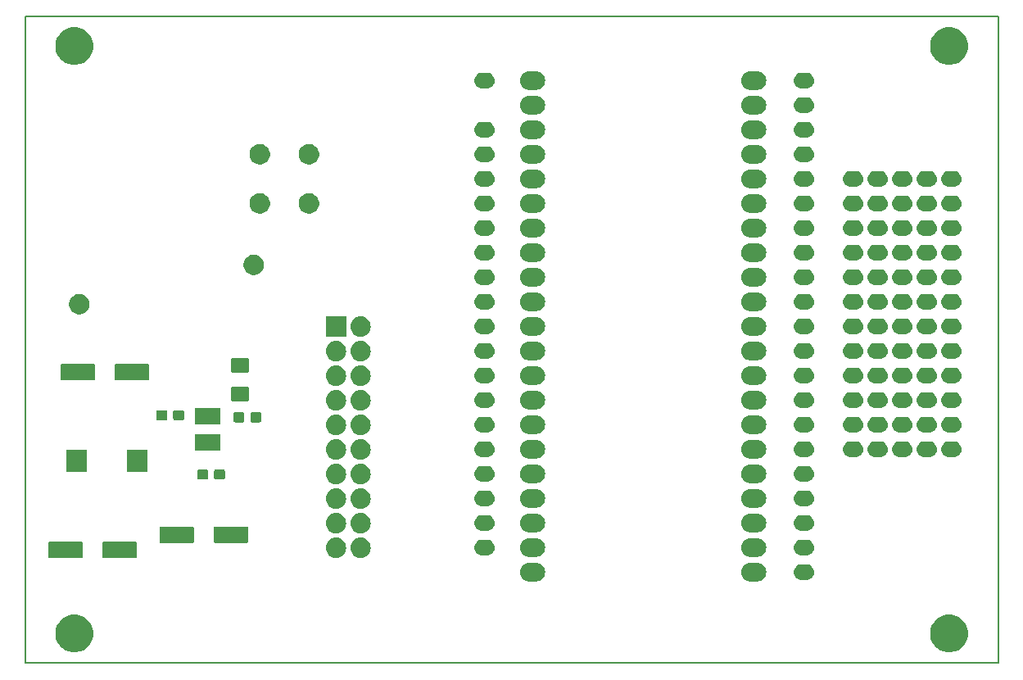
<source format=gbr>
G04 #@! TF.GenerationSoftware,KiCad,Pcbnew,5.0.2-bee76a0~70~ubuntu18.04.1*
G04 #@! TF.CreationDate,2020-06-09T18:29:45+02:00*
G04 #@! TF.ProjectId,DemoNixieControl-KiCad,44656d6f-4e69-4786-9965-436f6e74726f,rev?*
G04 #@! TF.SameCoordinates,Original*
G04 #@! TF.FileFunction,Soldermask,Top*
G04 #@! TF.FilePolarity,Negative*
%FSLAX46Y46*%
G04 Gerber Fmt 4.6, Leading zero omitted, Abs format (unit mm)*
G04 Created by KiCad (PCBNEW 5.0.2-bee76a0~70~ubuntu18.04.1) date mar. 09 juin 2020 18:29:45 CEST*
%MOMM*%
%LPD*%
G01*
G04 APERTURE LIST*
%ADD10C,0.150000*%
%ADD11C,0.020000*%
G04 APERTURE END LIST*
D10*
X143885591Y-64755330D02*
X244469591Y-64755330D01*
X143885591Y-131557330D02*
X143885591Y-64755330D01*
X244469591Y-131557330D02*
X143885591Y-131557330D01*
X244469591Y-64755330D02*
X244469591Y-131557330D01*
D11*
G36*
X239958674Y-126633305D02*
X239958676Y-126633306D01*
X239958677Y-126633306D01*
X240313736Y-126780376D01*
X240313737Y-126780377D01*
X240633284Y-126993891D01*
X240905030Y-127265637D01*
X240905032Y-127265640D01*
X241118545Y-127585185D01*
X241265615Y-127940244D01*
X241340591Y-128317173D01*
X241340591Y-128701487D01*
X241265615Y-129078416D01*
X241118545Y-129433475D01*
X241118544Y-129433476D01*
X240905030Y-129753023D01*
X240633284Y-130024769D01*
X240633281Y-130024771D01*
X240313736Y-130238284D01*
X239958677Y-130385354D01*
X239958676Y-130385354D01*
X239958674Y-130385355D01*
X239581749Y-130460330D01*
X239197433Y-130460330D01*
X238820508Y-130385355D01*
X238820506Y-130385354D01*
X238820505Y-130385354D01*
X238465446Y-130238284D01*
X238145901Y-130024771D01*
X238145898Y-130024769D01*
X237874152Y-129753023D01*
X237660638Y-129433476D01*
X237660637Y-129433475D01*
X237513567Y-129078416D01*
X237438591Y-128701487D01*
X237438591Y-128317173D01*
X237513567Y-127940244D01*
X237660637Y-127585185D01*
X237874150Y-127265640D01*
X237874152Y-127265637D01*
X238145898Y-126993891D01*
X238465445Y-126780377D01*
X238465446Y-126780376D01*
X238820505Y-126633306D01*
X238820506Y-126633306D01*
X238820508Y-126633305D01*
X239197433Y-126558330D01*
X239581749Y-126558330D01*
X239958674Y-126633305D01*
X239958674Y-126633305D01*
G37*
G36*
X149534674Y-126633305D02*
X149534676Y-126633306D01*
X149534677Y-126633306D01*
X149889736Y-126780376D01*
X149889737Y-126780377D01*
X150209284Y-126993891D01*
X150481030Y-127265637D01*
X150481032Y-127265640D01*
X150694545Y-127585185D01*
X150841615Y-127940244D01*
X150916591Y-128317173D01*
X150916591Y-128701487D01*
X150841615Y-129078416D01*
X150694545Y-129433475D01*
X150694544Y-129433476D01*
X150481030Y-129753023D01*
X150209284Y-130024769D01*
X150209281Y-130024771D01*
X149889736Y-130238284D01*
X149534677Y-130385354D01*
X149534676Y-130385354D01*
X149534674Y-130385355D01*
X149157749Y-130460330D01*
X148773433Y-130460330D01*
X148396508Y-130385355D01*
X148396506Y-130385354D01*
X148396505Y-130385354D01*
X148041446Y-130238284D01*
X147721901Y-130024771D01*
X147721898Y-130024769D01*
X147450152Y-129753023D01*
X147236638Y-129433476D01*
X147236637Y-129433475D01*
X147089567Y-129078416D01*
X147014591Y-128701487D01*
X147014591Y-128317173D01*
X147089567Y-127940244D01*
X147236637Y-127585185D01*
X147450150Y-127265640D01*
X147450152Y-127265637D01*
X147721898Y-126993891D01*
X148041445Y-126780377D01*
X148041446Y-126780376D01*
X148396505Y-126633306D01*
X148396506Y-126633306D01*
X148396508Y-126633305D01*
X148773433Y-126558330D01*
X149157749Y-126558330D01*
X149534674Y-126633305D01*
X149534674Y-126633305D01*
G37*
G36*
X219733016Y-121222090D02*
X219733019Y-121222091D01*
X219733020Y-121222091D01*
X219912284Y-121276470D01*
X219912286Y-121276471D01*
X220077496Y-121364778D01*
X220222303Y-121483618D01*
X220341143Y-121628425D01*
X220429450Y-121793635D01*
X220483831Y-121972905D01*
X220502192Y-122159330D01*
X220483831Y-122345755D01*
X220429450Y-122525025D01*
X220341143Y-122690235D01*
X220222303Y-122835042D01*
X220077496Y-122953882D01*
X220077494Y-122953883D01*
X219912284Y-123042190D01*
X219733020Y-123096569D01*
X219733019Y-123096569D01*
X219733016Y-123096570D01*
X219593309Y-123110330D01*
X218799873Y-123110330D01*
X218660166Y-123096570D01*
X218660163Y-123096569D01*
X218660162Y-123096569D01*
X218480898Y-123042190D01*
X218315688Y-122953883D01*
X218315686Y-122953882D01*
X218170879Y-122835042D01*
X218052039Y-122690235D01*
X217963732Y-122525025D01*
X217909351Y-122345755D01*
X217890990Y-122159330D01*
X217909351Y-121972905D01*
X217963732Y-121793635D01*
X218052039Y-121628425D01*
X218170879Y-121483618D01*
X218315686Y-121364778D01*
X218480896Y-121276471D01*
X218480898Y-121276470D01*
X218660162Y-121222091D01*
X218660163Y-121222091D01*
X218660166Y-121222090D01*
X218799873Y-121208330D01*
X219593309Y-121208330D01*
X219733016Y-121222090D01*
X219733016Y-121222090D01*
G37*
G36*
X196873016Y-121222090D02*
X196873019Y-121222091D01*
X196873020Y-121222091D01*
X197052284Y-121276470D01*
X197052286Y-121276471D01*
X197217496Y-121364778D01*
X197362303Y-121483618D01*
X197481143Y-121628425D01*
X197569450Y-121793635D01*
X197623831Y-121972905D01*
X197642192Y-122159330D01*
X197623831Y-122345755D01*
X197569450Y-122525025D01*
X197481143Y-122690235D01*
X197362303Y-122835042D01*
X197217496Y-122953882D01*
X197217494Y-122953883D01*
X197052284Y-123042190D01*
X196873020Y-123096569D01*
X196873019Y-123096569D01*
X196873016Y-123096570D01*
X196733309Y-123110330D01*
X195939873Y-123110330D01*
X195800166Y-123096570D01*
X195800163Y-123096569D01*
X195800162Y-123096569D01*
X195620898Y-123042190D01*
X195455688Y-122953883D01*
X195455686Y-122953882D01*
X195310879Y-122835042D01*
X195192039Y-122690235D01*
X195103732Y-122525025D01*
X195049351Y-122345755D01*
X195030990Y-122159330D01*
X195049351Y-121972905D01*
X195103732Y-121793635D01*
X195192039Y-121628425D01*
X195310879Y-121483618D01*
X195455686Y-121364778D01*
X195620896Y-121276471D01*
X195620898Y-121276470D01*
X195800162Y-121222091D01*
X195800163Y-121222091D01*
X195800166Y-121222090D01*
X195939873Y-121208330D01*
X196733309Y-121208330D01*
X196873016Y-121222090D01*
X196873016Y-121222090D01*
G37*
G36*
X224721338Y-121350251D02*
X224800967Y-121358094D01*
X224903134Y-121389086D01*
X224954219Y-121404582D01*
X225095456Y-121480075D01*
X225219250Y-121581671D01*
X225320846Y-121705465D01*
X225396339Y-121846702D01*
X225396339Y-121846703D01*
X225442827Y-121999954D01*
X225458524Y-122159330D01*
X225442827Y-122318706D01*
X225411835Y-122420873D01*
X225396339Y-122471958D01*
X225320846Y-122613195D01*
X225219250Y-122736989D01*
X225095456Y-122838585D01*
X224954219Y-122914078D01*
X224903134Y-122929574D01*
X224800967Y-122960566D01*
X224721338Y-122968409D01*
X224681525Y-122972330D01*
X224125657Y-122972330D01*
X224085844Y-122968409D01*
X224006215Y-122960566D01*
X223904048Y-122929574D01*
X223852963Y-122914078D01*
X223711726Y-122838585D01*
X223587932Y-122736989D01*
X223486336Y-122613195D01*
X223410843Y-122471958D01*
X223395347Y-122420873D01*
X223364355Y-122318706D01*
X223348658Y-122159330D01*
X223364355Y-121999954D01*
X223410843Y-121846703D01*
X223410843Y-121846702D01*
X223486336Y-121705465D01*
X223587932Y-121581671D01*
X223711726Y-121480075D01*
X223852963Y-121404582D01*
X223904048Y-121389086D01*
X224006215Y-121358094D01*
X224085844Y-121350251D01*
X224125657Y-121346330D01*
X224681525Y-121346330D01*
X224721338Y-121350251D01*
X224721338Y-121350251D01*
G37*
G36*
X155320587Y-119026381D02*
X155354244Y-119036591D01*
X155385258Y-119053168D01*
X155412443Y-119075478D01*
X155434753Y-119102663D01*
X155451330Y-119133677D01*
X155461540Y-119167334D01*
X155465591Y-119208468D01*
X155465591Y-120538192D01*
X155461540Y-120579326D01*
X155451330Y-120612983D01*
X155434753Y-120643997D01*
X155412443Y-120671182D01*
X155385258Y-120693492D01*
X155354244Y-120710069D01*
X155320587Y-120720279D01*
X155279453Y-120724330D01*
X152049729Y-120724330D01*
X152008595Y-120720279D01*
X151974938Y-120710069D01*
X151943924Y-120693492D01*
X151916739Y-120671182D01*
X151894429Y-120643997D01*
X151877852Y-120612983D01*
X151867642Y-120579326D01*
X151863591Y-120538192D01*
X151863591Y-119208468D01*
X151867642Y-119167334D01*
X151877852Y-119133677D01*
X151894429Y-119102663D01*
X151916739Y-119075478D01*
X151943924Y-119053168D01*
X151974938Y-119036591D01*
X152008595Y-119026381D01*
X152049729Y-119022330D01*
X155279453Y-119022330D01*
X155320587Y-119026381D01*
X155320587Y-119026381D01*
G37*
G36*
X149720587Y-119026381D02*
X149754244Y-119036591D01*
X149785258Y-119053168D01*
X149812443Y-119075478D01*
X149834753Y-119102663D01*
X149851330Y-119133677D01*
X149861540Y-119167334D01*
X149865591Y-119208468D01*
X149865591Y-120538192D01*
X149861540Y-120579326D01*
X149851330Y-120612983D01*
X149834753Y-120643997D01*
X149812443Y-120671182D01*
X149785258Y-120693492D01*
X149754244Y-120710069D01*
X149720587Y-120720279D01*
X149679453Y-120724330D01*
X146449729Y-120724330D01*
X146408595Y-120720279D01*
X146374938Y-120710069D01*
X146343924Y-120693492D01*
X146316739Y-120671182D01*
X146294429Y-120643997D01*
X146277852Y-120612983D01*
X146267642Y-120579326D01*
X146263591Y-120538192D01*
X146263591Y-119208468D01*
X146267642Y-119167334D01*
X146277852Y-119133677D01*
X146294429Y-119102663D01*
X146316739Y-119075478D01*
X146343924Y-119053168D01*
X146374938Y-119036591D01*
X146408595Y-119026381D01*
X146449729Y-119022330D01*
X149679453Y-119022330D01*
X149720587Y-119026381D01*
X149720587Y-119026381D01*
G37*
G36*
X178644510Y-118586041D02*
X178768032Y-118598207D01*
X178966146Y-118658305D01*
X179148729Y-118755897D01*
X179308765Y-118887235D01*
X179440103Y-119047271D01*
X179537695Y-119229854D01*
X179597793Y-119427968D01*
X179618085Y-119634000D01*
X179597793Y-119840032D01*
X179537695Y-120038146D01*
X179440103Y-120220729D01*
X179308765Y-120380765D01*
X179148729Y-120512103D01*
X178966146Y-120609695D01*
X178768032Y-120669793D01*
X178644510Y-120681959D01*
X178613631Y-120685000D01*
X178510369Y-120685000D01*
X178479490Y-120681959D01*
X178355968Y-120669793D01*
X178157854Y-120609695D01*
X177975271Y-120512103D01*
X177815235Y-120380765D01*
X177683897Y-120220729D01*
X177586305Y-120038146D01*
X177526207Y-119840032D01*
X177505915Y-119634000D01*
X177526207Y-119427968D01*
X177586305Y-119229854D01*
X177683897Y-119047271D01*
X177815235Y-118887235D01*
X177975271Y-118755897D01*
X178157854Y-118658305D01*
X178355968Y-118598207D01*
X178479490Y-118586041D01*
X178510369Y-118583000D01*
X178613631Y-118583000D01*
X178644510Y-118586041D01*
X178644510Y-118586041D01*
G37*
G36*
X176104510Y-118586041D02*
X176228032Y-118598207D01*
X176426146Y-118658305D01*
X176608729Y-118755897D01*
X176768765Y-118887235D01*
X176900103Y-119047271D01*
X176997695Y-119229854D01*
X177057793Y-119427968D01*
X177078085Y-119634000D01*
X177057793Y-119840032D01*
X176997695Y-120038146D01*
X176900103Y-120220729D01*
X176768765Y-120380765D01*
X176608729Y-120512103D01*
X176426146Y-120609695D01*
X176228032Y-120669793D01*
X176104510Y-120681959D01*
X176073631Y-120685000D01*
X175970369Y-120685000D01*
X175939490Y-120681959D01*
X175815968Y-120669793D01*
X175617854Y-120609695D01*
X175435271Y-120512103D01*
X175275235Y-120380765D01*
X175143897Y-120220729D01*
X175046305Y-120038146D01*
X174986207Y-119840032D01*
X174965915Y-119634000D01*
X174986207Y-119427968D01*
X175046305Y-119229854D01*
X175143897Y-119047271D01*
X175275235Y-118887235D01*
X175435271Y-118755897D01*
X175617854Y-118658305D01*
X175815968Y-118598207D01*
X175939490Y-118586041D01*
X175970369Y-118583000D01*
X176073631Y-118583000D01*
X176104510Y-118586041D01*
X176104510Y-118586041D01*
G37*
G36*
X196873016Y-118682090D02*
X196873019Y-118682091D01*
X196873020Y-118682091D01*
X197052284Y-118736470D01*
X197052286Y-118736471D01*
X197217496Y-118824778D01*
X197362303Y-118943618D01*
X197481143Y-119088425D01*
X197481144Y-119088427D01*
X197569451Y-119253637D01*
X197622335Y-119427972D01*
X197623831Y-119432905D01*
X197642192Y-119619330D01*
X197623831Y-119805755D01*
X197623830Y-119805758D01*
X197623830Y-119805759D01*
X197613435Y-119840028D01*
X197569450Y-119985025D01*
X197481143Y-120150235D01*
X197362303Y-120295042D01*
X197217496Y-120413882D01*
X197217494Y-120413883D01*
X197052284Y-120502190D01*
X196873020Y-120556569D01*
X196873019Y-120556569D01*
X196873016Y-120556570D01*
X196733309Y-120570330D01*
X195939873Y-120570330D01*
X195800166Y-120556570D01*
X195800163Y-120556569D01*
X195800162Y-120556569D01*
X195620898Y-120502190D01*
X195455688Y-120413883D01*
X195455686Y-120413882D01*
X195310879Y-120295042D01*
X195192039Y-120150235D01*
X195103732Y-119985025D01*
X195059748Y-119840028D01*
X195049352Y-119805759D01*
X195049352Y-119805758D01*
X195049351Y-119805755D01*
X195030990Y-119619330D01*
X195049351Y-119432905D01*
X195050847Y-119427972D01*
X195103731Y-119253637D01*
X195192038Y-119088427D01*
X195192039Y-119088425D01*
X195310879Y-118943618D01*
X195455686Y-118824778D01*
X195620896Y-118736471D01*
X195620898Y-118736470D01*
X195800162Y-118682091D01*
X195800163Y-118682091D01*
X195800166Y-118682090D01*
X195939873Y-118668330D01*
X196733309Y-118668330D01*
X196873016Y-118682090D01*
X196873016Y-118682090D01*
G37*
G36*
X219733016Y-118682090D02*
X219733019Y-118682091D01*
X219733020Y-118682091D01*
X219912284Y-118736470D01*
X219912286Y-118736471D01*
X220077496Y-118824778D01*
X220222303Y-118943618D01*
X220341143Y-119088425D01*
X220341144Y-119088427D01*
X220429451Y-119253637D01*
X220482335Y-119427972D01*
X220483831Y-119432905D01*
X220502192Y-119619330D01*
X220483831Y-119805755D01*
X220483830Y-119805758D01*
X220483830Y-119805759D01*
X220473435Y-119840028D01*
X220429450Y-119985025D01*
X220341143Y-120150235D01*
X220222303Y-120295042D01*
X220077496Y-120413882D01*
X220077494Y-120413883D01*
X219912284Y-120502190D01*
X219733020Y-120556569D01*
X219733019Y-120556569D01*
X219733016Y-120556570D01*
X219593309Y-120570330D01*
X218799873Y-120570330D01*
X218660166Y-120556570D01*
X218660163Y-120556569D01*
X218660162Y-120556569D01*
X218480898Y-120502190D01*
X218315688Y-120413883D01*
X218315686Y-120413882D01*
X218170879Y-120295042D01*
X218052039Y-120150235D01*
X217963732Y-119985025D01*
X217919748Y-119840028D01*
X217909352Y-119805759D01*
X217909352Y-119805758D01*
X217909351Y-119805755D01*
X217890990Y-119619330D01*
X217909351Y-119432905D01*
X217910847Y-119427972D01*
X217963731Y-119253637D01*
X218052038Y-119088427D01*
X218052039Y-119088425D01*
X218170879Y-118943618D01*
X218315686Y-118824778D01*
X218480896Y-118736471D01*
X218480898Y-118736470D01*
X218660162Y-118682091D01*
X218660163Y-118682091D01*
X218660166Y-118682090D01*
X218799873Y-118668330D01*
X219593309Y-118668330D01*
X219733016Y-118682090D01*
X219733016Y-118682090D01*
G37*
G36*
X224721338Y-118810251D02*
X224800967Y-118818094D01*
X224903134Y-118849086D01*
X224954219Y-118864582D01*
X225095456Y-118940075D01*
X225219250Y-119041671D01*
X225320846Y-119165465D01*
X225396339Y-119306702D01*
X225396339Y-119306703D01*
X225442827Y-119459954D01*
X225458524Y-119619330D01*
X225442827Y-119778706D01*
X225424225Y-119840028D01*
X225396339Y-119931958D01*
X225320846Y-120073195D01*
X225219250Y-120196989D01*
X225095456Y-120298585D01*
X224954219Y-120374078D01*
X224932174Y-120380765D01*
X224800967Y-120420566D01*
X224721338Y-120428409D01*
X224681525Y-120432330D01*
X224125657Y-120432330D01*
X224085844Y-120428409D01*
X224006215Y-120420566D01*
X223875008Y-120380765D01*
X223852963Y-120374078D01*
X223711726Y-120298585D01*
X223587932Y-120196989D01*
X223486336Y-120073195D01*
X223410843Y-119931958D01*
X223382957Y-119840028D01*
X223364355Y-119778706D01*
X223348658Y-119619330D01*
X223364355Y-119459954D01*
X223410843Y-119306703D01*
X223410843Y-119306702D01*
X223486336Y-119165465D01*
X223587932Y-119041671D01*
X223711726Y-118940075D01*
X223852963Y-118864582D01*
X223904048Y-118849086D01*
X224006215Y-118818094D01*
X224085844Y-118810251D01*
X224125657Y-118806330D01*
X224681525Y-118806330D01*
X224721338Y-118810251D01*
X224721338Y-118810251D01*
G37*
G36*
X191701338Y-118810251D02*
X191780967Y-118818094D01*
X191883134Y-118849086D01*
X191934219Y-118864582D01*
X192075456Y-118940075D01*
X192199250Y-119041671D01*
X192300846Y-119165465D01*
X192376339Y-119306702D01*
X192376339Y-119306703D01*
X192422827Y-119459954D01*
X192438524Y-119619330D01*
X192422827Y-119778706D01*
X192404225Y-119840028D01*
X192376339Y-119931958D01*
X192300846Y-120073195D01*
X192199250Y-120196989D01*
X192075456Y-120298585D01*
X191934219Y-120374078D01*
X191912174Y-120380765D01*
X191780967Y-120420566D01*
X191701338Y-120428409D01*
X191661525Y-120432330D01*
X191105657Y-120432330D01*
X191065844Y-120428409D01*
X190986215Y-120420566D01*
X190855008Y-120380765D01*
X190832963Y-120374078D01*
X190691726Y-120298585D01*
X190567932Y-120196989D01*
X190466336Y-120073195D01*
X190390843Y-119931958D01*
X190362957Y-119840028D01*
X190344355Y-119778706D01*
X190328658Y-119619330D01*
X190344355Y-119459954D01*
X190390843Y-119306703D01*
X190390843Y-119306702D01*
X190466336Y-119165465D01*
X190567932Y-119041671D01*
X190691726Y-118940075D01*
X190832963Y-118864582D01*
X190884048Y-118849086D01*
X190986215Y-118818094D01*
X191065844Y-118810251D01*
X191105657Y-118806330D01*
X191661525Y-118806330D01*
X191701338Y-118810251D01*
X191701338Y-118810251D01*
G37*
G36*
X161217587Y-117455381D02*
X161251244Y-117465591D01*
X161282258Y-117482168D01*
X161309443Y-117504478D01*
X161331753Y-117531663D01*
X161348330Y-117562677D01*
X161358540Y-117596334D01*
X161362591Y-117637468D01*
X161362591Y-118967192D01*
X161358540Y-119008326D01*
X161348330Y-119041983D01*
X161331753Y-119072997D01*
X161309443Y-119100182D01*
X161282258Y-119122492D01*
X161251244Y-119139069D01*
X161217587Y-119149279D01*
X161176453Y-119153330D01*
X157946729Y-119153330D01*
X157905595Y-119149279D01*
X157871938Y-119139069D01*
X157840924Y-119122492D01*
X157813739Y-119100182D01*
X157791429Y-119072997D01*
X157774852Y-119041983D01*
X157764642Y-119008326D01*
X157760591Y-118967192D01*
X157760591Y-117637468D01*
X157764642Y-117596334D01*
X157774852Y-117562677D01*
X157791429Y-117531663D01*
X157813739Y-117504478D01*
X157840924Y-117482168D01*
X157871938Y-117465591D01*
X157905595Y-117455381D01*
X157946729Y-117451330D01*
X161176453Y-117451330D01*
X161217587Y-117455381D01*
X161217587Y-117455381D01*
G37*
G36*
X166817587Y-117455381D02*
X166851244Y-117465591D01*
X166882258Y-117482168D01*
X166909443Y-117504478D01*
X166931753Y-117531663D01*
X166948330Y-117562677D01*
X166958540Y-117596334D01*
X166962591Y-117637468D01*
X166962591Y-118967192D01*
X166958540Y-119008326D01*
X166948330Y-119041983D01*
X166931753Y-119072997D01*
X166909443Y-119100182D01*
X166882258Y-119122492D01*
X166851244Y-119139069D01*
X166817587Y-119149279D01*
X166776453Y-119153330D01*
X163546729Y-119153330D01*
X163505595Y-119149279D01*
X163471938Y-119139069D01*
X163440924Y-119122492D01*
X163413739Y-119100182D01*
X163391429Y-119072997D01*
X163374852Y-119041983D01*
X163364642Y-119008326D01*
X163360591Y-118967192D01*
X163360591Y-117637468D01*
X163364642Y-117596334D01*
X163374852Y-117562677D01*
X163391429Y-117531663D01*
X163413739Y-117504478D01*
X163440924Y-117482168D01*
X163471938Y-117465591D01*
X163505595Y-117455381D01*
X163546729Y-117451330D01*
X166776453Y-117451330D01*
X166817587Y-117455381D01*
X166817587Y-117455381D01*
G37*
G36*
X178644510Y-116046041D02*
X178768032Y-116058207D01*
X178966146Y-116118305D01*
X179148729Y-116215897D01*
X179308765Y-116347235D01*
X179440103Y-116507271D01*
X179537695Y-116689854D01*
X179597793Y-116887968D01*
X179618085Y-117094000D01*
X179597793Y-117300032D01*
X179538301Y-117496148D01*
X179537694Y-117498148D01*
X179530959Y-117510749D01*
X179440103Y-117680729D01*
X179308765Y-117840765D01*
X179148729Y-117972103D01*
X178966146Y-118069695D01*
X178768032Y-118129793D01*
X178644510Y-118141959D01*
X178613631Y-118145000D01*
X178510369Y-118145000D01*
X178479490Y-118141959D01*
X178355968Y-118129793D01*
X178157854Y-118069695D01*
X177975271Y-117972103D01*
X177815235Y-117840765D01*
X177683897Y-117680729D01*
X177593041Y-117510749D01*
X177586306Y-117498148D01*
X177585699Y-117496148D01*
X177526207Y-117300032D01*
X177505915Y-117094000D01*
X177526207Y-116887968D01*
X177586305Y-116689854D01*
X177683897Y-116507271D01*
X177815235Y-116347235D01*
X177975271Y-116215897D01*
X178157854Y-116118305D01*
X178355968Y-116058207D01*
X178479490Y-116046041D01*
X178510369Y-116043000D01*
X178613631Y-116043000D01*
X178644510Y-116046041D01*
X178644510Y-116046041D01*
G37*
G36*
X176104510Y-116046041D02*
X176228032Y-116058207D01*
X176426146Y-116118305D01*
X176608729Y-116215897D01*
X176768765Y-116347235D01*
X176900103Y-116507271D01*
X176997695Y-116689854D01*
X177057793Y-116887968D01*
X177078085Y-117094000D01*
X177057793Y-117300032D01*
X176998301Y-117496148D01*
X176997694Y-117498148D01*
X176990959Y-117510749D01*
X176900103Y-117680729D01*
X176768765Y-117840765D01*
X176608729Y-117972103D01*
X176426146Y-118069695D01*
X176228032Y-118129793D01*
X176104510Y-118141959D01*
X176073631Y-118145000D01*
X175970369Y-118145000D01*
X175939490Y-118141959D01*
X175815968Y-118129793D01*
X175617854Y-118069695D01*
X175435271Y-117972103D01*
X175275235Y-117840765D01*
X175143897Y-117680729D01*
X175053041Y-117510749D01*
X175046306Y-117498148D01*
X175045699Y-117496148D01*
X174986207Y-117300032D01*
X174965915Y-117094000D01*
X174986207Y-116887968D01*
X175046305Y-116689854D01*
X175143897Y-116507271D01*
X175275235Y-116347235D01*
X175435271Y-116215897D01*
X175617854Y-116118305D01*
X175815968Y-116058207D01*
X175939490Y-116046041D01*
X175970369Y-116043000D01*
X176073631Y-116043000D01*
X176104510Y-116046041D01*
X176104510Y-116046041D01*
G37*
G36*
X196873016Y-116142090D02*
X196873019Y-116142091D01*
X196873020Y-116142091D01*
X197052284Y-116196470D01*
X197052286Y-116196471D01*
X197217496Y-116284778D01*
X197362303Y-116403618D01*
X197481143Y-116548425D01*
X197481144Y-116548427D01*
X197569451Y-116713637D01*
X197622335Y-116887972D01*
X197623831Y-116892905D01*
X197642192Y-117079330D01*
X197623831Y-117265755D01*
X197623830Y-117265758D01*
X197623830Y-117265759D01*
X197613435Y-117300028D01*
X197569450Y-117445025D01*
X197481143Y-117610235D01*
X197362303Y-117755042D01*
X197217496Y-117873882D01*
X197217494Y-117873883D01*
X197052284Y-117962190D01*
X196873020Y-118016569D01*
X196873019Y-118016569D01*
X196873016Y-118016570D01*
X196733309Y-118030330D01*
X195939873Y-118030330D01*
X195800166Y-118016570D01*
X195800163Y-118016569D01*
X195800162Y-118016569D01*
X195620898Y-117962190D01*
X195455688Y-117873883D01*
X195455686Y-117873882D01*
X195310879Y-117755042D01*
X195192039Y-117610235D01*
X195103732Y-117445025D01*
X195059748Y-117300028D01*
X195049352Y-117265759D01*
X195049352Y-117265758D01*
X195049351Y-117265755D01*
X195030990Y-117079330D01*
X195049351Y-116892905D01*
X195050847Y-116887972D01*
X195103731Y-116713637D01*
X195192038Y-116548427D01*
X195192039Y-116548425D01*
X195310879Y-116403618D01*
X195455686Y-116284778D01*
X195620896Y-116196471D01*
X195620898Y-116196470D01*
X195800162Y-116142091D01*
X195800163Y-116142091D01*
X195800166Y-116142090D01*
X195939873Y-116128330D01*
X196733309Y-116128330D01*
X196873016Y-116142090D01*
X196873016Y-116142090D01*
G37*
G36*
X219733016Y-116142090D02*
X219733019Y-116142091D01*
X219733020Y-116142091D01*
X219912284Y-116196470D01*
X219912286Y-116196471D01*
X220077496Y-116284778D01*
X220222303Y-116403618D01*
X220341143Y-116548425D01*
X220341144Y-116548427D01*
X220429451Y-116713637D01*
X220482335Y-116887972D01*
X220483831Y-116892905D01*
X220502192Y-117079330D01*
X220483831Y-117265755D01*
X220483830Y-117265758D01*
X220483830Y-117265759D01*
X220473435Y-117300028D01*
X220429450Y-117445025D01*
X220341143Y-117610235D01*
X220222303Y-117755042D01*
X220077496Y-117873882D01*
X220077494Y-117873883D01*
X219912284Y-117962190D01*
X219733020Y-118016569D01*
X219733019Y-118016569D01*
X219733016Y-118016570D01*
X219593309Y-118030330D01*
X218799873Y-118030330D01*
X218660166Y-118016570D01*
X218660163Y-118016569D01*
X218660162Y-118016569D01*
X218480898Y-117962190D01*
X218315688Y-117873883D01*
X218315686Y-117873882D01*
X218170879Y-117755042D01*
X218052039Y-117610235D01*
X217963732Y-117445025D01*
X217919748Y-117300028D01*
X217909352Y-117265759D01*
X217909352Y-117265758D01*
X217909351Y-117265755D01*
X217890990Y-117079330D01*
X217909351Y-116892905D01*
X217910847Y-116887972D01*
X217963731Y-116713637D01*
X218052038Y-116548427D01*
X218052039Y-116548425D01*
X218170879Y-116403618D01*
X218315686Y-116284778D01*
X218480896Y-116196471D01*
X218480898Y-116196470D01*
X218660162Y-116142091D01*
X218660163Y-116142091D01*
X218660166Y-116142090D01*
X218799873Y-116128330D01*
X219593309Y-116128330D01*
X219733016Y-116142090D01*
X219733016Y-116142090D01*
G37*
G36*
X224721338Y-116270251D02*
X224800967Y-116278094D01*
X224903134Y-116309086D01*
X224954219Y-116324582D01*
X225095456Y-116400075D01*
X225219250Y-116501671D01*
X225320846Y-116625465D01*
X225396339Y-116766702D01*
X225396339Y-116766703D01*
X225442827Y-116919954D01*
X225458524Y-117079330D01*
X225442827Y-117238706D01*
X225424225Y-117300028D01*
X225396339Y-117391958D01*
X225320846Y-117533195D01*
X225219250Y-117656989D01*
X225095456Y-117758585D01*
X224954219Y-117834078D01*
X224932174Y-117840765D01*
X224800967Y-117880566D01*
X224721338Y-117888409D01*
X224681525Y-117892330D01*
X224125657Y-117892330D01*
X224085844Y-117888409D01*
X224006215Y-117880566D01*
X223875008Y-117840765D01*
X223852963Y-117834078D01*
X223711726Y-117758585D01*
X223587932Y-117656989D01*
X223486336Y-117533195D01*
X223410843Y-117391958D01*
X223382957Y-117300028D01*
X223364355Y-117238706D01*
X223348658Y-117079330D01*
X223364355Y-116919954D01*
X223410843Y-116766703D01*
X223410843Y-116766702D01*
X223486336Y-116625465D01*
X223587932Y-116501671D01*
X223711726Y-116400075D01*
X223852963Y-116324582D01*
X223904048Y-116309086D01*
X224006215Y-116278094D01*
X224085844Y-116270251D01*
X224125657Y-116266330D01*
X224681525Y-116266330D01*
X224721338Y-116270251D01*
X224721338Y-116270251D01*
G37*
G36*
X191701338Y-116270251D02*
X191780967Y-116278094D01*
X191883134Y-116309086D01*
X191934219Y-116324582D01*
X192075456Y-116400075D01*
X192199250Y-116501671D01*
X192300846Y-116625465D01*
X192376339Y-116766702D01*
X192376339Y-116766703D01*
X192422827Y-116919954D01*
X192438524Y-117079330D01*
X192422827Y-117238706D01*
X192404225Y-117300028D01*
X192376339Y-117391958D01*
X192300846Y-117533195D01*
X192199250Y-117656989D01*
X192075456Y-117758585D01*
X191934219Y-117834078D01*
X191912174Y-117840765D01*
X191780967Y-117880566D01*
X191701338Y-117888409D01*
X191661525Y-117892330D01*
X191105657Y-117892330D01*
X191065844Y-117888409D01*
X190986215Y-117880566D01*
X190855008Y-117840765D01*
X190832963Y-117834078D01*
X190691726Y-117758585D01*
X190567932Y-117656989D01*
X190466336Y-117533195D01*
X190390843Y-117391958D01*
X190362957Y-117300028D01*
X190344355Y-117238706D01*
X190328658Y-117079330D01*
X190344355Y-116919954D01*
X190390843Y-116766703D01*
X190390843Y-116766702D01*
X190466336Y-116625465D01*
X190567932Y-116501671D01*
X190691726Y-116400075D01*
X190832963Y-116324582D01*
X190884048Y-116309086D01*
X190986215Y-116278094D01*
X191065844Y-116270251D01*
X191105657Y-116266330D01*
X191661525Y-116266330D01*
X191701338Y-116270251D01*
X191701338Y-116270251D01*
G37*
G36*
X176104510Y-113506041D02*
X176228032Y-113518207D01*
X176426146Y-113578305D01*
X176608729Y-113675897D01*
X176768765Y-113807235D01*
X176900103Y-113967271D01*
X176997695Y-114149854D01*
X177057793Y-114347968D01*
X177078085Y-114554000D01*
X177057793Y-114760032D01*
X176997695Y-114958146D01*
X176900103Y-115140729D01*
X176768765Y-115300765D01*
X176608729Y-115432103D01*
X176426146Y-115529695D01*
X176228032Y-115589793D01*
X176104510Y-115601959D01*
X176073631Y-115605000D01*
X175970369Y-115605000D01*
X175939490Y-115601959D01*
X175815968Y-115589793D01*
X175617854Y-115529695D01*
X175435271Y-115432103D01*
X175275235Y-115300765D01*
X175143897Y-115140729D01*
X175046305Y-114958146D01*
X174986207Y-114760032D01*
X174965915Y-114554000D01*
X174986207Y-114347968D01*
X175046305Y-114149854D01*
X175143897Y-113967271D01*
X175275235Y-113807235D01*
X175435271Y-113675897D01*
X175617854Y-113578305D01*
X175815968Y-113518207D01*
X175939490Y-113506041D01*
X175970369Y-113503000D01*
X176073631Y-113503000D01*
X176104510Y-113506041D01*
X176104510Y-113506041D01*
G37*
G36*
X178644510Y-113506041D02*
X178768032Y-113518207D01*
X178966146Y-113578305D01*
X179148729Y-113675897D01*
X179308765Y-113807235D01*
X179440103Y-113967271D01*
X179537695Y-114149854D01*
X179597793Y-114347968D01*
X179618085Y-114554000D01*
X179597793Y-114760032D01*
X179537695Y-114958146D01*
X179440103Y-115140729D01*
X179308765Y-115300765D01*
X179148729Y-115432103D01*
X178966146Y-115529695D01*
X178768032Y-115589793D01*
X178644510Y-115601959D01*
X178613631Y-115605000D01*
X178510369Y-115605000D01*
X178479490Y-115601959D01*
X178355968Y-115589793D01*
X178157854Y-115529695D01*
X177975271Y-115432103D01*
X177815235Y-115300765D01*
X177683897Y-115140729D01*
X177586305Y-114958146D01*
X177526207Y-114760032D01*
X177505915Y-114554000D01*
X177526207Y-114347968D01*
X177586305Y-114149854D01*
X177683897Y-113967271D01*
X177815235Y-113807235D01*
X177975271Y-113675897D01*
X178157854Y-113578305D01*
X178355968Y-113518207D01*
X178479490Y-113506041D01*
X178510369Y-113503000D01*
X178613631Y-113503000D01*
X178644510Y-113506041D01*
X178644510Y-113506041D01*
G37*
G36*
X219733016Y-113602090D02*
X219733019Y-113602091D01*
X219733020Y-113602091D01*
X219912284Y-113656470D01*
X219912286Y-113656471D01*
X220077496Y-113744778D01*
X220222303Y-113863618D01*
X220341143Y-114008425D01*
X220341144Y-114008427D01*
X220429451Y-114173637D01*
X220482335Y-114347972D01*
X220483831Y-114352905D01*
X220502192Y-114539330D01*
X220483831Y-114725755D01*
X220483830Y-114725758D01*
X220483830Y-114725759D01*
X220473435Y-114760028D01*
X220429450Y-114905025D01*
X220341143Y-115070235D01*
X220222303Y-115215042D01*
X220077496Y-115333882D01*
X220077494Y-115333883D01*
X219912284Y-115422190D01*
X219733020Y-115476569D01*
X219733019Y-115476569D01*
X219733016Y-115476570D01*
X219593309Y-115490330D01*
X218799873Y-115490330D01*
X218660166Y-115476570D01*
X218660163Y-115476569D01*
X218660162Y-115476569D01*
X218480898Y-115422190D01*
X218315688Y-115333883D01*
X218315686Y-115333882D01*
X218170879Y-115215042D01*
X218052039Y-115070235D01*
X217963732Y-114905025D01*
X217919748Y-114760028D01*
X217909352Y-114725759D01*
X217909352Y-114725758D01*
X217909351Y-114725755D01*
X217890990Y-114539330D01*
X217909351Y-114352905D01*
X217910847Y-114347972D01*
X217963731Y-114173637D01*
X218052038Y-114008427D01*
X218052039Y-114008425D01*
X218170879Y-113863618D01*
X218315686Y-113744778D01*
X218480896Y-113656471D01*
X218480898Y-113656470D01*
X218660162Y-113602091D01*
X218660163Y-113602091D01*
X218660166Y-113602090D01*
X218799873Y-113588330D01*
X219593309Y-113588330D01*
X219733016Y-113602090D01*
X219733016Y-113602090D01*
G37*
G36*
X196873016Y-113602090D02*
X196873019Y-113602091D01*
X196873020Y-113602091D01*
X197052284Y-113656470D01*
X197052286Y-113656471D01*
X197217496Y-113744778D01*
X197362303Y-113863618D01*
X197481143Y-114008425D01*
X197481144Y-114008427D01*
X197569451Y-114173637D01*
X197622335Y-114347972D01*
X197623831Y-114352905D01*
X197642192Y-114539330D01*
X197623831Y-114725755D01*
X197623830Y-114725758D01*
X197623830Y-114725759D01*
X197613435Y-114760028D01*
X197569450Y-114905025D01*
X197481143Y-115070235D01*
X197362303Y-115215042D01*
X197217496Y-115333882D01*
X197217494Y-115333883D01*
X197052284Y-115422190D01*
X196873020Y-115476569D01*
X196873019Y-115476569D01*
X196873016Y-115476570D01*
X196733309Y-115490330D01*
X195939873Y-115490330D01*
X195800166Y-115476570D01*
X195800163Y-115476569D01*
X195800162Y-115476569D01*
X195620898Y-115422190D01*
X195455688Y-115333883D01*
X195455686Y-115333882D01*
X195310879Y-115215042D01*
X195192039Y-115070235D01*
X195103732Y-114905025D01*
X195059748Y-114760028D01*
X195049352Y-114725759D01*
X195049352Y-114725758D01*
X195049351Y-114725755D01*
X195030990Y-114539330D01*
X195049351Y-114352905D01*
X195050847Y-114347972D01*
X195103731Y-114173637D01*
X195192038Y-114008427D01*
X195192039Y-114008425D01*
X195310879Y-113863618D01*
X195455686Y-113744778D01*
X195620896Y-113656471D01*
X195620898Y-113656470D01*
X195800162Y-113602091D01*
X195800163Y-113602091D01*
X195800166Y-113602090D01*
X195939873Y-113588330D01*
X196733309Y-113588330D01*
X196873016Y-113602090D01*
X196873016Y-113602090D01*
G37*
G36*
X224721338Y-113730251D02*
X224800967Y-113738094D01*
X224903134Y-113769086D01*
X224954219Y-113784582D01*
X225095456Y-113860075D01*
X225219250Y-113961671D01*
X225320846Y-114085465D01*
X225396339Y-114226702D01*
X225396339Y-114226703D01*
X225442827Y-114379954D01*
X225458524Y-114539330D01*
X225442827Y-114698706D01*
X225424225Y-114760028D01*
X225396339Y-114851958D01*
X225320846Y-114993195D01*
X225219250Y-115116989D01*
X225095456Y-115218585D01*
X224954219Y-115294078D01*
X224932174Y-115300765D01*
X224800967Y-115340566D01*
X224721338Y-115348409D01*
X224681525Y-115352330D01*
X224125657Y-115352330D01*
X224085844Y-115348409D01*
X224006215Y-115340566D01*
X223875008Y-115300765D01*
X223852963Y-115294078D01*
X223711726Y-115218585D01*
X223587932Y-115116989D01*
X223486336Y-114993195D01*
X223410843Y-114851958D01*
X223382957Y-114760028D01*
X223364355Y-114698706D01*
X223348658Y-114539330D01*
X223364355Y-114379954D01*
X223410843Y-114226703D01*
X223410843Y-114226702D01*
X223486336Y-114085465D01*
X223587932Y-113961671D01*
X223711726Y-113860075D01*
X223852963Y-113784582D01*
X223904048Y-113769086D01*
X224006215Y-113738094D01*
X224085844Y-113730251D01*
X224125657Y-113726330D01*
X224681525Y-113726330D01*
X224721338Y-113730251D01*
X224721338Y-113730251D01*
G37*
G36*
X191701338Y-113730251D02*
X191780967Y-113738094D01*
X191883134Y-113769086D01*
X191934219Y-113784582D01*
X192075456Y-113860075D01*
X192199250Y-113961671D01*
X192300846Y-114085465D01*
X192376339Y-114226702D01*
X192376339Y-114226703D01*
X192422827Y-114379954D01*
X192438524Y-114539330D01*
X192422827Y-114698706D01*
X192404225Y-114760028D01*
X192376339Y-114851958D01*
X192300846Y-114993195D01*
X192199250Y-115116989D01*
X192075456Y-115218585D01*
X191934219Y-115294078D01*
X191912174Y-115300765D01*
X191780967Y-115340566D01*
X191701338Y-115348409D01*
X191661525Y-115352330D01*
X191105657Y-115352330D01*
X191065844Y-115348409D01*
X190986215Y-115340566D01*
X190855008Y-115300765D01*
X190832963Y-115294078D01*
X190691726Y-115218585D01*
X190567932Y-115116989D01*
X190466336Y-114993195D01*
X190390843Y-114851958D01*
X190362957Y-114760028D01*
X190344355Y-114698706D01*
X190328658Y-114539330D01*
X190344355Y-114379954D01*
X190390843Y-114226703D01*
X190390843Y-114226702D01*
X190466336Y-114085465D01*
X190567932Y-113961671D01*
X190691726Y-113860075D01*
X190832963Y-113784582D01*
X190884048Y-113769086D01*
X190986215Y-113738094D01*
X191065844Y-113730251D01*
X191105657Y-113726330D01*
X191661525Y-113726330D01*
X191701338Y-113730251D01*
X191701338Y-113730251D01*
G37*
G36*
X178644510Y-110966041D02*
X178768032Y-110978207D01*
X178966146Y-111038305D01*
X179148729Y-111135897D01*
X179308765Y-111267235D01*
X179440103Y-111427271D01*
X179537695Y-111609854D01*
X179597793Y-111807968D01*
X179618085Y-112014000D01*
X179597793Y-112220032D01*
X179537695Y-112418146D01*
X179440103Y-112600729D01*
X179308765Y-112760765D01*
X179148729Y-112892103D01*
X178966146Y-112989695D01*
X178768032Y-113049793D01*
X178644510Y-113061959D01*
X178613631Y-113065000D01*
X178510369Y-113065000D01*
X178479490Y-113061959D01*
X178355968Y-113049793D01*
X178157854Y-112989695D01*
X177975271Y-112892103D01*
X177815235Y-112760765D01*
X177683897Y-112600729D01*
X177586305Y-112418146D01*
X177526207Y-112220032D01*
X177505915Y-112014000D01*
X177526207Y-111807968D01*
X177586305Y-111609854D01*
X177683897Y-111427271D01*
X177815235Y-111267235D01*
X177975271Y-111135897D01*
X178157854Y-111038305D01*
X178355968Y-110978207D01*
X178479490Y-110966041D01*
X178510369Y-110963000D01*
X178613631Y-110963000D01*
X178644510Y-110966041D01*
X178644510Y-110966041D01*
G37*
G36*
X176104510Y-110966041D02*
X176228032Y-110978207D01*
X176426146Y-111038305D01*
X176608729Y-111135897D01*
X176768765Y-111267235D01*
X176900103Y-111427271D01*
X176997695Y-111609854D01*
X177057793Y-111807968D01*
X177078085Y-112014000D01*
X177057793Y-112220032D01*
X176997695Y-112418146D01*
X176900103Y-112600729D01*
X176768765Y-112760765D01*
X176608729Y-112892103D01*
X176426146Y-112989695D01*
X176228032Y-113049793D01*
X176104510Y-113061959D01*
X176073631Y-113065000D01*
X175970369Y-113065000D01*
X175939490Y-113061959D01*
X175815968Y-113049793D01*
X175617854Y-112989695D01*
X175435271Y-112892103D01*
X175275235Y-112760765D01*
X175143897Y-112600729D01*
X175046305Y-112418146D01*
X174986207Y-112220032D01*
X174965915Y-112014000D01*
X174986207Y-111807968D01*
X175046305Y-111609854D01*
X175143897Y-111427271D01*
X175275235Y-111267235D01*
X175435271Y-111135897D01*
X175617854Y-111038305D01*
X175815968Y-110978207D01*
X175939490Y-110966041D01*
X175970369Y-110963000D01*
X176073631Y-110963000D01*
X176104510Y-110966041D01*
X176104510Y-110966041D01*
G37*
G36*
X196873016Y-111062090D02*
X196873019Y-111062091D01*
X196873020Y-111062091D01*
X197052284Y-111116470D01*
X197052286Y-111116471D01*
X197217496Y-111204778D01*
X197362303Y-111323618D01*
X197481143Y-111468425D01*
X197481144Y-111468427D01*
X197569451Y-111633637D01*
X197622335Y-111807972D01*
X197623831Y-111812905D01*
X197642192Y-111999330D01*
X197623831Y-112185755D01*
X197623830Y-112185758D01*
X197623830Y-112185759D01*
X197576335Y-112342330D01*
X197569450Y-112365025D01*
X197481143Y-112530235D01*
X197362303Y-112675042D01*
X197217496Y-112793882D01*
X197217494Y-112793883D01*
X197052284Y-112882190D01*
X196873020Y-112936569D01*
X196873019Y-112936569D01*
X196873016Y-112936570D01*
X196733309Y-112950330D01*
X195939873Y-112950330D01*
X195800166Y-112936570D01*
X195800163Y-112936569D01*
X195800162Y-112936569D01*
X195620898Y-112882190D01*
X195455688Y-112793883D01*
X195455686Y-112793882D01*
X195310879Y-112675042D01*
X195192039Y-112530235D01*
X195103732Y-112365025D01*
X195096848Y-112342330D01*
X195049352Y-112185759D01*
X195049352Y-112185758D01*
X195049351Y-112185755D01*
X195030990Y-111999330D01*
X195049351Y-111812905D01*
X195050847Y-111807972D01*
X195103731Y-111633637D01*
X195192038Y-111468427D01*
X195192039Y-111468425D01*
X195310879Y-111323618D01*
X195455686Y-111204778D01*
X195620896Y-111116471D01*
X195620898Y-111116470D01*
X195800162Y-111062091D01*
X195800163Y-111062091D01*
X195800166Y-111062090D01*
X195939873Y-111048330D01*
X196733309Y-111048330D01*
X196873016Y-111062090D01*
X196873016Y-111062090D01*
G37*
G36*
X219733016Y-111062090D02*
X219733019Y-111062091D01*
X219733020Y-111062091D01*
X219912284Y-111116470D01*
X219912286Y-111116471D01*
X220077496Y-111204778D01*
X220222303Y-111323618D01*
X220341143Y-111468425D01*
X220341144Y-111468427D01*
X220429451Y-111633637D01*
X220482335Y-111807972D01*
X220483831Y-111812905D01*
X220502192Y-111999330D01*
X220483831Y-112185755D01*
X220483830Y-112185758D01*
X220483830Y-112185759D01*
X220436335Y-112342330D01*
X220429450Y-112365025D01*
X220341143Y-112530235D01*
X220222303Y-112675042D01*
X220077496Y-112793882D01*
X220077494Y-112793883D01*
X219912284Y-112882190D01*
X219733020Y-112936569D01*
X219733019Y-112936569D01*
X219733016Y-112936570D01*
X219593309Y-112950330D01*
X218799873Y-112950330D01*
X218660166Y-112936570D01*
X218660163Y-112936569D01*
X218660162Y-112936569D01*
X218480898Y-112882190D01*
X218315688Y-112793883D01*
X218315686Y-112793882D01*
X218170879Y-112675042D01*
X218052039Y-112530235D01*
X217963732Y-112365025D01*
X217956848Y-112342330D01*
X217909352Y-112185759D01*
X217909352Y-112185758D01*
X217909351Y-112185755D01*
X217890990Y-111999330D01*
X217909351Y-111812905D01*
X217910847Y-111807972D01*
X217963731Y-111633637D01*
X218052038Y-111468427D01*
X218052039Y-111468425D01*
X218170879Y-111323618D01*
X218315686Y-111204778D01*
X218480896Y-111116471D01*
X218480898Y-111116470D01*
X218660162Y-111062091D01*
X218660163Y-111062091D01*
X218660166Y-111062090D01*
X218799873Y-111048330D01*
X219593309Y-111048330D01*
X219733016Y-111062090D01*
X219733016Y-111062090D01*
G37*
G36*
X191701338Y-111190251D02*
X191780967Y-111198094D01*
X191883134Y-111229086D01*
X191934219Y-111244582D01*
X192075456Y-111320075D01*
X192199250Y-111421671D01*
X192300846Y-111545465D01*
X192376339Y-111686702D01*
X192376339Y-111686703D01*
X192422827Y-111839954D01*
X192438524Y-111999330D01*
X192422827Y-112158706D01*
X192404225Y-112220028D01*
X192376339Y-112311958D01*
X192300846Y-112453195D01*
X192199250Y-112576989D01*
X192075456Y-112678585D01*
X191934219Y-112754078D01*
X191912174Y-112760765D01*
X191780967Y-112800566D01*
X191701338Y-112808409D01*
X191661525Y-112812330D01*
X191105657Y-112812330D01*
X191065844Y-112808409D01*
X190986215Y-112800566D01*
X190855008Y-112760765D01*
X190832963Y-112754078D01*
X190691726Y-112678585D01*
X190567932Y-112576989D01*
X190466336Y-112453195D01*
X190390843Y-112311958D01*
X190362957Y-112220028D01*
X190344355Y-112158706D01*
X190328658Y-111999330D01*
X190344355Y-111839954D01*
X190390843Y-111686703D01*
X190390843Y-111686702D01*
X190466336Y-111545465D01*
X190567932Y-111421671D01*
X190691726Y-111320075D01*
X190832963Y-111244582D01*
X190884048Y-111229086D01*
X190986215Y-111198094D01*
X191065844Y-111190251D01*
X191105657Y-111186330D01*
X191661525Y-111186330D01*
X191701338Y-111190251D01*
X191701338Y-111190251D01*
G37*
G36*
X224721338Y-111190251D02*
X224800967Y-111198094D01*
X224903134Y-111229086D01*
X224954219Y-111244582D01*
X225095456Y-111320075D01*
X225219250Y-111421671D01*
X225320846Y-111545465D01*
X225396339Y-111686702D01*
X225396339Y-111686703D01*
X225442827Y-111839954D01*
X225458524Y-111999330D01*
X225442827Y-112158706D01*
X225424225Y-112220028D01*
X225396339Y-112311958D01*
X225320846Y-112453195D01*
X225219250Y-112576989D01*
X225095456Y-112678585D01*
X224954219Y-112754078D01*
X224932174Y-112760765D01*
X224800967Y-112800566D01*
X224721338Y-112808409D01*
X224681525Y-112812330D01*
X224125657Y-112812330D01*
X224085844Y-112808409D01*
X224006215Y-112800566D01*
X223875008Y-112760765D01*
X223852963Y-112754078D01*
X223711726Y-112678585D01*
X223587932Y-112576989D01*
X223486336Y-112453195D01*
X223410843Y-112311958D01*
X223382957Y-112220028D01*
X223364355Y-112158706D01*
X223348658Y-111999330D01*
X223364355Y-111839954D01*
X223410843Y-111686703D01*
X223410843Y-111686702D01*
X223486336Y-111545465D01*
X223587932Y-111421671D01*
X223711726Y-111320075D01*
X223852963Y-111244582D01*
X223904048Y-111229086D01*
X224006215Y-111198094D01*
X224085844Y-111190251D01*
X224125657Y-111186330D01*
X224681525Y-111186330D01*
X224721338Y-111190251D01*
X224721338Y-111190251D01*
G37*
G36*
X162649090Y-111557775D02*
X162686584Y-111569149D01*
X162721148Y-111587624D01*
X162751438Y-111612483D01*
X162776297Y-111642773D01*
X162794772Y-111677337D01*
X162806146Y-111714831D01*
X162810591Y-111759968D01*
X162810591Y-112398692D01*
X162806146Y-112443829D01*
X162794772Y-112481323D01*
X162776297Y-112515887D01*
X162751438Y-112546177D01*
X162721148Y-112571036D01*
X162686584Y-112589511D01*
X162649090Y-112600885D01*
X162603953Y-112605330D01*
X161865229Y-112605330D01*
X161820092Y-112600885D01*
X161782598Y-112589511D01*
X161748034Y-112571036D01*
X161717744Y-112546177D01*
X161692885Y-112515887D01*
X161674410Y-112481323D01*
X161663036Y-112443829D01*
X161658591Y-112398692D01*
X161658591Y-111759968D01*
X161663036Y-111714831D01*
X161674410Y-111677337D01*
X161692885Y-111642773D01*
X161717744Y-111612483D01*
X161748034Y-111587624D01*
X161782598Y-111569149D01*
X161820092Y-111557775D01*
X161865229Y-111553330D01*
X162603953Y-111553330D01*
X162649090Y-111557775D01*
X162649090Y-111557775D01*
G37*
G36*
X164399090Y-111557775D02*
X164436584Y-111569149D01*
X164471148Y-111587624D01*
X164501438Y-111612483D01*
X164526297Y-111642773D01*
X164544772Y-111677337D01*
X164556146Y-111714831D01*
X164560591Y-111759968D01*
X164560591Y-112398692D01*
X164556146Y-112443829D01*
X164544772Y-112481323D01*
X164526297Y-112515887D01*
X164501438Y-112546177D01*
X164471148Y-112571036D01*
X164436584Y-112589511D01*
X164399090Y-112600885D01*
X164353953Y-112605330D01*
X163615229Y-112605330D01*
X163570092Y-112600885D01*
X163532598Y-112589511D01*
X163498034Y-112571036D01*
X163467744Y-112546177D01*
X163442885Y-112515887D01*
X163424410Y-112481323D01*
X163413036Y-112443829D01*
X163408591Y-112398692D01*
X163408591Y-111759968D01*
X163413036Y-111714831D01*
X163424410Y-111677337D01*
X163442885Y-111642773D01*
X163467744Y-111612483D01*
X163498034Y-111587624D01*
X163532598Y-111569149D01*
X163570092Y-111557775D01*
X163615229Y-111553330D01*
X164353953Y-111553330D01*
X164399090Y-111557775D01*
X164399090Y-111557775D01*
G37*
G36*
X150293591Y-111786330D02*
X148191591Y-111786330D01*
X148191591Y-109484330D01*
X150293591Y-109484330D01*
X150293591Y-111786330D01*
X150293591Y-111786330D01*
G37*
G36*
X156493591Y-111786330D02*
X154391591Y-111786330D01*
X154391591Y-109484330D01*
X156493591Y-109484330D01*
X156493591Y-111786330D01*
X156493591Y-111786330D01*
G37*
G36*
X176104510Y-108426041D02*
X176228032Y-108438207D01*
X176426146Y-108498305D01*
X176608729Y-108595897D01*
X176768765Y-108727235D01*
X176900103Y-108887271D01*
X176997695Y-109069854D01*
X177057793Y-109267968D01*
X177078085Y-109474000D01*
X177057793Y-109680032D01*
X176997695Y-109878146D01*
X176900103Y-110060729D01*
X176768765Y-110220765D01*
X176608729Y-110352103D01*
X176426146Y-110449695D01*
X176228032Y-110509793D01*
X176104510Y-110521959D01*
X176073631Y-110525000D01*
X175970369Y-110525000D01*
X175939490Y-110521959D01*
X175815968Y-110509793D01*
X175617854Y-110449695D01*
X175435271Y-110352103D01*
X175275235Y-110220765D01*
X175143897Y-110060729D01*
X175046305Y-109878146D01*
X174986207Y-109680032D01*
X174965915Y-109474000D01*
X174986207Y-109267968D01*
X175046305Y-109069854D01*
X175143897Y-108887271D01*
X175275235Y-108727235D01*
X175435271Y-108595897D01*
X175617854Y-108498305D01*
X175815968Y-108438207D01*
X175939490Y-108426041D01*
X175970369Y-108423000D01*
X176073631Y-108423000D01*
X176104510Y-108426041D01*
X176104510Y-108426041D01*
G37*
G36*
X178644510Y-108426041D02*
X178768032Y-108438207D01*
X178966146Y-108498305D01*
X179148729Y-108595897D01*
X179308765Y-108727235D01*
X179440103Y-108887271D01*
X179537695Y-109069854D01*
X179597793Y-109267968D01*
X179618085Y-109474000D01*
X179597793Y-109680032D01*
X179537695Y-109878146D01*
X179440103Y-110060729D01*
X179308765Y-110220765D01*
X179148729Y-110352103D01*
X178966146Y-110449695D01*
X178768032Y-110509793D01*
X178644510Y-110521959D01*
X178613631Y-110525000D01*
X178510369Y-110525000D01*
X178479490Y-110521959D01*
X178355968Y-110509793D01*
X178157854Y-110449695D01*
X177975271Y-110352103D01*
X177815235Y-110220765D01*
X177683897Y-110060729D01*
X177586305Y-109878146D01*
X177526207Y-109680032D01*
X177505915Y-109474000D01*
X177526207Y-109267968D01*
X177586305Y-109069854D01*
X177683897Y-108887271D01*
X177815235Y-108727235D01*
X177975271Y-108595897D01*
X178157854Y-108498305D01*
X178355968Y-108438207D01*
X178479490Y-108426041D01*
X178510369Y-108423000D01*
X178613631Y-108423000D01*
X178644510Y-108426041D01*
X178644510Y-108426041D01*
G37*
G36*
X196873016Y-108522090D02*
X196873019Y-108522091D01*
X196873020Y-108522091D01*
X197052284Y-108576470D01*
X197052286Y-108576471D01*
X197217496Y-108664778D01*
X197362303Y-108783618D01*
X197481143Y-108928425D01*
X197481144Y-108928427D01*
X197569451Y-109093637D01*
X197622335Y-109267972D01*
X197623831Y-109272905D01*
X197642192Y-109459330D01*
X197623831Y-109645755D01*
X197623830Y-109645758D01*
X197623830Y-109645759D01*
X197613435Y-109680028D01*
X197569450Y-109825025D01*
X197481143Y-109990235D01*
X197362303Y-110135042D01*
X197217496Y-110253882D01*
X197217494Y-110253883D01*
X197052284Y-110342190D01*
X196873020Y-110396569D01*
X196873019Y-110396569D01*
X196873016Y-110396570D01*
X196733309Y-110410330D01*
X195939873Y-110410330D01*
X195800166Y-110396570D01*
X195800163Y-110396569D01*
X195800162Y-110396569D01*
X195620898Y-110342190D01*
X195455688Y-110253883D01*
X195455686Y-110253882D01*
X195310879Y-110135042D01*
X195192039Y-109990235D01*
X195103732Y-109825025D01*
X195059748Y-109680028D01*
X195049352Y-109645759D01*
X195049352Y-109645758D01*
X195049351Y-109645755D01*
X195030990Y-109459330D01*
X195049351Y-109272905D01*
X195050847Y-109267972D01*
X195103731Y-109093637D01*
X195192038Y-108928427D01*
X195192039Y-108928425D01*
X195310879Y-108783618D01*
X195455686Y-108664778D01*
X195620896Y-108576471D01*
X195620898Y-108576470D01*
X195800162Y-108522091D01*
X195800163Y-108522091D01*
X195800166Y-108522090D01*
X195939873Y-108508330D01*
X196733309Y-108508330D01*
X196873016Y-108522090D01*
X196873016Y-108522090D01*
G37*
G36*
X219733016Y-108522090D02*
X219733019Y-108522091D01*
X219733020Y-108522091D01*
X219912284Y-108576470D01*
X219912286Y-108576471D01*
X220077496Y-108664778D01*
X220222303Y-108783618D01*
X220341143Y-108928425D01*
X220341144Y-108928427D01*
X220429451Y-109093637D01*
X220482335Y-109267972D01*
X220483831Y-109272905D01*
X220502192Y-109459330D01*
X220483831Y-109645755D01*
X220483830Y-109645758D01*
X220483830Y-109645759D01*
X220473435Y-109680028D01*
X220429450Y-109825025D01*
X220341143Y-109990235D01*
X220222303Y-110135042D01*
X220077496Y-110253882D01*
X220077494Y-110253883D01*
X219912284Y-110342190D01*
X219733020Y-110396569D01*
X219733019Y-110396569D01*
X219733016Y-110396570D01*
X219593309Y-110410330D01*
X218799873Y-110410330D01*
X218660166Y-110396570D01*
X218660163Y-110396569D01*
X218660162Y-110396569D01*
X218480898Y-110342190D01*
X218315688Y-110253883D01*
X218315686Y-110253882D01*
X218170879Y-110135042D01*
X218052039Y-109990235D01*
X217963732Y-109825025D01*
X217919748Y-109680028D01*
X217909352Y-109645759D01*
X217909352Y-109645758D01*
X217909351Y-109645755D01*
X217890990Y-109459330D01*
X217909351Y-109272905D01*
X217910847Y-109267972D01*
X217963731Y-109093637D01*
X218052038Y-108928427D01*
X218052039Y-108928425D01*
X218170879Y-108783618D01*
X218315686Y-108664778D01*
X218480896Y-108576471D01*
X218480898Y-108576470D01*
X218660162Y-108522091D01*
X218660163Y-108522091D01*
X218660166Y-108522090D01*
X218799873Y-108508330D01*
X219593309Y-108508330D01*
X219733016Y-108522090D01*
X219733016Y-108522090D01*
G37*
G36*
X232341338Y-108650251D02*
X232420967Y-108658094D01*
X232523134Y-108689086D01*
X232574219Y-108704582D01*
X232715456Y-108780075D01*
X232839250Y-108881671D01*
X232940846Y-109005465D01*
X233016339Y-109146702D01*
X233016339Y-109146703D01*
X233062827Y-109299954D01*
X233078524Y-109459330D01*
X233062827Y-109618706D01*
X233044225Y-109680028D01*
X233016339Y-109771958D01*
X232940846Y-109913195D01*
X232839250Y-110036989D01*
X232715456Y-110138585D01*
X232574219Y-110214078D01*
X232552174Y-110220765D01*
X232420967Y-110260566D01*
X232341338Y-110268409D01*
X232301525Y-110272330D01*
X231745657Y-110272330D01*
X231705844Y-110268409D01*
X231626215Y-110260566D01*
X231495008Y-110220765D01*
X231472963Y-110214078D01*
X231331726Y-110138585D01*
X231207932Y-110036989D01*
X231106336Y-109913195D01*
X231030843Y-109771958D01*
X231002957Y-109680028D01*
X230984355Y-109618706D01*
X230968658Y-109459330D01*
X230984355Y-109299954D01*
X231030843Y-109146703D01*
X231030843Y-109146702D01*
X231106336Y-109005465D01*
X231207932Y-108881671D01*
X231331726Y-108780075D01*
X231472963Y-108704582D01*
X231524048Y-108689086D01*
X231626215Y-108658094D01*
X231705844Y-108650251D01*
X231745657Y-108646330D01*
X232301525Y-108646330D01*
X232341338Y-108650251D01*
X232341338Y-108650251D01*
G37*
G36*
X229801338Y-108650251D02*
X229880967Y-108658094D01*
X229983134Y-108689086D01*
X230034219Y-108704582D01*
X230175456Y-108780075D01*
X230299250Y-108881671D01*
X230400846Y-109005465D01*
X230476339Y-109146702D01*
X230476339Y-109146703D01*
X230522827Y-109299954D01*
X230538524Y-109459330D01*
X230522827Y-109618706D01*
X230504225Y-109680028D01*
X230476339Y-109771958D01*
X230400846Y-109913195D01*
X230299250Y-110036989D01*
X230175456Y-110138585D01*
X230034219Y-110214078D01*
X230012174Y-110220765D01*
X229880967Y-110260566D01*
X229801338Y-110268409D01*
X229761525Y-110272330D01*
X229205657Y-110272330D01*
X229165844Y-110268409D01*
X229086215Y-110260566D01*
X228955008Y-110220765D01*
X228932963Y-110214078D01*
X228791726Y-110138585D01*
X228667932Y-110036989D01*
X228566336Y-109913195D01*
X228490843Y-109771958D01*
X228462957Y-109680028D01*
X228444355Y-109618706D01*
X228428658Y-109459330D01*
X228444355Y-109299954D01*
X228490843Y-109146703D01*
X228490843Y-109146702D01*
X228566336Y-109005465D01*
X228667932Y-108881671D01*
X228791726Y-108780075D01*
X228932963Y-108704582D01*
X228984048Y-108689086D01*
X229086215Y-108658094D01*
X229165844Y-108650251D01*
X229205657Y-108646330D01*
X229761525Y-108646330D01*
X229801338Y-108650251D01*
X229801338Y-108650251D01*
G37*
G36*
X224721338Y-108650251D02*
X224800967Y-108658094D01*
X224903134Y-108689086D01*
X224954219Y-108704582D01*
X225095456Y-108780075D01*
X225219250Y-108881671D01*
X225320846Y-109005465D01*
X225396339Y-109146702D01*
X225396339Y-109146703D01*
X225442827Y-109299954D01*
X225458524Y-109459330D01*
X225442827Y-109618706D01*
X225424225Y-109680028D01*
X225396339Y-109771958D01*
X225320846Y-109913195D01*
X225219250Y-110036989D01*
X225095456Y-110138585D01*
X224954219Y-110214078D01*
X224932174Y-110220765D01*
X224800967Y-110260566D01*
X224721338Y-110268409D01*
X224681525Y-110272330D01*
X224125657Y-110272330D01*
X224085844Y-110268409D01*
X224006215Y-110260566D01*
X223875008Y-110220765D01*
X223852963Y-110214078D01*
X223711726Y-110138585D01*
X223587932Y-110036989D01*
X223486336Y-109913195D01*
X223410843Y-109771958D01*
X223382957Y-109680028D01*
X223364355Y-109618706D01*
X223348658Y-109459330D01*
X223364355Y-109299954D01*
X223410843Y-109146703D01*
X223410843Y-109146702D01*
X223486336Y-109005465D01*
X223587932Y-108881671D01*
X223711726Y-108780075D01*
X223852963Y-108704582D01*
X223904048Y-108689086D01*
X224006215Y-108658094D01*
X224085844Y-108650251D01*
X224125657Y-108646330D01*
X224681525Y-108646330D01*
X224721338Y-108650251D01*
X224721338Y-108650251D01*
G37*
G36*
X234881338Y-108650251D02*
X234960967Y-108658094D01*
X235063134Y-108689086D01*
X235114219Y-108704582D01*
X235255456Y-108780075D01*
X235379250Y-108881671D01*
X235480846Y-109005465D01*
X235556339Y-109146702D01*
X235556339Y-109146703D01*
X235602827Y-109299954D01*
X235618524Y-109459330D01*
X235602827Y-109618706D01*
X235584225Y-109680028D01*
X235556339Y-109771958D01*
X235480846Y-109913195D01*
X235379250Y-110036989D01*
X235255456Y-110138585D01*
X235114219Y-110214078D01*
X235092174Y-110220765D01*
X234960967Y-110260566D01*
X234881338Y-110268409D01*
X234841525Y-110272330D01*
X234285657Y-110272330D01*
X234245844Y-110268409D01*
X234166215Y-110260566D01*
X234035008Y-110220765D01*
X234012963Y-110214078D01*
X233871726Y-110138585D01*
X233747932Y-110036989D01*
X233646336Y-109913195D01*
X233570843Y-109771958D01*
X233542957Y-109680028D01*
X233524355Y-109618706D01*
X233508658Y-109459330D01*
X233524355Y-109299954D01*
X233570843Y-109146703D01*
X233570843Y-109146702D01*
X233646336Y-109005465D01*
X233747932Y-108881671D01*
X233871726Y-108780075D01*
X234012963Y-108704582D01*
X234064048Y-108689086D01*
X234166215Y-108658094D01*
X234245844Y-108650251D01*
X234285657Y-108646330D01*
X234841525Y-108646330D01*
X234881338Y-108650251D01*
X234881338Y-108650251D01*
G37*
G36*
X237421338Y-108650251D02*
X237500967Y-108658094D01*
X237603134Y-108689086D01*
X237654219Y-108704582D01*
X237795456Y-108780075D01*
X237919250Y-108881671D01*
X238020846Y-109005465D01*
X238096339Y-109146702D01*
X238096339Y-109146703D01*
X238142827Y-109299954D01*
X238158524Y-109459330D01*
X238142827Y-109618706D01*
X238124225Y-109680028D01*
X238096339Y-109771958D01*
X238020846Y-109913195D01*
X237919250Y-110036989D01*
X237795456Y-110138585D01*
X237654219Y-110214078D01*
X237632174Y-110220765D01*
X237500967Y-110260566D01*
X237421338Y-110268409D01*
X237381525Y-110272330D01*
X236825657Y-110272330D01*
X236785844Y-110268409D01*
X236706215Y-110260566D01*
X236575008Y-110220765D01*
X236552963Y-110214078D01*
X236411726Y-110138585D01*
X236287932Y-110036989D01*
X236186336Y-109913195D01*
X236110843Y-109771958D01*
X236082957Y-109680028D01*
X236064355Y-109618706D01*
X236048658Y-109459330D01*
X236064355Y-109299954D01*
X236110843Y-109146703D01*
X236110843Y-109146702D01*
X236186336Y-109005465D01*
X236287932Y-108881671D01*
X236411726Y-108780075D01*
X236552963Y-108704582D01*
X236604048Y-108689086D01*
X236706215Y-108658094D01*
X236785844Y-108650251D01*
X236825657Y-108646330D01*
X237381525Y-108646330D01*
X237421338Y-108650251D01*
X237421338Y-108650251D01*
G37*
G36*
X239961338Y-108650251D02*
X240040967Y-108658094D01*
X240143134Y-108689086D01*
X240194219Y-108704582D01*
X240335456Y-108780075D01*
X240459250Y-108881671D01*
X240560846Y-109005465D01*
X240636339Y-109146702D01*
X240636339Y-109146703D01*
X240682827Y-109299954D01*
X240698524Y-109459330D01*
X240682827Y-109618706D01*
X240664225Y-109680028D01*
X240636339Y-109771958D01*
X240560846Y-109913195D01*
X240459250Y-110036989D01*
X240335456Y-110138585D01*
X240194219Y-110214078D01*
X240172174Y-110220765D01*
X240040967Y-110260566D01*
X239961338Y-110268409D01*
X239921525Y-110272330D01*
X239365657Y-110272330D01*
X239325844Y-110268409D01*
X239246215Y-110260566D01*
X239115008Y-110220765D01*
X239092963Y-110214078D01*
X238951726Y-110138585D01*
X238827932Y-110036989D01*
X238726336Y-109913195D01*
X238650843Y-109771958D01*
X238622957Y-109680028D01*
X238604355Y-109618706D01*
X238588658Y-109459330D01*
X238604355Y-109299954D01*
X238650843Y-109146703D01*
X238650843Y-109146702D01*
X238726336Y-109005465D01*
X238827932Y-108881671D01*
X238951726Y-108780075D01*
X239092963Y-108704582D01*
X239144048Y-108689086D01*
X239246215Y-108658094D01*
X239325844Y-108650251D01*
X239365657Y-108646330D01*
X239921525Y-108646330D01*
X239961338Y-108650251D01*
X239961338Y-108650251D01*
G37*
G36*
X191701338Y-108650251D02*
X191780967Y-108658094D01*
X191883134Y-108689086D01*
X191934219Y-108704582D01*
X192075456Y-108780075D01*
X192199250Y-108881671D01*
X192300846Y-109005465D01*
X192376339Y-109146702D01*
X192376339Y-109146703D01*
X192422827Y-109299954D01*
X192438524Y-109459330D01*
X192422827Y-109618706D01*
X192404225Y-109680028D01*
X192376339Y-109771958D01*
X192300846Y-109913195D01*
X192199250Y-110036989D01*
X192075456Y-110138585D01*
X191934219Y-110214078D01*
X191912174Y-110220765D01*
X191780967Y-110260566D01*
X191701338Y-110268409D01*
X191661525Y-110272330D01*
X191105657Y-110272330D01*
X191065844Y-110268409D01*
X190986215Y-110260566D01*
X190855008Y-110220765D01*
X190832963Y-110214078D01*
X190691726Y-110138585D01*
X190567932Y-110036989D01*
X190466336Y-109913195D01*
X190390843Y-109771958D01*
X190362957Y-109680028D01*
X190344355Y-109618706D01*
X190328658Y-109459330D01*
X190344355Y-109299954D01*
X190390843Y-109146703D01*
X190390843Y-109146702D01*
X190466336Y-109005465D01*
X190567932Y-108881671D01*
X190691726Y-108780075D01*
X190832963Y-108704582D01*
X190884048Y-108689086D01*
X190986215Y-108658094D01*
X191065844Y-108650251D01*
X191105657Y-108646330D01*
X191661525Y-108646330D01*
X191701338Y-108650251D01*
X191701338Y-108650251D01*
G37*
G36*
X164068591Y-109561330D02*
X161416591Y-109561330D01*
X161416591Y-107899330D01*
X164068591Y-107899330D01*
X164068591Y-109561330D01*
X164068591Y-109561330D01*
G37*
G36*
X176104510Y-105886041D02*
X176228032Y-105898207D01*
X176426146Y-105958305D01*
X176608729Y-106055897D01*
X176768765Y-106187235D01*
X176900103Y-106347271D01*
X176997695Y-106529854D01*
X177057793Y-106727968D01*
X177078085Y-106934000D01*
X177057793Y-107140032D01*
X176997695Y-107338146D01*
X176900103Y-107520729D01*
X176768765Y-107680765D01*
X176608729Y-107812103D01*
X176426146Y-107909695D01*
X176228032Y-107969793D01*
X176104510Y-107981959D01*
X176073631Y-107985000D01*
X175970369Y-107985000D01*
X175939490Y-107981959D01*
X175815968Y-107969793D01*
X175617854Y-107909695D01*
X175435271Y-107812103D01*
X175275235Y-107680765D01*
X175143897Y-107520729D01*
X175046305Y-107338146D01*
X174986207Y-107140032D01*
X174965915Y-106934000D01*
X174986207Y-106727968D01*
X175046305Y-106529854D01*
X175143897Y-106347271D01*
X175275235Y-106187235D01*
X175435271Y-106055897D01*
X175617854Y-105958305D01*
X175815968Y-105898207D01*
X175939490Y-105886041D01*
X175970369Y-105883000D01*
X176073631Y-105883000D01*
X176104510Y-105886041D01*
X176104510Y-105886041D01*
G37*
G36*
X178644510Y-105886041D02*
X178768032Y-105898207D01*
X178966146Y-105958305D01*
X179148729Y-106055897D01*
X179308765Y-106187235D01*
X179440103Y-106347271D01*
X179537695Y-106529854D01*
X179597793Y-106727968D01*
X179618085Y-106934000D01*
X179597793Y-107140032D01*
X179537695Y-107338146D01*
X179440103Y-107520729D01*
X179308765Y-107680765D01*
X179148729Y-107812103D01*
X178966146Y-107909695D01*
X178768032Y-107969793D01*
X178644510Y-107981959D01*
X178613631Y-107985000D01*
X178510369Y-107985000D01*
X178479490Y-107981959D01*
X178355968Y-107969793D01*
X178157854Y-107909695D01*
X177975271Y-107812103D01*
X177815235Y-107680765D01*
X177683897Y-107520729D01*
X177586305Y-107338146D01*
X177526207Y-107140032D01*
X177505915Y-106934000D01*
X177526207Y-106727968D01*
X177586305Y-106529854D01*
X177683897Y-106347271D01*
X177815235Y-106187235D01*
X177975271Y-106055897D01*
X178157854Y-105958305D01*
X178355968Y-105898207D01*
X178479490Y-105886041D01*
X178510369Y-105883000D01*
X178613631Y-105883000D01*
X178644510Y-105886041D01*
X178644510Y-105886041D01*
G37*
G36*
X219733016Y-105982090D02*
X219733019Y-105982091D01*
X219733020Y-105982091D01*
X219912284Y-106036470D01*
X219912286Y-106036471D01*
X220077496Y-106124778D01*
X220222303Y-106243618D01*
X220341143Y-106388425D01*
X220341144Y-106388427D01*
X220429451Y-106553637D01*
X220482335Y-106727972D01*
X220483831Y-106732905D01*
X220502192Y-106919330D01*
X220483831Y-107105755D01*
X220483830Y-107105758D01*
X220483830Y-107105759D01*
X220473435Y-107140028D01*
X220429450Y-107285025D01*
X220341143Y-107450235D01*
X220222303Y-107595042D01*
X220077496Y-107713882D01*
X220077494Y-107713883D01*
X219912284Y-107802190D01*
X219733020Y-107856569D01*
X219733019Y-107856569D01*
X219733016Y-107856570D01*
X219593309Y-107870330D01*
X218799873Y-107870330D01*
X218660166Y-107856570D01*
X218660163Y-107856569D01*
X218660162Y-107856569D01*
X218480898Y-107802190D01*
X218315688Y-107713883D01*
X218315686Y-107713882D01*
X218170879Y-107595042D01*
X218052039Y-107450235D01*
X217963732Y-107285025D01*
X217919748Y-107140028D01*
X217909352Y-107105759D01*
X217909352Y-107105758D01*
X217909351Y-107105755D01*
X217890990Y-106919330D01*
X217909351Y-106732905D01*
X217910847Y-106727972D01*
X217963731Y-106553637D01*
X218052038Y-106388427D01*
X218052039Y-106388425D01*
X218170879Y-106243618D01*
X218315686Y-106124778D01*
X218480896Y-106036471D01*
X218480898Y-106036470D01*
X218660162Y-105982091D01*
X218660163Y-105982091D01*
X218660166Y-105982090D01*
X218799873Y-105968330D01*
X219593309Y-105968330D01*
X219733016Y-105982090D01*
X219733016Y-105982090D01*
G37*
G36*
X196873016Y-105982090D02*
X196873019Y-105982091D01*
X196873020Y-105982091D01*
X197052284Y-106036470D01*
X197052286Y-106036471D01*
X197217496Y-106124778D01*
X197362303Y-106243618D01*
X197481143Y-106388425D01*
X197481144Y-106388427D01*
X197569451Y-106553637D01*
X197622335Y-106727972D01*
X197623831Y-106732905D01*
X197642192Y-106919330D01*
X197623831Y-107105755D01*
X197623830Y-107105758D01*
X197623830Y-107105759D01*
X197613435Y-107140028D01*
X197569450Y-107285025D01*
X197481143Y-107450235D01*
X197362303Y-107595042D01*
X197217496Y-107713882D01*
X197217494Y-107713883D01*
X197052284Y-107802190D01*
X196873020Y-107856569D01*
X196873019Y-107856569D01*
X196873016Y-107856570D01*
X196733309Y-107870330D01*
X195939873Y-107870330D01*
X195800166Y-107856570D01*
X195800163Y-107856569D01*
X195800162Y-107856569D01*
X195620898Y-107802190D01*
X195455688Y-107713883D01*
X195455686Y-107713882D01*
X195310879Y-107595042D01*
X195192039Y-107450235D01*
X195103732Y-107285025D01*
X195059748Y-107140028D01*
X195049352Y-107105759D01*
X195049352Y-107105758D01*
X195049351Y-107105755D01*
X195030990Y-106919330D01*
X195049351Y-106732905D01*
X195050847Y-106727972D01*
X195103731Y-106553637D01*
X195192038Y-106388427D01*
X195192039Y-106388425D01*
X195310879Y-106243618D01*
X195455686Y-106124778D01*
X195620896Y-106036471D01*
X195620898Y-106036470D01*
X195800162Y-105982091D01*
X195800163Y-105982091D01*
X195800166Y-105982090D01*
X195939873Y-105968330D01*
X196733309Y-105968330D01*
X196873016Y-105982090D01*
X196873016Y-105982090D01*
G37*
G36*
X237421338Y-106110251D02*
X237500967Y-106118094D01*
X237603134Y-106149086D01*
X237654219Y-106164582D01*
X237795456Y-106240075D01*
X237919250Y-106341671D01*
X238020846Y-106465465D01*
X238096339Y-106606702D01*
X238096339Y-106606703D01*
X238142827Y-106759954D01*
X238158524Y-106919330D01*
X238142827Y-107078706D01*
X238124225Y-107140028D01*
X238096339Y-107231958D01*
X238020846Y-107373195D01*
X237919250Y-107496989D01*
X237795456Y-107598585D01*
X237654219Y-107674078D01*
X237632174Y-107680765D01*
X237500967Y-107720566D01*
X237421338Y-107728409D01*
X237381525Y-107732330D01*
X236825657Y-107732330D01*
X236785844Y-107728409D01*
X236706215Y-107720566D01*
X236575008Y-107680765D01*
X236552963Y-107674078D01*
X236411726Y-107598585D01*
X236287932Y-107496989D01*
X236186336Y-107373195D01*
X236110843Y-107231958D01*
X236082957Y-107140028D01*
X236064355Y-107078706D01*
X236048658Y-106919330D01*
X236064355Y-106759954D01*
X236110843Y-106606703D01*
X236110843Y-106606702D01*
X236186336Y-106465465D01*
X236287932Y-106341671D01*
X236411726Y-106240075D01*
X236552963Y-106164582D01*
X236604048Y-106149086D01*
X236706215Y-106118094D01*
X236785844Y-106110251D01*
X236825657Y-106106330D01*
X237381525Y-106106330D01*
X237421338Y-106110251D01*
X237421338Y-106110251D01*
G37*
G36*
X239961338Y-106110251D02*
X240040967Y-106118094D01*
X240143134Y-106149086D01*
X240194219Y-106164582D01*
X240335456Y-106240075D01*
X240459250Y-106341671D01*
X240560846Y-106465465D01*
X240636339Y-106606702D01*
X240636339Y-106606703D01*
X240682827Y-106759954D01*
X240698524Y-106919330D01*
X240682827Y-107078706D01*
X240664225Y-107140028D01*
X240636339Y-107231958D01*
X240560846Y-107373195D01*
X240459250Y-107496989D01*
X240335456Y-107598585D01*
X240194219Y-107674078D01*
X240172174Y-107680765D01*
X240040967Y-107720566D01*
X239961338Y-107728409D01*
X239921525Y-107732330D01*
X239365657Y-107732330D01*
X239325844Y-107728409D01*
X239246215Y-107720566D01*
X239115008Y-107680765D01*
X239092963Y-107674078D01*
X238951726Y-107598585D01*
X238827932Y-107496989D01*
X238726336Y-107373195D01*
X238650843Y-107231958D01*
X238622957Y-107140028D01*
X238604355Y-107078706D01*
X238588658Y-106919330D01*
X238604355Y-106759954D01*
X238650843Y-106606703D01*
X238650843Y-106606702D01*
X238726336Y-106465465D01*
X238827932Y-106341671D01*
X238951726Y-106240075D01*
X239092963Y-106164582D01*
X239144048Y-106149086D01*
X239246215Y-106118094D01*
X239325844Y-106110251D01*
X239365657Y-106106330D01*
X239921525Y-106106330D01*
X239961338Y-106110251D01*
X239961338Y-106110251D01*
G37*
G36*
X229801338Y-106110251D02*
X229880967Y-106118094D01*
X229983134Y-106149086D01*
X230034219Y-106164582D01*
X230175456Y-106240075D01*
X230299250Y-106341671D01*
X230400846Y-106465465D01*
X230476339Y-106606702D01*
X230476339Y-106606703D01*
X230522827Y-106759954D01*
X230538524Y-106919330D01*
X230522827Y-107078706D01*
X230504225Y-107140028D01*
X230476339Y-107231958D01*
X230400846Y-107373195D01*
X230299250Y-107496989D01*
X230175456Y-107598585D01*
X230034219Y-107674078D01*
X230012174Y-107680765D01*
X229880967Y-107720566D01*
X229801338Y-107728409D01*
X229761525Y-107732330D01*
X229205657Y-107732330D01*
X229165844Y-107728409D01*
X229086215Y-107720566D01*
X228955008Y-107680765D01*
X228932963Y-107674078D01*
X228791726Y-107598585D01*
X228667932Y-107496989D01*
X228566336Y-107373195D01*
X228490843Y-107231958D01*
X228462957Y-107140028D01*
X228444355Y-107078706D01*
X228428658Y-106919330D01*
X228444355Y-106759954D01*
X228490843Y-106606703D01*
X228490843Y-106606702D01*
X228566336Y-106465465D01*
X228667932Y-106341671D01*
X228791726Y-106240075D01*
X228932963Y-106164582D01*
X228984048Y-106149086D01*
X229086215Y-106118094D01*
X229165844Y-106110251D01*
X229205657Y-106106330D01*
X229761525Y-106106330D01*
X229801338Y-106110251D01*
X229801338Y-106110251D01*
G37*
G36*
X234881338Y-106110251D02*
X234960967Y-106118094D01*
X235063134Y-106149086D01*
X235114219Y-106164582D01*
X235255456Y-106240075D01*
X235379250Y-106341671D01*
X235480846Y-106465465D01*
X235556339Y-106606702D01*
X235556339Y-106606703D01*
X235602827Y-106759954D01*
X235618524Y-106919330D01*
X235602827Y-107078706D01*
X235584225Y-107140028D01*
X235556339Y-107231958D01*
X235480846Y-107373195D01*
X235379250Y-107496989D01*
X235255456Y-107598585D01*
X235114219Y-107674078D01*
X235092174Y-107680765D01*
X234960967Y-107720566D01*
X234881338Y-107728409D01*
X234841525Y-107732330D01*
X234285657Y-107732330D01*
X234245844Y-107728409D01*
X234166215Y-107720566D01*
X234035008Y-107680765D01*
X234012963Y-107674078D01*
X233871726Y-107598585D01*
X233747932Y-107496989D01*
X233646336Y-107373195D01*
X233570843Y-107231958D01*
X233542957Y-107140028D01*
X233524355Y-107078706D01*
X233508658Y-106919330D01*
X233524355Y-106759954D01*
X233570843Y-106606703D01*
X233570843Y-106606702D01*
X233646336Y-106465465D01*
X233747932Y-106341671D01*
X233871726Y-106240075D01*
X234012963Y-106164582D01*
X234064048Y-106149086D01*
X234166215Y-106118094D01*
X234245844Y-106110251D01*
X234285657Y-106106330D01*
X234841525Y-106106330D01*
X234881338Y-106110251D01*
X234881338Y-106110251D01*
G37*
G36*
X232341338Y-106110251D02*
X232420967Y-106118094D01*
X232523134Y-106149086D01*
X232574219Y-106164582D01*
X232715456Y-106240075D01*
X232839250Y-106341671D01*
X232940846Y-106465465D01*
X233016339Y-106606702D01*
X233016339Y-106606703D01*
X233062827Y-106759954D01*
X233078524Y-106919330D01*
X233062827Y-107078706D01*
X233044225Y-107140028D01*
X233016339Y-107231958D01*
X232940846Y-107373195D01*
X232839250Y-107496989D01*
X232715456Y-107598585D01*
X232574219Y-107674078D01*
X232552174Y-107680765D01*
X232420967Y-107720566D01*
X232341338Y-107728409D01*
X232301525Y-107732330D01*
X231745657Y-107732330D01*
X231705844Y-107728409D01*
X231626215Y-107720566D01*
X231495008Y-107680765D01*
X231472963Y-107674078D01*
X231331726Y-107598585D01*
X231207932Y-107496989D01*
X231106336Y-107373195D01*
X231030843Y-107231958D01*
X231002957Y-107140028D01*
X230984355Y-107078706D01*
X230968658Y-106919330D01*
X230984355Y-106759954D01*
X231030843Y-106606703D01*
X231030843Y-106606702D01*
X231106336Y-106465465D01*
X231207932Y-106341671D01*
X231331726Y-106240075D01*
X231472963Y-106164582D01*
X231524048Y-106149086D01*
X231626215Y-106118094D01*
X231705844Y-106110251D01*
X231745657Y-106106330D01*
X232301525Y-106106330D01*
X232341338Y-106110251D01*
X232341338Y-106110251D01*
G37*
G36*
X224721338Y-106110251D02*
X224800967Y-106118094D01*
X224903134Y-106149086D01*
X224954219Y-106164582D01*
X225095456Y-106240075D01*
X225219250Y-106341671D01*
X225320846Y-106465465D01*
X225396339Y-106606702D01*
X225396339Y-106606703D01*
X225442827Y-106759954D01*
X225458524Y-106919330D01*
X225442827Y-107078706D01*
X225424225Y-107140028D01*
X225396339Y-107231958D01*
X225320846Y-107373195D01*
X225219250Y-107496989D01*
X225095456Y-107598585D01*
X224954219Y-107674078D01*
X224932174Y-107680765D01*
X224800967Y-107720566D01*
X224721338Y-107728409D01*
X224681525Y-107732330D01*
X224125657Y-107732330D01*
X224085844Y-107728409D01*
X224006215Y-107720566D01*
X223875008Y-107680765D01*
X223852963Y-107674078D01*
X223711726Y-107598585D01*
X223587932Y-107496989D01*
X223486336Y-107373195D01*
X223410843Y-107231958D01*
X223382957Y-107140028D01*
X223364355Y-107078706D01*
X223348658Y-106919330D01*
X223364355Y-106759954D01*
X223410843Y-106606703D01*
X223410843Y-106606702D01*
X223486336Y-106465465D01*
X223587932Y-106341671D01*
X223711726Y-106240075D01*
X223852963Y-106164582D01*
X223904048Y-106149086D01*
X224006215Y-106118094D01*
X224085844Y-106110251D01*
X224125657Y-106106330D01*
X224681525Y-106106330D01*
X224721338Y-106110251D01*
X224721338Y-106110251D01*
G37*
G36*
X191701338Y-106110251D02*
X191780967Y-106118094D01*
X191883134Y-106149086D01*
X191934219Y-106164582D01*
X192075456Y-106240075D01*
X192199250Y-106341671D01*
X192300846Y-106465465D01*
X192376339Y-106606702D01*
X192376339Y-106606703D01*
X192422827Y-106759954D01*
X192438524Y-106919330D01*
X192422827Y-107078706D01*
X192404225Y-107140028D01*
X192376339Y-107231958D01*
X192300846Y-107373195D01*
X192199250Y-107496989D01*
X192075456Y-107598585D01*
X191934219Y-107674078D01*
X191912174Y-107680765D01*
X191780967Y-107720566D01*
X191701338Y-107728409D01*
X191661525Y-107732330D01*
X191105657Y-107732330D01*
X191065844Y-107728409D01*
X190986215Y-107720566D01*
X190855008Y-107680765D01*
X190832963Y-107674078D01*
X190691726Y-107598585D01*
X190567932Y-107496989D01*
X190466336Y-107373195D01*
X190390843Y-107231958D01*
X190362957Y-107140028D01*
X190344355Y-107078706D01*
X190328658Y-106919330D01*
X190344355Y-106759954D01*
X190390843Y-106606703D01*
X190390843Y-106606702D01*
X190466336Y-106465465D01*
X190567932Y-106341671D01*
X190691726Y-106240075D01*
X190832963Y-106164582D01*
X190884048Y-106149086D01*
X190986215Y-106118094D01*
X191065844Y-106110251D01*
X191105657Y-106106330D01*
X191661525Y-106106330D01*
X191701338Y-106110251D01*
X191701338Y-106110251D01*
G37*
G36*
X164068591Y-106861330D02*
X161416591Y-106861330D01*
X161416591Y-105199330D01*
X164068591Y-105199330D01*
X164068591Y-106861330D01*
X164068591Y-106861330D01*
G37*
G36*
X168148090Y-105635775D02*
X168185584Y-105647149D01*
X168220148Y-105665624D01*
X168250438Y-105690483D01*
X168275297Y-105720773D01*
X168293772Y-105755337D01*
X168305146Y-105792831D01*
X168309591Y-105837968D01*
X168309591Y-106476692D01*
X168305146Y-106521829D01*
X168293772Y-106559323D01*
X168275297Y-106593887D01*
X168250438Y-106624177D01*
X168220148Y-106649036D01*
X168185584Y-106667511D01*
X168148090Y-106678885D01*
X168102953Y-106683330D01*
X167364229Y-106683330D01*
X167319092Y-106678885D01*
X167281598Y-106667511D01*
X167247034Y-106649036D01*
X167216744Y-106624177D01*
X167191885Y-106593887D01*
X167173410Y-106559323D01*
X167162036Y-106521829D01*
X167157591Y-106476692D01*
X167157591Y-105837968D01*
X167162036Y-105792831D01*
X167173410Y-105755337D01*
X167191885Y-105720773D01*
X167216744Y-105690483D01*
X167247034Y-105665624D01*
X167281598Y-105647149D01*
X167319092Y-105635775D01*
X167364229Y-105631330D01*
X168102953Y-105631330D01*
X168148090Y-105635775D01*
X168148090Y-105635775D01*
G37*
G36*
X166398090Y-105635775D02*
X166435584Y-105647149D01*
X166470148Y-105665624D01*
X166500438Y-105690483D01*
X166525297Y-105720773D01*
X166543772Y-105755337D01*
X166555146Y-105792831D01*
X166559591Y-105837968D01*
X166559591Y-106476692D01*
X166555146Y-106521829D01*
X166543772Y-106559323D01*
X166525297Y-106593887D01*
X166500438Y-106624177D01*
X166470148Y-106649036D01*
X166435584Y-106667511D01*
X166398090Y-106678885D01*
X166352953Y-106683330D01*
X165614229Y-106683330D01*
X165569092Y-106678885D01*
X165531598Y-106667511D01*
X165497034Y-106649036D01*
X165466744Y-106624177D01*
X165441885Y-106593887D01*
X165423410Y-106559323D01*
X165412036Y-106521829D01*
X165407591Y-106476692D01*
X165407591Y-105837968D01*
X165412036Y-105792831D01*
X165423410Y-105755337D01*
X165441885Y-105720773D01*
X165466744Y-105690483D01*
X165497034Y-105665624D01*
X165531598Y-105647149D01*
X165569092Y-105635775D01*
X165614229Y-105631330D01*
X166352953Y-105631330D01*
X166398090Y-105635775D01*
X166398090Y-105635775D01*
G37*
G36*
X158425090Y-105414775D02*
X158462584Y-105426149D01*
X158497148Y-105444624D01*
X158527438Y-105469483D01*
X158552297Y-105499773D01*
X158570772Y-105534337D01*
X158582146Y-105571831D01*
X158586591Y-105616968D01*
X158586591Y-106255692D01*
X158582146Y-106300829D01*
X158570772Y-106338323D01*
X158552297Y-106372887D01*
X158527438Y-106403177D01*
X158497148Y-106428036D01*
X158462584Y-106446511D01*
X158425090Y-106457885D01*
X158379953Y-106462330D01*
X157641229Y-106462330D01*
X157596092Y-106457885D01*
X157558598Y-106446511D01*
X157524034Y-106428036D01*
X157493744Y-106403177D01*
X157468885Y-106372887D01*
X157450410Y-106338323D01*
X157439036Y-106300829D01*
X157434591Y-106255692D01*
X157434591Y-105616968D01*
X157439036Y-105571831D01*
X157450410Y-105534337D01*
X157468885Y-105499773D01*
X157493744Y-105469483D01*
X157524034Y-105444624D01*
X157558598Y-105426149D01*
X157596092Y-105414775D01*
X157641229Y-105410330D01*
X158379953Y-105410330D01*
X158425090Y-105414775D01*
X158425090Y-105414775D01*
G37*
G36*
X160175090Y-105414775D02*
X160212584Y-105426149D01*
X160247148Y-105444624D01*
X160277438Y-105469483D01*
X160302297Y-105499773D01*
X160320772Y-105534337D01*
X160332146Y-105571831D01*
X160336591Y-105616968D01*
X160336591Y-106255692D01*
X160332146Y-106300829D01*
X160320772Y-106338323D01*
X160302297Y-106372887D01*
X160277438Y-106403177D01*
X160247148Y-106428036D01*
X160212584Y-106446511D01*
X160175090Y-106457885D01*
X160129953Y-106462330D01*
X159391229Y-106462330D01*
X159346092Y-106457885D01*
X159308598Y-106446511D01*
X159274034Y-106428036D01*
X159243744Y-106403177D01*
X159218885Y-106372887D01*
X159200410Y-106338323D01*
X159189036Y-106300829D01*
X159184591Y-106255692D01*
X159184591Y-105616968D01*
X159189036Y-105571831D01*
X159200410Y-105534337D01*
X159218885Y-105499773D01*
X159243744Y-105469483D01*
X159274034Y-105444624D01*
X159308598Y-105426149D01*
X159346092Y-105414775D01*
X159391229Y-105410330D01*
X160129953Y-105410330D01*
X160175090Y-105414775D01*
X160175090Y-105414775D01*
G37*
G36*
X178644510Y-103346041D02*
X178768032Y-103358207D01*
X178966146Y-103418305D01*
X179148729Y-103515897D01*
X179308765Y-103647235D01*
X179440103Y-103807271D01*
X179537695Y-103989854D01*
X179597793Y-104187968D01*
X179618085Y-104394000D01*
X179597793Y-104600032D01*
X179537695Y-104798146D01*
X179440103Y-104980729D01*
X179308765Y-105140765D01*
X179148729Y-105272103D01*
X178966146Y-105369695D01*
X178768032Y-105429793D01*
X178644510Y-105441959D01*
X178613631Y-105445000D01*
X178510369Y-105445000D01*
X178479490Y-105441959D01*
X178355968Y-105429793D01*
X178157854Y-105369695D01*
X177975271Y-105272103D01*
X177815235Y-105140765D01*
X177683897Y-104980729D01*
X177586305Y-104798146D01*
X177526207Y-104600032D01*
X177505915Y-104394000D01*
X177526207Y-104187968D01*
X177586305Y-103989854D01*
X177683897Y-103807271D01*
X177815235Y-103647235D01*
X177975271Y-103515897D01*
X178157854Y-103418305D01*
X178355968Y-103358207D01*
X178479490Y-103346041D01*
X178510369Y-103343000D01*
X178613631Y-103343000D01*
X178644510Y-103346041D01*
X178644510Y-103346041D01*
G37*
G36*
X176104510Y-103346041D02*
X176228032Y-103358207D01*
X176426146Y-103418305D01*
X176608729Y-103515897D01*
X176768765Y-103647235D01*
X176900103Y-103807271D01*
X176997695Y-103989854D01*
X177057793Y-104187968D01*
X177078085Y-104394000D01*
X177057793Y-104600032D01*
X176997695Y-104798146D01*
X176900103Y-104980729D01*
X176768765Y-105140765D01*
X176608729Y-105272103D01*
X176426146Y-105369695D01*
X176228032Y-105429793D01*
X176104510Y-105441959D01*
X176073631Y-105445000D01*
X175970369Y-105445000D01*
X175939490Y-105441959D01*
X175815968Y-105429793D01*
X175617854Y-105369695D01*
X175435271Y-105272103D01*
X175275235Y-105140765D01*
X175143897Y-104980729D01*
X175046305Y-104798146D01*
X174986207Y-104600032D01*
X174965915Y-104394000D01*
X174986207Y-104187968D01*
X175046305Y-103989854D01*
X175143897Y-103807271D01*
X175275235Y-103647235D01*
X175435271Y-103515897D01*
X175617854Y-103418305D01*
X175815968Y-103358207D01*
X175939490Y-103346041D01*
X175970369Y-103343000D01*
X176073631Y-103343000D01*
X176104510Y-103346041D01*
X176104510Y-103346041D01*
G37*
G36*
X219733016Y-103442090D02*
X219733019Y-103442091D01*
X219733020Y-103442091D01*
X219912284Y-103496470D01*
X219912286Y-103496471D01*
X220077496Y-103584778D01*
X220222303Y-103703618D01*
X220341143Y-103848425D01*
X220341144Y-103848427D01*
X220429451Y-104013637D01*
X220482335Y-104187972D01*
X220483831Y-104192905D01*
X220502192Y-104379330D01*
X220483831Y-104565755D01*
X220483830Y-104565758D01*
X220483830Y-104565759D01*
X220473435Y-104600028D01*
X220429450Y-104745025D01*
X220341143Y-104910235D01*
X220222303Y-105055042D01*
X220077496Y-105173882D01*
X220077494Y-105173883D01*
X219912284Y-105262190D01*
X219733020Y-105316569D01*
X219733019Y-105316569D01*
X219733016Y-105316570D01*
X219593309Y-105330330D01*
X218799873Y-105330330D01*
X218660166Y-105316570D01*
X218660163Y-105316569D01*
X218660162Y-105316569D01*
X218480898Y-105262190D01*
X218315688Y-105173883D01*
X218315686Y-105173882D01*
X218170879Y-105055042D01*
X218052039Y-104910235D01*
X217963732Y-104745025D01*
X217919748Y-104600028D01*
X217909352Y-104565759D01*
X217909352Y-104565758D01*
X217909351Y-104565755D01*
X217890990Y-104379330D01*
X217909351Y-104192905D01*
X217910847Y-104187972D01*
X217963731Y-104013637D01*
X218052038Y-103848427D01*
X218052039Y-103848425D01*
X218170879Y-103703618D01*
X218315686Y-103584778D01*
X218480896Y-103496471D01*
X218480898Y-103496470D01*
X218660162Y-103442091D01*
X218660163Y-103442091D01*
X218660166Y-103442090D01*
X218799873Y-103428330D01*
X219593309Y-103428330D01*
X219733016Y-103442090D01*
X219733016Y-103442090D01*
G37*
G36*
X196873016Y-103442090D02*
X196873019Y-103442091D01*
X196873020Y-103442091D01*
X197052284Y-103496470D01*
X197052286Y-103496471D01*
X197217496Y-103584778D01*
X197362303Y-103703618D01*
X197481143Y-103848425D01*
X197481144Y-103848427D01*
X197569451Y-104013637D01*
X197622335Y-104187972D01*
X197623831Y-104192905D01*
X197642192Y-104379330D01*
X197623831Y-104565755D01*
X197623830Y-104565758D01*
X197623830Y-104565759D01*
X197613435Y-104600028D01*
X197569450Y-104745025D01*
X197481143Y-104910235D01*
X197362303Y-105055042D01*
X197217496Y-105173882D01*
X197217494Y-105173883D01*
X197052284Y-105262190D01*
X196873020Y-105316569D01*
X196873019Y-105316569D01*
X196873016Y-105316570D01*
X196733309Y-105330330D01*
X195939873Y-105330330D01*
X195800166Y-105316570D01*
X195800163Y-105316569D01*
X195800162Y-105316569D01*
X195620898Y-105262190D01*
X195455688Y-105173883D01*
X195455686Y-105173882D01*
X195310879Y-105055042D01*
X195192039Y-104910235D01*
X195103732Y-104745025D01*
X195059748Y-104600028D01*
X195049352Y-104565759D01*
X195049352Y-104565758D01*
X195049351Y-104565755D01*
X195030990Y-104379330D01*
X195049351Y-104192905D01*
X195050847Y-104187972D01*
X195103731Y-104013637D01*
X195192038Y-103848427D01*
X195192039Y-103848425D01*
X195310879Y-103703618D01*
X195455686Y-103584778D01*
X195620896Y-103496471D01*
X195620898Y-103496470D01*
X195800162Y-103442091D01*
X195800163Y-103442091D01*
X195800166Y-103442090D01*
X195939873Y-103428330D01*
X196733309Y-103428330D01*
X196873016Y-103442090D01*
X196873016Y-103442090D01*
G37*
G36*
X229801338Y-103570251D02*
X229880967Y-103578094D01*
X229983134Y-103609086D01*
X230034219Y-103624582D01*
X230175456Y-103700075D01*
X230299250Y-103801671D01*
X230400846Y-103925465D01*
X230476339Y-104066702D01*
X230476339Y-104066703D01*
X230522827Y-104219954D01*
X230538524Y-104379330D01*
X230522827Y-104538706D01*
X230504225Y-104600028D01*
X230476339Y-104691958D01*
X230400846Y-104833195D01*
X230299250Y-104956989D01*
X230175456Y-105058585D01*
X230034219Y-105134078D01*
X230012174Y-105140765D01*
X229880967Y-105180566D01*
X229801338Y-105188409D01*
X229761525Y-105192330D01*
X229205657Y-105192330D01*
X229165844Y-105188409D01*
X229086215Y-105180566D01*
X228955008Y-105140765D01*
X228932963Y-105134078D01*
X228791726Y-105058585D01*
X228667932Y-104956989D01*
X228566336Y-104833195D01*
X228490843Y-104691958D01*
X228462957Y-104600028D01*
X228444355Y-104538706D01*
X228428658Y-104379330D01*
X228444355Y-104219954D01*
X228490843Y-104066703D01*
X228490843Y-104066702D01*
X228566336Y-103925465D01*
X228667932Y-103801671D01*
X228791726Y-103700075D01*
X228932963Y-103624582D01*
X228984048Y-103609086D01*
X229086215Y-103578094D01*
X229165844Y-103570251D01*
X229205657Y-103566330D01*
X229761525Y-103566330D01*
X229801338Y-103570251D01*
X229801338Y-103570251D01*
G37*
G36*
X237421338Y-103570251D02*
X237500967Y-103578094D01*
X237603134Y-103609086D01*
X237654219Y-103624582D01*
X237795456Y-103700075D01*
X237919250Y-103801671D01*
X238020846Y-103925465D01*
X238096339Y-104066702D01*
X238096339Y-104066703D01*
X238142827Y-104219954D01*
X238158524Y-104379330D01*
X238142827Y-104538706D01*
X238124225Y-104600028D01*
X238096339Y-104691958D01*
X238020846Y-104833195D01*
X237919250Y-104956989D01*
X237795456Y-105058585D01*
X237654219Y-105134078D01*
X237632174Y-105140765D01*
X237500967Y-105180566D01*
X237421338Y-105188409D01*
X237381525Y-105192330D01*
X236825657Y-105192330D01*
X236785844Y-105188409D01*
X236706215Y-105180566D01*
X236575008Y-105140765D01*
X236552963Y-105134078D01*
X236411726Y-105058585D01*
X236287932Y-104956989D01*
X236186336Y-104833195D01*
X236110843Y-104691958D01*
X236082957Y-104600028D01*
X236064355Y-104538706D01*
X236048658Y-104379330D01*
X236064355Y-104219954D01*
X236110843Y-104066703D01*
X236110843Y-104066702D01*
X236186336Y-103925465D01*
X236287932Y-103801671D01*
X236411726Y-103700075D01*
X236552963Y-103624582D01*
X236604048Y-103609086D01*
X236706215Y-103578094D01*
X236785844Y-103570251D01*
X236825657Y-103566330D01*
X237381525Y-103566330D01*
X237421338Y-103570251D01*
X237421338Y-103570251D01*
G37*
G36*
X234881338Y-103570251D02*
X234960967Y-103578094D01*
X235063134Y-103609086D01*
X235114219Y-103624582D01*
X235255456Y-103700075D01*
X235379250Y-103801671D01*
X235480846Y-103925465D01*
X235556339Y-104066702D01*
X235556339Y-104066703D01*
X235602827Y-104219954D01*
X235618524Y-104379330D01*
X235602827Y-104538706D01*
X235584225Y-104600028D01*
X235556339Y-104691958D01*
X235480846Y-104833195D01*
X235379250Y-104956989D01*
X235255456Y-105058585D01*
X235114219Y-105134078D01*
X235092174Y-105140765D01*
X234960967Y-105180566D01*
X234881338Y-105188409D01*
X234841525Y-105192330D01*
X234285657Y-105192330D01*
X234245844Y-105188409D01*
X234166215Y-105180566D01*
X234035008Y-105140765D01*
X234012963Y-105134078D01*
X233871726Y-105058585D01*
X233747932Y-104956989D01*
X233646336Y-104833195D01*
X233570843Y-104691958D01*
X233542957Y-104600028D01*
X233524355Y-104538706D01*
X233508658Y-104379330D01*
X233524355Y-104219954D01*
X233570843Y-104066703D01*
X233570843Y-104066702D01*
X233646336Y-103925465D01*
X233747932Y-103801671D01*
X233871726Y-103700075D01*
X234012963Y-103624582D01*
X234064048Y-103609086D01*
X234166215Y-103578094D01*
X234245844Y-103570251D01*
X234285657Y-103566330D01*
X234841525Y-103566330D01*
X234881338Y-103570251D01*
X234881338Y-103570251D01*
G37*
G36*
X224721338Y-103570251D02*
X224800967Y-103578094D01*
X224903134Y-103609086D01*
X224954219Y-103624582D01*
X225095456Y-103700075D01*
X225219250Y-103801671D01*
X225320846Y-103925465D01*
X225396339Y-104066702D01*
X225396339Y-104066703D01*
X225442827Y-104219954D01*
X225458524Y-104379330D01*
X225442827Y-104538706D01*
X225424225Y-104600028D01*
X225396339Y-104691958D01*
X225320846Y-104833195D01*
X225219250Y-104956989D01*
X225095456Y-105058585D01*
X224954219Y-105134078D01*
X224932174Y-105140765D01*
X224800967Y-105180566D01*
X224721338Y-105188409D01*
X224681525Y-105192330D01*
X224125657Y-105192330D01*
X224085844Y-105188409D01*
X224006215Y-105180566D01*
X223875008Y-105140765D01*
X223852963Y-105134078D01*
X223711726Y-105058585D01*
X223587932Y-104956989D01*
X223486336Y-104833195D01*
X223410843Y-104691958D01*
X223382957Y-104600028D01*
X223364355Y-104538706D01*
X223348658Y-104379330D01*
X223364355Y-104219954D01*
X223410843Y-104066703D01*
X223410843Y-104066702D01*
X223486336Y-103925465D01*
X223587932Y-103801671D01*
X223711726Y-103700075D01*
X223852963Y-103624582D01*
X223904048Y-103609086D01*
X224006215Y-103578094D01*
X224085844Y-103570251D01*
X224125657Y-103566330D01*
X224681525Y-103566330D01*
X224721338Y-103570251D01*
X224721338Y-103570251D01*
G37*
G36*
X191701338Y-103570251D02*
X191780967Y-103578094D01*
X191883134Y-103609086D01*
X191934219Y-103624582D01*
X192075456Y-103700075D01*
X192199250Y-103801671D01*
X192300846Y-103925465D01*
X192376339Y-104066702D01*
X192376339Y-104066703D01*
X192422827Y-104219954D01*
X192438524Y-104379330D01*
X192422827Y-104538706D01*
X192404225Y-104600028D01*
X192376339Y-104691958D01*
X192300846Y-104833195D01*
X192199250Y-104956989D01*
X192075456Y-105058585D01*
X191934219Y-105134078D01*
X191912174Y-105140765D01*
X191780967Y-105180566D01*
X191701338Y-105188409D01*
X191661525Y-105192330D01*
X191105657Y-105192330D01*
X191065844Y-105188409D01*
X190986215Y-105180566D01*
X190855008Y-105140765D01*
X190832963Y-105134078D01*
X190691726Y-105058585D01*
X190567932Y-104956989D01*
X190466336Y-104833195D01*
X190390843Y-104691958D01*
X190362957Y-104600028D01*
X190344355Y-104538706D01*
X190328658Y-104379330D01*
X190344355Y-104219954D01*
X190390843Y-104066703D01*
X190390843Y-104066702D01*
X190466336Y-103925465D01*
X190567932Y-103801671D01*
X190691726Y-103700075D01*
X190832963Y-103624582D01*
X190884048Y-103609086D01*
X190986215Y-103578094D01*
X191065844Y-103570251D01*
X191105657Y-103566330D01*
X191661525Y-103566330D01*
X191701338Y-103570251D01*
X191701338Y-103570251D01*
G37*
G36*
X239961338Y-103570251D02*
X240040967Y-103578094D01*
X240143134Y-103609086D01*
X240194219Y-103624582D01*
X240335456Y-103700075D01*
X240459250Y-103801671D01*
X240560846Y-103925465D01*
X240636339Y-104066702D01*
X240636339Y-104066703D01*
X240682827Y-104219954D01*
X240698524Y-104379330D01*
X240682827Y-104538706D01*
X240664225Y-104600028D01*
X240636339Y-104691958D01*
X240560846Y-104833195D01*
X240459250Y-104956989D01*
X240335456Y-105058585D01*
X240194219Y-105134078D01*
X240172174Y-105140765D01*
X240040967Y-105180566D01*
X239961338Y-105188409D01*
X239921525Y-105192330D01*
X239365657Y-105192330D01*
X239325844Y-105188409D01*
X239246215Y-105180566D01*
X239115008Y-105140765D01*
X239092963Y-105134078D01*
X238951726Y-105058585D01*
X238827932Y-104956989D01*
X238726336Y-104833195D01*
X238650843Y-104691958D01*
X238622957Y-104600028D01*
X238604355Y-104538706D01*
X238588658Y-104379330D01*
X238604355Y-104219954D01*
X238650843Y-104066703D01*
X238650843Y-104066702D01*
X238726336Y-103925465D01*
X238827932Y-103801671D01*
X238951726Y-103700075D01*
X239092963Y-103624582D01*
X239144048Y-103609086D01*
X239246215Y-103578094D01*
X239325844Y-103570251D01*
X239365657Y-103566330D01*
X239921525Y-103566330D01*
X239961338Y-103570251D01*
X239961338Y-103570251D01*
G37*
G36*
X232341338Y-103570251D02*
X232420967Y-103578094D01*
X232523134Y-103609086D01*
X232574219Y-103624582D01*
X232715456Y-103700075D01*
X232839250Y-103801671D01*
X232940846Y-103925465D01*
X233016339Y-104066702D01*
X233016339Y-104066703D01*
X233062827Y-104219954D01*
X233078524Y-104379330D01*
X233062827Y-104538706D01*
X233044225Y-104600028D01*
X233016339Y-104691958D01*
X232940846Y-104833195D01*
X232839250Y-104956989D01*
X232715456Y-105058585D01*
X232574219Y-105134078D01*
X232552174Y-105140765D01*
X232420967Y-105180566D01*
X232341338Y-105188409D01*
X232301525Y-105192330D01*
X231745657Y-105192330D01*
X231705844Y-105188409D01*
X231626215Y-105180566D01*
X231495008Y-105140765D01*
X231472963Y-105134078D01*
X231331726Y-105058585D01*
X231207932Y-104956989D01*
X231106336Y-104833195D01*
X231030843Y-104691958D01*
X231002957Y-104600028D01*
X230984355Y-104538706D01*
X230968658Y-104379330D01*
X230984355Y-104219954D01*
X231030843Y-104066703D01*
X231030843Y-104066702D01*
X231106336Y-103925465D01*
X231207932Y-103801671D01*
X231331726Y-103700075D01*
X231472963Y-103624582D01*
X231524048Y-103609086D01*
X231626215Y-103578094D01*
X231705844Y-103570251D01*
X231745657Y-103566330D01*
X232301525Y-103566330D01*
X232341338Y-103570251D01*
X232341338Y-103570251D01*
G37*
G36*
X166886153Y-102985011D02*
X166921068Y-102995603D01*
X166953256Y-103012808D01*
X166981464Y-103035957D01*
X167004613Y-103064165D01*
X167021818Y-103096353D01*
X167032410Y-103131268D01*
X167036591Y-103173725D01*
X167036591Y-104314935D01*
X167032410Y-104357392D01*
X167021818Y-104392307D01*
X167004613Y-104424495D01*
X166981464Y-104452703D01*
X166953256Y-104475852D01*
X166921068Y-104493057D01*
X166886153Y-104503649D01*
X166843696Y-104507830D01*
X165377486Y-104507830D01*
X165335029Y-104503649D01*
X165300114Y-104493057D01*
X165267926Y-104475852D01*
X165239718Y-104452703D01*
X165216569Y-104424495D01*
X165199364Y-104392307D01*
X165188772Y-104357392D01*
X165184591Y-104314935D01*
X165184591Y-103173725D01*
X165188772Y-103131268D01*
X165199364Y-103096353D01*
X165216569Y-103064165D01*
X165239718Y-103035957D01*
X165267926Y-103012808D01*
X165300114Y-102995603D01*
X165335029Y-102985011D01*
X165377486Y-102980830D01*
X166843696Y-102980830D01*
X166886153Y-102985011D01*
X166886153Y-102985011D01*
G37*
G36*
X176088830Y-100804497D02*
X176228032Y-100818207D01*
X176426146Y-100878305D01*
X176608729Y-100975897D01*
X176768765Y-101107235D01*
X176900103Y-101267271D01*
X176997695Y-101449854D01*
X177057793Y-101647968D01*
X177078085Y-101854000D01*
X177057793Y-102060032D01*
X176997695Y-102258146D01*
X176900103Y-102440729D01*
X176768765Y-102600765D01*
X176608729Y-102732103D01*
X176426146Y-102829695D01*
X176228032Y-102889793D01*
X176104510Y-102901959D01*
X176073631Y-102905000D01*
X175970369Y-102905000D01*
X175939490Y-102901959D01*
X175815968Y-102889793D01*
X175617854Y-102829695D01*
X175435271Y-102732103D01*
X175275235Y-102600765D01*
X175143897Y-102440729D01*
X175046305Y-102258146D01*
X174986207Y-102060032D01*
X174965915Y-101854000D01*
X174986207Y-101647968D01*
X175046305Y-101449854D01*
X175143897Y-101267271D01*
X175275235Y-101107235D01*
X175435271Y-100975897D01*
X175617854Y-100878305D01*
X175815968Y-100818207D01*
X175955170Y-100804497D01*
X175970369Y-100803000D01*
X176073631Y-100803000D01*
X176088830Y-100804497D01*
X176088830Y-100804497D01*
G37*
G36*
X178628830Y-100804497D02*
X178768032Y-100818207D01*
X178966146Y-100878305D01*
X179148729Y-100975897D01*
X179308765Y-101107235D01*
X179440103Y-101267271D01*
X179537695Y-101449854D01*
X179597793Y-101647968D01*
X179618085Y-101854000D01*
X179597793Y-102060032D01*
X179537695Y-102258146D01*
X179440103Y-102440729D01*
X179308765Y-102600765D01*
X179148729Y-102732103D01*
X178966146Y-102829695D01*
X178768032Y-102889793D01*
X178644510Y-102901959D01*
X178613631Y-102905000D01*
X178510369Y-102905000D01*
X178479490Y-102901959D01*
X178355968Y-102889793D01*
X178157854Y-102829695D01*
X177975271Y-102732103D01*
X177815235Y-102600765D01*
X177683897Y-102440729D01*
X177586305Y-102258146D01*
X177526207Y-102060032D01*
X177505915Y-101854000D01*
X177526207Y-101647968D01*
X177586305Y-101449854D01*
X177683897Y-101267271D01*
X177815235Y-101107235D01*
X177975271Y-100975897D01*
X178157854Y-100878305D01*
X178355968Y-100818207D01*
X178495170Y-100804497D01*
X178510369Y-100803000D01*
X178613631Y-100803000D01*
X178628830Y-100804497D01*
X178628830Y-100804497D01*
G37*
G36*
X196873016Y-100902090D02*
X196873019Y-100902091D01*
X196873020Y-100902091D01*
X197052284Y-100956470D01*
X197052286Y-100956471D01*
X197217496Y-101044778D01*
X197362303Y-101163618D01*
X197481143Y-101308425D01*
X197512695Y-101367454D01*
X197569451Y-101473637D01*
X197622335Y-101647972D01*
X197623831Y-101652905D01*
X197642192Y-101839330D01*
X197623831Y-102025755D01*
X197623830Y-102025758D01*
X197623830Y-102025759D01*
X197571786Y-102197326D01*
X197569450Y-102205025D01*
X197481143Y-102370235D01*
X197362303Y-102515042D01*
X197217496Y-102633882D01*
X197217494Y-102633883D01*
X197052284Y-102722190D01*
X196873020Y-102776569D01*
X196873019Y-102776569D01*
X196873016Y-102776570D01*
X196733309Y-102790330D01*
X195939873Y-102790330D01*
X195800166Y-102776570D01*
X195800163Y-102776569D01*
X195800162Y-102776569D01*
X195620898Y-102722190D01*
X195455688Y-102633883D01*
X195455686Y-102633882D01*
X195310879Y-102515042D01*
X195192039Y-102370235D01*
X195103732Y-102205025D01*
X195101397Y-102197326D01*
X195049352Y-102025759D01*
X195049352Y-102025758D01*
X195049351Y-102025755D01*
X195030990Y-101839330D01*
X195049351Y-101652905D01*
X195050847Y-101647972D01*
X195103731Y-101473637D01*
X195160487Y-101367454D01*
X195192039Y-101308425D01*
X195310879Y-101163618D01*
X195455686Y-101044778D01*
X195620896Y-100956471D01*
X195620898Y-100956470D01*
X195800162Y-100902091D01*
X195800163Y-100902091D01*
X195800166Y-100902090D01*
X195939873Y-100888330D01*
X196733309Y-100888330D01*
X196873016Y-100902090D01*
X196873016Y-100902090D01*
G37*
G36*
X219733016Y-100902090D02*
X219733019Y-100902091D01*
X219733020Y-100902091D01*
X219912284Y-100956470D01*
X219912286Y-100956471D01*
X220077496Y-101044778D01*
X220222303Y-101163618D01*
X220341143Y-101308425D01*
X220372695Y-101367454D01*
X220429451Y-101473637D01*
X220482335Y-101647972D01*
X220483831Y-101652905D01*
X220502192Y-101839330D01*
X220483831Y-102025755D01*
X220483830Y-102025758D01*
X220483830Y-102025759D01*
X220431786Y-102197326D01*
X220429450Y-102205025D01*
X220341143Y-102370235D01*
X220222303Y-102515042D01*
X220077496Y-102633882D01*
X220077494Y-102633883D01*
X219912284Y-102722190D01*
X219733020Y-102776569D01*
X219733019Y-102776569D01*
X219733016Y-102776570D01*
X219593309Y-102790330D01*
X218799873Y-102790330D01*
X218660166Y-102776570D01*
X218660163Y-102776569D01*
X218660162Y-102776569D01*
X218480898Y-102722190D01*
X218315688Y-102633883D01*
X218315686Y-102633882D01*
X218170879Y-102515042D01*
X218052039Y-102370235D01*
X217963732Y-102205025D01*
X217961397Y-102197326D01*
X217909352Y-102025759D01*
X217909352Y-102025758D01*
X217909351Y-102025755D01*
X217890990Y-101839330D01*
X217909351Y-101652905D01*
X217910847Y-101647972D01*
X217963731Y-101473637D01*
X218020487Y-101367454D01*
X218052039Y-101308425D01*
X218170879Y-101163618D01*
X218315686Y-101044778D01*
X218480896Y-100956471D01*
X218480898Y-100956470D01*
X218660162Y-100902091D01*
X218660163Y-100902091D01*
X218660166Y-100902090D01*
X218799873Y-100888330D01*
X219593309Y-100888330D01*
X219733016Y-100902090D01*
X219733016Y-100902090D01*
G37*
G36*
X232341338Y-101030251D02*
X232420967Y-101038094D01*
X232523134Y-101069086D01*
X232574219Y-101084582D01*
X232715456Y-101160075D01*
X232839250Y-101261671D01*
X232940846Y-101385465D01*
X233016339Y-101526702D01*
X233018198Y-101532830D01*
X233062827Y-101679954D01*
X233078524Y-101839330D01*
X233062827Y-101998706D01*
X233044225Y-102060028D01*
X233016339Y-102151958D01*
X232940846Y-102293195D01*
X232839250Y-102416989D01*
X232715456Y-102518585D01*
X232574219Y-102594078D01*
X232552174Y-102600765D01*
X232420967Y-102640566D01*
X232341338Y-102648409D01*
X232301525Y-102652330D01*
X231745657Y-102652330D01*
X231705844Y-102648409D01*
X231626215Y-102640566D01*
X231495008Y-102600765D01*
X231472963Y-102594078D01*
X231331726Y-102518585D01*
X231207932Y-102416989D01*
X231106336Y-102293195D01*
X231030843Y-102151958D01*
X231002957Y-102060028D01*
X230984355Y-101998706D01*
X230968658Y-101839330D01*
X230984355Y-101679954D01*
X231028984Y-101532830D01*
X231030843Y-101526702D01*
X231106336Y-101385465D01*
X231207932Y-101261671D01*
X231331726Y-101160075D01*
X231472963Y-101084582D01*
X231524048Y-101069086D01*
X231626215Y-101038094D01*
X231705844Y-101030251D01*
X231745657Y-101026330D01*
X232301525Y-101026330D01*
X232341338Y-101030251D01*
X232341338Y-101030251D01*
G37*
G36*
X237421338Y-101030251D02*
X237500967Y-101038094D01*
X237603134Y-101069086D01*
X237654219Y-101084582D01*
X237795456Y-101160075D01*
X237919250Y-101261671D01*
X238020846Y-101385465D01*
X238096339Y-101526702D01*
X238098198Y-101532830D01*
X238142827Y-101679954D01*
X238158524Y-101839330D01*
X238142827Y-101998706D01*
X238124225Y-102060028D01*
X238096339Y-102151958D01*
X238020846Y-102293195D01*
X237919250Y-102416989D01*
X237795456Y-102518585D01*
X237654219Y-102594078D01*
X237632174Y-102600765D01*
X237500967Y-102640566D01*
X237421338Y-102648409D01*
X237381525Y-102652330D01*
X236825657Y-102652330D01*
X236785844Y-102648409D01*
X236706215Y-102640566D01*
X236575008Y-102600765D01*
X236552963Y-102594078D01*
X236411726Y-102518585D01*
X236287932Y-102416989D01*
X236186336Y-102293195D01*
X236110843Y-102151958D01*
X236082957Y-102060028D01*
X236064355Y-101998706D01*
X236048658Y-101839330D01*
X236064355Y-101679954D01*
X236108984Y-101532830D01*
X236110843Y-101526702D01*
X236186336Y-101385465D01*
X236287932Y-101261671D01*
X236411726Y-101160075D01*
X236552963Y-101084582D01*
X236604048Y-101069086D01*
X236706215Y-101038094D01*
X236785844Y-101030251D01*
X236825657Y-101026330D01*
X237381525Y-101026330D01*
X237421338Y-101030251D01*
X237421338Y-101030251D01*
G37*
G36*
X234881338Y-101030251D02*
X234960967Y-101038094D01*
X235063134Y-101069086D01*
X235114219Y-101084582D01*
X235255456Y-101160075D01*
X235379250Y-101261671D01*
X235480846Y-101385465D01*
X235556339Y-101526702D01*
X235558198Y-101532830D01*
X235602827Y-101679954D01*
X235618524Y-101839330D01*
X235602827Y-101998706D01*
X235584225Y-102060028D01*
X235556339Y-102151958D01*
X235480846Y-102293195D01*
X235379250Y-102416989D01*
X235255456Y-102518585D01*
X235114219Y-102594078D01*
X235092174Y-102600765D01*
X234960967Y-102640566D01*
X234881338Y-102648409D01*
X234841525Y-102652330D01*
X234285657Y-102652330D01*
X234245844Y-102648409D01*
X234166215Y-102640566D01*
X234035008Y-102600765D01*
X234012963Y-102594078D01*
X233871726Y-102518585D01*
X233747932Y-102416989D01*
X233646336Y-102293195D01*
X233570843Y-102151958D01*
X233542957Y-102060028D01*
X233524355Y-101998706D01*
X233508658Y-101839330D01*
X233524355Y-101679954D01*
X233568984Y-101532830D01*
X233570843Y-101526702D01*
X233646336Y-101385465D01*
X233747932Y-101261671D01*
X233871726Y-101160075D01*
X234012963Y-101084582D01*
X234064048Y-101069086D01*
X234166215Y-101038094D01*
X234245844Y-101030251D01*
X234285657Y-101026330D01*
X234841525Y-101026330D01*
X234881338Y-101030251D01*
X234881338Y-101030251D01*
G37*
G36*
X224721338Y-101030251D02*
X224800967Y-101038094D01*
X224903134Y-101069086D01*
X224954219Y-101084582D01*
X225095456Y-101160075D01*
X225219250Y-101261671D01*
X225320846Y-101385465D01*
X225396339Y-101526702D01*
X225398198Y-101532830D01*
X225442827Y-101679954D01*
X225458524Y-101839330D01*
X225442827Y-101998706D01*
X225424225Y-102060028D01*
X225396339Y-102151958D01*
X225320846Y-102293195D01*
X225219250Y-102416989D01*
X225095456Y-102518585D01*
X224954219Y-102594078D01*
X224932174Y-102600765D01*
X224800967Y-102640566D01*
X224721338Y-102648409D01*
X224681525Y-102652330D01*
X224125657Y-102652330D01*
X224085844Y-102648409D01*
X224006215Y-102640566D01*
X223875008Y-102600765D01*
X223852963Y-102594078D01*
X223711726Y-102518585D01*
X223587932Y-102416989D01*
X223486336Y-102293195D01*
X223410843Y-102151958D01*
X223382957Y-102060028D01*
X223364355Y-101998706D01*
X223348658Y-101839330D01*
X223364355Y-101679954D01*
X223408984Y-101532830D01*
X223410843Y-101526702D01*
X223486336Y-101385465D01*
X223587932Y-101261671D01*
X223711726Y-101160075D01*
X223852963Y-101084582D01*
X223904048Y-101069086D01*
X224006215Y-101038094D01*
X224085844Y-101030251D01*
X224125657Y-101026330D01*
X224681525Y-101026330D01*
X224721338Y-101030251D01*
X224721338Y-101030251D01*
G37*
G36*
X191701338Y-101030251D02*
X191780967Y-101038094D01*
X191883134Y-101069086D01*
X191934219Y-101084582D01*
X192075456Y-101160075D01*
X192199250Y-101261671D01*
X192300846Y-101385465D01*
X192376339Y-101526702D01*
X192378198Y-101532830D01*
X192422827Y-101679954D01*
X192438524Y-101839330D01*
X192422827Y-101998706D01*
X192404225Y-102060028D01*
X192376339Y-102151958D01*
X192300846Y-102293195D01*
X192199250Y-102416989D01*
X192075456Y-102518585D01*
X191934219Y-102594078D01*
X191912174Y-102600765D01*
X191780967Y-102640566D01*
X191701338Y-102648409D01*
X191661525Y-102652330D01*
X191105657Y-102652330D01*
X191065844Y-102648409D01*
X190986215Y-102640566D01*
X190855008Y-102600765D01*
X190832963Y-102594078D01*
X190691726Y-102518585D01*
X190567932Y-102416989D01*
X190466336Y-102293195D01*
X190390843Y-102151958D01*
X190362957Y-102060028D01*
X190344355Y-101998706D01*
X190328658Y-101839330D01*
X190344355Y-101679954D01*
X190388984Y-101532830D01*
X190390843Y-101526702D01*
X190466336Y-101385465D01*
X190567932Y-101261671D01*
X190691726Y-101160075D01*
X190832963Y-101084582D01*
X190884048Y-101069086D01*
X190986215Y-101038094D01*
X191065844Y-101030251D01*
X191105657Y-101026330D01*
X191661525Y-101026330D01*
X191701338Y-101030251D01*
X191701338Y-101030251D01*
G37*
G36*
X229801338Y-101030251D02*
X229880967Y-101038094D01*
X229983134Y-101069086D01*
X230034219Y-101084582D01*
X230175456Y-101160075D01*
X230299250Y-101261671D01*
X230400846Y-101385465D01*
X230476339Y-101526702D01*
X230478198Y-101532830D01*
X230522827Y-101679954D01*
X230538524Y-101839330D01*
X230522827Y-101998706D01*
X230504225Y-102060028D01*
X230476339Y-102151958D01*
X230400846Y-102293195D01*
X230299250Y-102416989D01*
X230175456Y-102518585D01*
X230034219Y-102594078D01*
X230012174Y-102600765D01*
X229880967Y-102640566D01*
X229801338Y-102648409D01*
X229761525Y-102652330D01*
X229205657Y-102652330D01*
X229165844Y-102648409D01*
X229086215Y-102640566D01*
X228955008Y-102600765D01*
X228932963Y-102594078D01*
X228791726Y-102518585D01*
X228667932Y-102416989D01*
X228566336Y-102293195D01*
X228490843Y-102151958D01*
X228462957Y-102060028D01*
X228444355Y-101998706D01*
X228428658Y-101839330D01*
X228444355Y-101679954D01*
X228488984Y-101532830D01*
X228490843Y-101526702D01*
X228566336Y-101385465D01*
X228667932Y-101261671D01*
X228791726Y-101160075D01*
X228932963Y-101084582D01*
X228984048Y-101069086D01*
X229086215Y-101038094D01*
X229165844Y-101030251D01*
X229205657Y-101026330D01*
X229761525Y-101026330D01*
X229801338Y-101030251D01*
X229801338Y-101030251D01*
G37*
G36*
X239961338Y-101030251D02*
X240040967Y-101038094D01*
X240143134Y-101069086D01*
X240194219Y-101084582D01*
X240335456Y-101160075D01*
X240459250Y-101261671D01*
X240560846Y-101385465D01*
X240636339Y-101526702D01*
X240638198Y-101532830D01*
X240682827Y-101679954D01*
X240698524Y-101839330D01*
X240682827Y-101998706D01*
X240664225Y-102060028D01*
X240636339Y-102151958D01*
X240560846Y-102293195D01*
X240459250Y-102416989D01*
X240335456Y-102518585D01*
X240194219Y-102594078D01*
X240172174Y-102600765D01*
X240040967Y-102640566D01*
X239961338Y-102648409D01*
X239921525Y-102652330D01*
X239365657Y-102652330D01*
X239325844Y-102648409D01*
X239246215Y-102640566D01*
X239115008Y-102600765D01*
X239092963Y-102594078D01*
X238951726Y-102518585D01*
X238827932Y-102416989D01*
X238726336Y-102293195D01*
X238650843Y-102151958D01*
X238622957Y-102060028D01*
X238604355Y-101998706D01*
X238588658Y-101839330D01*
X238604355Y-101679954D01*
X238648984Y-101532830D01*
X238650843Y-101526702D01*
X238726336Y-101385465D01*
X238827932Y-101261671D01*
X238951726Y-101160075D01*
X239092963Y-101084582D01*
X239144048Y-101069086D01*
X239246215Y-101038094D01*
X239325844Y-101030251D01*
X239365657Y-101026330D01*
X239921525Y-101026330D01*
X239961338Y-101030251D01*
X239961338Y-101030251D01*
G37*
G36*
X150996587Y-100644381D02*
X151030244Y-100654591D01*
X151061258Y-100671168D01*
X151088443Y-100693478D01*
X151110753Y-100720663D01*
X151127330Y-100751677D01*
X151137540Y-100785334D01*
X151141591Y-100826468D01*
X151141591Y-102156192D01*
X151137540Y-102197326D01*
X151127330Y-102230983D01*
X151110753Y-102261997D01*
X151088443Y-102289182D01*
X151061258Y-102311492D01*
X151030244Y-102328069D01*
X150996587Y-102338279D01*
X150955453Y-102342330D01*
X147725729Y-102342330D01*
X147684595Y-102338279D01*
X147650938Y-102328069D01*
X147619924Y-102311492D01*
X147592739Y-102289182D01*
X147570429Y-102261997D01*
X147553852Y-102230983D01*
X147543642Y-102197326D01*
X147539591Y-102156192D01*
X147539591Y-100826468D01*
X147543642Y-100785334D01*
X147553852Y-100751677D01*
X147570429Y-100720663D01*
X147592739Y-100693478D01*
X147619924Y-100671168D01*
X147650938Y-100654591D01*
X147684595Y-100644381D01*
X147725729Y-100640330D01*
X150955453Y-100640330D01*
X150996587Y-100644381D01*
X150996587Y-100644381D01*
G37*
G36*
X156596587Y-100644381D02*
X156630244Y-100654591D01*
X156661258Y-100671168D01*
X156688443Y-100693478D01*
X156710753Y-100720663D01*
X156727330Y-100751677D01*
X156737540Y-100785334D01*
X156741591Y-100826468D01*
X156741591Y-102156192D01*
X156737540Y-102197326D01*
X156727330Y-102230983D01*
X156710753Y-102261997D01*
X156688443Y-102289182D01*
X156661258Y-102311492D01*
X156630244Y-102328069D01*
X156596587Y-102338279D01*
X156555453Y-102342330D01*
X153325729Y-102342330D01*
X153284595Y-102338279D01*
X153250938Y-102328069D01*
X153219924Y-102311492D01*
X153192739Y-102289182D01*
X153170429Y-102261997D01*
X153153852Y-102230983D01*
X153143642Y-102197326D01*
X153139591Y-102156192D01*
X153139591Y-100826468D01*
X153143642Y-100785334D01*
X153153852Y-100751677D01*
X153170429Y-100720663D01*
X153192739Y-100693478D01*
X153219924Y-100671168D01*
X153250938Y-100654591D01*
X153284595Y-100644381D01*
X153325729Y-100640330D01*
X156555453Y-100640330D01*
X156596587Y-100644381D01*
X156596587Y-100644381D01*
G37*
G36*
X166886153Y-100010011D02*
X166921068Y-100020603D01*
X166953256Y-100037808D01*
X166981464Y-100060957D01*
X167004613Y-100089165D01*
X167021818Y-100121353D01*
X167032410Y-100156268D01*
X167036591Y-100198725D01*
X167036591Y-101339935D01*
X167032410Y-101382392D01*
X167021818Y-101417307D01*
X167004613Y-101449495D01*
X166981464Y-101477703D01*
X166953256Y-101500852D01*
X166921068Y-101518057D01*
X166886153Y-101528649D01*
X166843696Y-101532830D01*
X165377486Y-101532830D01*
X165335029Y-101528649D01*
X165300114Y-101518057D01*
X165267926Y-101500852D01*
X165239718Y-101477703D01*
X165216569Y-101449495D01*
X165199364Y-101417307D01*
X165188772Y-101382392D01*
X165184591Y-101339935D01*
X165184591Y-100198725D01*
X165188772Y-100156268D01*
X165199364Y-100121353D01*
X165216569Y-100089165D01*
X165239718Y-100060957D01*
X165267926Y-100037808D01*
X165300114Y-100020603D01*
X165335029Y-100010011D01*
X165377486Y-100005830D01*
X166843696Y-100005830D01*
X166886153Y-100010011D01*
X166886153Y-100010011D01*
G37*
G36*
X178644510Y-98266041D02*
X178768032Y-98278207D01*
X178966146Y-98338305D01*
X179148729Y-98435897D01*
X179308765Y-98567235D01*
X179440103Y-98727271D01*
X179537695Y-98909854D01*
X179597793Y-99107968D01*
X179618085Y-99314000D01*
X179597793Y-99520032D01*
X179537695Y-99718146D01*
X179440103Y-99900729D01*
X179308765Y-100060765D01*
X179148729Y-100192103D01*
X178966146Y-100289695D01*
X178768032Y-100349793D01*
X178644510Y-100361959D01*
X178613631Y-100365000D01*
X178510369Y-100365000D01*
X178479490Y-100361959D01*
X178355968Y-100349793D01*
X178157854Y-100289695D01*
X177975271Y-100192103D01*
X177815235Y-100060765D01*
X177683897Y-99900729D01*
X177586305Y-99718146D01*
X177526207Y-99520032D01*
X177505915Y-99314000D01*
X177526207Y-99107968D01*
X177586305Y-98909854D01*
X177683897Y-98727271D01*
X177815235Y-98567235D01*
X177975271Y-98435897D01*
X178157854Y-98338305D01*
X178355968Y-98278207D01*
X178479490Y-98266041D01*
X178510369Y-98263000D01*
X178613631Y-98263000D01*
X178644510Y-98266041D01*
X178644510Y-98266041D01*
G37*
G36*
X176104510Y-98266041D02*
X176228032Y-98278207D01*
X176426146Y-98338305D01*
X176608729Y-98435897D01*
X176768765Y-98567235D01*
X176900103Y-98727271D01*
X176997695Y-98909854D01*
X177057793Y-99107968D01*
X177078085Y-99314000D01*
X177057793Y-99520032D01*
X176997695Y-99718146D01*
X176900103Y-99900729D01*
X176768765Y-100060765D01*
X176608729Y-100192103D01*
X176426146Y-100289695D01*
X176228032Y-100349793D01*
X176104510Y-100361959D01*
X176073631Y-100365000D01*
X175970369Y-100365000D01*
X175939490Y-100361959D01*
X175815968Y-100349793D01*
X175617854Y-100289695D01*
X175435271Y-100192103D01*
X175275235Y-100060765D01*
X175143897Y-99900729D01*
X175046305Y-99718146D01*
X174986207Y-99520032D01*
X174965915Y-99314000D01*
X174986207Y-99107968D01*
X175046305Y-98909854D01*
X175143897Y-98727271D01*
X175275235Y-98567235D01*
X175435271Y-98435897D01*
X175617854Y-98338305D01*
X175815968Y-98278207D01*
X175939490Y-98266041D01*
X175970369Y-98263000D01*
X176073631Y-98263000D01*
X176104510Y-98266041D01*
X176104510Y-98266041D01*
G37*
G36*
X196873016Y-98362090D02*
X196873019Y-98362091D01*
X196873020Y-98362091D01*
X197052284Y-98416470D01*
X197052286Y-98416471D01*
X197217496Y-98504778D01*
X197362303Y-98623618D01*
X197481143Y-98768425D01*
X197481144Y-98768427D01*
X197569451Y-98933637D01*
X197622335Y-99107972D01*
X197623831Y-99112905D01*
X197642192Y-99299330D01*
X197623831Y-99485755D01*
X197623830Y-99485758D01*
X197623830Y-99485759D01*
X197613435Y-99520028D01*
X197569450Y-99665025D01*
X197481143Y-99830235D01*
X197362303Y-99975042D01*
X197217496Y-100093882D01*
X197072834Y-100171206D01*
X197052284Y-100182190D01*
X196873020Y-100236569D01*
X196873019Y-100236569D01*
X196873016Y-100236570D01*
X196733309Y-100250330D01*
X195939873Y-100250330D01*
X195800166Y-100236570D01*
X195800163Y-100236569D01*
X195800162Y-100236569D01*
X195620898Y-100182190D01*
X195600348Y-100171206D01*
X195455686Y-100093882D01*
X195310879Y-99975042D01*
X195192039Y-99830235D01*
X195103732Y-99665025D01*
X195059748Y-99520028D01*
X195049352Y-99485759D01*
X195049352Y-99485758D01*
X195049351Y-99485755D01*
X195030990Y-99299330D01*
X195049351Y-99112905D01*
X195050847Y-99107972D01*
X195103731Y-98933637D01*
X195192038Y-98768427D01*
X195192039Y-98768425D01*
X195310879Y-98623618D01*
X195455686Y-98504778D01*
X195620896Y-98416471D01*
X195620898Y-98416470D01*
X195800162Y-98362091D01*
X195800163Y-98362091D01*
X195800166Y-98362090D01*
X195939873Y-98348330D01*
X196733309Y-98348330D01*
X196873016Y-98362090D01*
X196873016Y-98362090D01*
G37*
G36*
X219733016Y-98362090D02*
X219733019Y-98362091D01*
X219733020Y-98362091D01*
X219912284Y-98416470D01*
X219912286Y-98416471D01*
X220077496Y-98504778D01*
X220222303Y-98623618D01*
X220341143Y-98768425D01*
X220341144Y-98768427D01*
X220429451Y-98933637D01*
X220482335Y-99107972D01*
X220483831Y-99112905D01*
X220502192Y-99299330D01*
X220483831Y-99485755D01*
X220483830Y-99485758D01*
X220483830Y-99485759D01*
X220473435Y-99520028D01*
X220429450Y-99665025D01*
X220341143Y-99830235D01*
X220222303Y-99975042D01*
X220077496Y-100093882D01*
X219932834Y-100171206D01*
X219912284Y-100182190D01*
X219733020Y-100236569D01*
X219733019Y-100236569D01*
X219733016Y-100236570D01*
X219593309Y-100250330D01*
X218799873Y-100250330D01*
X218660166Y-100236570D01*
X218660163Y-100236569D01*
X218660162Y-100236569D01*
X218480898Y-100182190D01*
X218460348Y-100171206D01*
X218315686Y-100093882D01*
X218170879Y-99975042D01*
X218052039Y-99830235D01*
X217963732Y-99665025D01*
X217919748Y-99520028D01*
X217909352Y-99485759D01*
X217909352Y-99485758D01*
X217909351Y-99485755D01*
X217890990Y-99299330D01*
X217909351Y-99112905D01*
X217910847Y-99107972D01*
X217963731Y-98933637D01*
X218052038Y-98768427D01*
X218052039Y-98768425D01*
X218170879Y-98623618D01*
X218315686Y-98504778D01*
X218480896Y-98416471D01*
X218480898Y-98416470D01*
X218660162Y-98362091D01*
X218660163Y-98362091D01*
X218660166Y-98362090D01*
X218799873Y-98348330D01*
X219593309Y-98348330D01*
X219733016Y-98362090D01*
X219733016Y-98362090D01*
G37*
G36*
X237421338Y-98490251D02*
X237500967Y-98498094D01*
X237603134Y-98529086D01*
X237654219Y-98544582D01*
X237795456Y-98620075D01*
X237919250Y-98721671D01*
X238020846Y-98845465D01*
X238096339Y-98986702D01*
X238096339Y-98986703D01*
X238142827Y-99139954D01*
X238158524Y-99299330D01*
X238142827Y-99458706D01*
X238124225Y-99520028D01*
X238096339Y-99611958D01*
X238020846Y-99753195D01*
X237919250Y-99876989D01*
X237795456Y-99978585D01*
X237654219Y-100054078D01*
X237632174Y-100060765D01*
X237500967Y-100100566D01*
X237421338Y-100108409D01*
X237381525Y-100112330D01*
X236825657Y-100112330D01*
X236785844Y-100108409D01*
X236706215Y-100100566D01*
X236575008Y-100060765D01*
X236552963Y-100054078D01*
X236411726Y-99978585D01*
X236287932Y-99876989D01*
X236186336Y-99753195D01*
X236110843Y-99611958D01*
X236082957Y-99520028D01*
X236064355Y-99458706D01*
X236048658Y-99299330D01*
X236064355Y-99139954D01*
X236110843Y-98986703D01*
X236110843Y-98986702D01*
X236186336Y-98845465D01*
X236287932Y-98721671D01*
X236411726Y-98620075D01*
X236552963Y-98544582D01*
X236604048Y-98529086D01*
X236706215Y-98498094D01*
X236785844Y-98490251D01*
X236825657Y-98486330D01*
X237381525Y-98486330D01*
X237421338Y-98490251D01*
X237421338Y-98490251D01*
G37*
G36*
X232341338Y-98490251D02*
X232420967Y-98498094D01*
X232523134Y-98529086D01*
X232574219Y-98544582D01*
X232715456Y-98620075D01*
X232839250Y-98721671D01*
X232940846Y-98845465D01*
X233016339Y-98986702D01*
X233016339Y-98986703D01*
X233062827Y-99139954D01*
X233078524Y-99299330D01*
X233062827Y-99458706D01*
X233044225Y-99520028D01*
X233016339Y-99611958D01*
X232940846Y-99753195D01*
X232839250Y-99876989D01*
X232715456Y-99978585D01*
X232574219Y-100054078D01*
X232552174Y-100060765D01*
X232420967Y-100100566D01*
X232341338Y-100108409D01*
X232301525Y-100112330D01*
X231745657Y-100112330D01*
X231705844Y-100108409D01*
X231626215Y-100100566D01*
X231495008Y-100060765D01*
X231472963Y-100054078D01*
X231331726Y-99978585D01*
X231207932Y-99876989D01*
X231106336Y-99753195D01*
X231030843Y-99611958D01*
X231002957Y-99520028D01*
X230984355Y-99458706D01*
X230968658Y-99299330D01*
X230984355Y-99139954D01*
X231030843Y-98986703D01*
X231030843Y-98986702D01*
X231106336Y-98845465D01*
X231207932Y-98721671D01*
X231331726Y-98620075D01*
X231472963Y-98544582D01*
X231524048Y-98529086D01*
X231626215Y-98498094D01*
X231705844Y-98490251D01*
X231745657Y-98486330D01*
X232301525Y-98486330D01*
X232341338Y-98490251D01*
X232341338Y-98490251D01*
G37*
G36*
X234881338Y-98490251D02*
X234960967Y-98498094D01*
X235063134Y-98529086D01*
X235114219Y-98544582D01*
X235255456Y-98620075D01*
X235379250Y-98721671D01*
X235480846Y-98845465D01*
X235556339Y-98986702D01*
X235556339Y-98986703D01*
X235602827Y-99139954D01*
X235618524Y-99299330D01*
X235602827Y-99458706D01*
X235584225Y-99520028D01*
X235556339Y-99611958D01*
X235480846Y-99753195D01*
X235379250Y-99876989D01*
X235255456Y-99978585D01*
X235114219Y-100054078D01*
X235092174Y-100060765D01*
X234960967Y-100100566D01*
X234881338Y-100108409D01*
X234841525Y-100112330D01*
X234285657Y-100112330D01*
X234245844Y-100108409D01*
X234166215Y-100100566D01*
X234035008Y-100060765D01*
X234012963Y-100054078D01*
X233871726Y-99978585D01*
X233747932Y-99876989D01*
X233646336Y-99753195D01*
X233570843Y-99611958D01*
X233542957Y-99520028D01*
X233524355Y-99458706D01*
X233508658Y-99299330D01*
X233524355Y-99139954D01*
X233570843Y-98986703D01*
X233570843Y-98986702D01*
X233646336Y-98845465D01*
X233747932Y-98721671D01*
X233871726Y-98620075D01*
X234012963Y-98544582D01*
X234064048Y-98529086D01*
X234166215Y-98498094D01*
X234245844Y-98490251D01*
X234285657Y-98486330D01*
X234841525Y-98486330D01*
X234881338Y-98490251D01*
X234881338Y-98490251D01*
G37*
G36*
X239961338Y-98490251D02*
X240040967Y-98498094D01*
X240143134Y-98529086D01*
X240194219Y-98544582D01*
X240335456Y-98620075D01*
X240459250Y-98721671D01*
X240560846Y-98845465D01*
X240636339Y-98986702D01*
X240636339Y-98986703D01*
X240682827Y-99139954D01*
X240698524Y-99299330D01*
X240682827Y-99458706D01*
X240664225Y-99520028D01*
X240636339Y-99611958D01*
X240560846Y-99753195D01*
X240459250Y-99876989D01*
X240335456Y-99978585D01*
X240194219Y-100054078D01*
X240172174Y-100060765D01*
X240040967Y-100100566D01*
X239961338Y-100108409D01*
X239921525Y-100112330D01*
X239365657Y-100112330D01*
X239325844Y-100108409D01*
X239246215Y-100100566D01*
X239115008Y-100060765D01*
X239092963Y-100054078D01*
X238951726Y-99978585D01*
X238827932Y-99876989D01*
X238726336Y-99753195D01*
X238650843Y-99611958D01*
X238622957Y-99520028D01*
X238604355Y-99458706D01*
X238588658Y-99299330D01*
X238604355Y-99139954D01*
X238650843Y-98986703D01*
X238650843Y-98986702D01*
X238726336Y-98845465D01*
X238827932Y-98721671D01*
X238951726Y-98620075D01*
X239092963Y-98544582D01*
X239144048Y-98529086D01*
X239246215Y-98498094D01*
X239325844Y-98490251D01*
X239365657Y-98486330D01*
X239921525Y-98486330D01*
X239961338Y-98490251D01*
X239961338Y-98490251D01*
G37*
G36*
X224721338Y-98490251D02*
X224800967Y-98498094D01*
X224903134Y-98529086D01*
X224954219Y-98544582D01*
X225095456Y-98620075D01*
X225219250Y-98721671D01*
X225320846Y-98845465D01*
X225396339Y-98986702D01*
X225396339Y-98986703D01*
X225442827Y-99139954D01*
X225458524Y-99299330D01*
X225442827Y-99458706D01*
X225424225Y-99520028D01*
X225396339Y-99611958D01*
X225320846Y-99753195D01*
X225219250Y-99876989D01*
X225095456Y-99978585D01*
X224954219Y-100054078D01*
X224932174Y-100060765D01*
X224800967Y-100100566D01*
X224721338Y-100108409D01*
X224681525Y-100112330D01*
X224125657Y-100112330D01*
X224085844Y-100108409D01*
X224006215Y-100100566D01*
X223875008Y-100060765D01*
X223852963Y-100054078D01*
X223711726Y-99978585D01*
X223587932Y-99876989D01*
X223486336Y-99753195D01*
X223410843Y-99611958D01*
X223382957Y-99520028D01*
X223364355Y-99458706D01*
X223348658Y-99299330D01*
X223364355Y-99139954D01*
X223410843Y-98986703D01*
X223410843Y-98986702D01*
X223486336Y-98845465D01*
X223587932Y-98721671D01*
X223711726Y-98620075D01*
X223852963Y-98544582D01*
X223904048Y-98529086D01*
X224006215Y-98498094D01*
X224085844Y-98490251D01*
X224125657Y-98486330D01*
X224681525Y-98486330D01*
X224721338Y-98490251D01*
X224721338Y-98490251D01*
G37*
G36*
X229801338Y-98490251D02*
X229880967Y-98498094D01*
X229983134Y-98529086D01*
X230034219Y-98544582D01*
X230175456Y-98620075D01*
X230299250Y-98721671D01*
X230400846Y-98845465D01*
X230476339Y-98986702D01*
X230476339Y-98986703D01*
X230522827Y-99139954D01*
X230538524Y-99299330D01*
X230522827Y-99458706D01*
X230504225Y-99520028D01*
X230476339Y-99611958D01*
X230400846Y-99753195D01*
X230299250Y-99876989D01*
X230175456Y-99978585D01*
X230034219Y-100054078D01*
X230012174Y-100060765D01*
X229880967Y-100100566D01*
X229801338Y-100108409D01*
X229761525Y-100112330D01*
X229205657Y-100112330D01*
X229165844Y-100108409D01*
X229086215Y-100100566D01*
X228955008Y-100060765D01*
X228932963Y-100054078D01*
X228791726Y-99978585D01*
X228667932Y-99876989D01*
X228566336Y-99753195D01*
X228490843Y-99611958D01*
X228462957Y-99520028D01*
X228444355Y-99458706D01*
X228428658Y-99299330D01*
X228444355Y-99139954D01*
X228490843Y-98986703D01*
X228490843Y-98986702D01*
X228566336Y-98845465D01*
X228667932Y-98721671D01*
X228791726Y-98620075D01*
X228932963Y-98544582D01*
X228984048Y-98529086D01*
X229086215Y-98498094D01*
X229165844Y-98490251D01*
X229205657Y-98486330D01*
X229761525Y-98486330D01*
X229801338Y-98490251D01*
X229801338Y-98490251D01*
G37*
G36*
X191701338Y-98490251D02*
X191780967Y-98498094D01*
X191883134Y-98529086D01*
X191934219Y-98544582D01*
X192075456Y-98620075D01*
X192199250Y-98721671D01*
X192300846Y-98845465D01*
X192376339Y-98986702D01*
X192376339Y-98986703D01*
X192422827Y-99139954D01*
X192438524Y-99299330D01*
X192422827Y-99458706D01*
X192404225Y-99520028D01*
X192376339Y-99611958D01*
X192300846Y-99753195D01*
X192199250Y-99876989D01*
X192075456Y-99978585D01*
X191934219Y-100054078D01*
X191912174Y-100060765D01*
X191780967Y-100100566D01*
X191701338Y-100108409D01*
X191661525Y-100112330D01*
X191105657Y-100112330D01*
X191065844Y-100108409D01*
X190986215Y-100100566D01*
X190855008Y-100060765D01*
X190832963Y-100054078D01*
X190691726Y-99978585D01*
X190567932Y-99876989D01*
X190466336Y-99753195D01*
X190390843Y-99611958D01*
X190362957Y-99520028D01*
X190344355Y-99458706D01*
X190328658Y-99299330D01*
X190344355Y-99139954D01*
X190390843Y-98986703D01*
X190390843Y-98986702D01*
X190466336Y-98845465D01*
X190567932Y-98721671D01*
X190691726Y-98620075D01*
X190832963Y-98544582D01*
X190884048Y-98529086D01*
X190986215Y-98498094D01*
X191065844Y-98490251D01*
X191105657Y-98486330D01*
X191661525Y-98486330D01*
X191701338Y-98490251D01*
X191701338Y-98490251D01*
G37*
G36*
X177073000Y-97825000D02*
X174971000Y-97825000D01*
X174971000Y-95723000D01*
X177073000Y-95723000D01*
X177073000Y-97825000D01*
X177073000Y-97825000D01*
G37*
G36*
X178644510Y-95726041D02*
X178768032Y-95738207D01*
X178966146Y-95798305D01*
X179148729Y-95895897D01*
X179308765Y-96027235D01*
X179440103Y-96187271D01*
X179537695Y-96369854D01*
X179597793Y-96567968D01*
X179618085Y-96774000D01*
X179597793Y-96980032D01*
X179537695Y-97178146D01*
X179440103Y-97360729D01*
X179308765Y-97520765D01*
X179148729Y-97652103D01*
X178966146Y-97749695D01*
X178768032Y-97809793D01*
X178644510Y-97821959D01*
X178613631Y-97825000D01*
X178510369Y-97825000D01*
X178479490Y-97821959D01*
X178355968Y-97809793D01*
X178157854Y-97749695D01*
X177975271Y-97652103D01*
X177815235Y-97520765D01*
X177683897Y-97360729D01*
X177586305Y-97178146D01*
X177526207Y-96980032D01*
X177505915Y-96774000D01*
X177526207Y-96567968D01*
X177586305Y-96369854D01*
X177683897Y-96187271D01*
X177815235Y-96027235D01*
X177975271Y-95895897D01*
X178157854Y-95798305D01*
X178355968Y-95738207D01*
X178479490Y-95726041D01*
X178510369Y-95723000D01*
X178613631Y-95723000D01*
X178644510Y-95726041D01*
X178644510Y-95726041D01*
G37*
G36*
X219733016Y-95822090D02*
X219733019Y-95822091D01*
X219733020Y-95822091D01*
X219912284Y-95876470D01*
X219912286Y-95876471D01*
X220077496Y-95964778D01*
X220222303Y-96083618D01*
X220341143Y-96228425D01*
X220341144Y-96228427D01*
X220429451Y-96393637D01*
X220482335Y-96567972D01*
X220483831Y-96572905D01*
X220502192Y-96759330D01*
X220483831Y-96945755D01*
X220483830Y-96945758D01*
X220483830Y-96945759D01*
X220473435Y-96980028D01*
X220429450Y-97125025D01*
X220341143Y-97290235D01*
X220222303Y-97435042D01*
X220077496Y-97553882D01*
X220077494Y-97553883D01*
X219912284Y-97642190D01*
X219733020Y-97696569D01*
X219733019Y-97696569D01*
X219733016Y-97696570D01*
X219593309Y-97710330D01*
X218799873Y-97710330D01*
X218660166Y-97696570D01*
X218660163Y-97696569D01*
X218660162Y-97696569D01*
X218480898Y-97642190D01*
X218315688Y-97553883D01*
X218315686Y-97553882D01*
X218170879Y-97435042D01*
X218052039Y-97290235D01*
X217963732Y-97125025D01*
X217919748Y-96980028D01*
X217909352Y-96945759D01*
X217909352Y-96945758D01*
X217909351Y-96945755D01*
X217890990Y-96759330D01*
X217909351Y-96572905D01*
X217910847Y-96567972D01*
X217963731Y-96393637D01*
X218052038Y-96228427D01*
X218052039Y-96228425D01*
X218170879Y-96083618D01*
X218315686Y-95964778D01*
X218480896Y-95876471D01*
X218480898Y-95876470D01*
X218660162Y-95822091D01*
X218660163Y-95822091D01*
X218660166Y-95822090D01*
X218799873Y-95808330D01*
X219593309Y-95808330D01*
X219733016Y-95822090D01*
X219733016Y-95822090D01*
G37*
G36*
X196873016Y-95822090D02*
X196873019Y-95822091D01*
X196873020Y-95822091D01*
X197052284Y-95876470D01*
X197052286Y-95876471D01*
X197217496Y-95964778D01*
X197362303Y-96083618D01*
X197481143Y-96228425D01*
X197481144Y-96228427D01*
X197569451Y-96393637D01*
X197622335Y-96567972D01*
X197623831Y-96572905D01*
X197642192Y-96759330D01*
X197623831Y-96945755D01*
X197623830Y-96945758D01*
X197623830Y-96945759D01*
X197613435Y-96980028D01*
X197569450Y-97125025D01*
X197481143Y-97290235D01*
X197362303Y-97435042D01*
X197217496Y-97553882D01*
X197217494Y-97553883D01*
X197052284Y-97642190D01*
X196873020Y-97696569D01*
X196873019Y-97696569D01*
X196873016Y-97696570D01*
X196733309Y-97710330D01*
X195939873Y-97710330D01*
X195800166Y-97696570D01*
X195800163Y-97696569D01*
X195800162Y-97696569D01*
X195620898Y-97642190D01*
X195455688Y-97553883D01*
X195455686Y-97553882D01*
X195310879Y-97435042D01*
X195192039Y-97290235D01*
X195103732Y-97125025D01*
X195059748Y-96980028D01*
X195049352Y-96945759D01*
X195049352Y-96945758D01*
X195049351Y-96945755D01*
X195030990Y-96759330D01*
X195049351Y-96572905D01*
X195050847Y-96567972D01*
X195103731Y-96393637D01*
X195192038Y-96228427D01*
X195192039Y-96228425D01*
X195310879Y-96083618D01*
X195455686Y-95964778D01*
X195620896Y-95876471D01*
X195620898Y-95876470D01*
X195800162Y-95822091D01*
X195800163Y-95822091D01*
X195800166Y-95822090D01*
X195939873Y-95808330D01*
X196733309Y-95808330D01*
X196873016Y-95822090D01*
X196873016Y-95822090D01*
G37*
G36*
X237421338Y-95950251D02*
X237500967Y-95958094D01*
X237603134Y-95989086D01*
X237654219Y-96004582D01*
X237795456Y-96080075D01*
X237919250Y-96181671D01*
X238020846Y-96305465D01*
X238096339Y-96446702D01*
X238096339Y-96446703D01*
X238142827Y-96599954D01*
X238158524Y-96759330D01*
X238142827Y-96918706D01*
X238124225Y-96980028D01*
X238096339Y-97071958D01*
X238020846Y-97213195D01*
X237919250Y-97336989D01*
X237795456Y-97438585D01*
X237654219Y-97514078D01*
X237632174Y-97520765D01*
X237500967Y-97560566D01*
X237421338Y-97568409D01*
X237381525Y-97572330D01*
X236825657Y-97572330D01*
X236785844Y-97568409D01*
X236706215Y-97560566D01*
X236575008Y-97520765D01*
X236552963Y-97514078D01*
X236411726Y-97438585D01*
X236287932Y-97336989D01*
X236186336Y-97213195D01*
X236110843Y-97071958D01*
X236082957Y-96980028D01*
X236064355Y-96918706D01*
X236048658Y-96759330D01*
X236064355Y-96599954D01*
X236110843Y-96446703D01*
X236110843Y-96446702D01*
X236186336Y-96305465D01*
X236287932Y-96181671D01*
X236411726Y-96080075D01*
X236552963Y-96004582D01*
X236604048Y-95989086D01*
X236706215Y-95958094D01*
X236785844Y-95950251D01*
X236825657Y-95946330D01*
X237381525Y-95946330D01*
X237421338Y-95950251D01*
X237421338Y-95950251D01*
G37*
G36*
X234881338Y-95950251D02*
X234960967Y-95958094D01*
X235063134Y-95989086D01*
X235114219Y-96004582D01*
X235255456Y-96080075D01*
X235379250Y-96181671D01*
X235480846Y-96305465D01*
X235556339Y-96446702D01*
X235556339Y-96446703D01*
X235602827Y-96599954D01*
X235618524Y-96759330D01*
X235602827Y-96918706D01*
X235584225Y-96980028D01*
X235556339Y-97071958D01*
X235480846Y-97213195D01*
X235379250Y-97336989D01*
X235255456Y-97438585D01*
X235114219Y-97514078D01*
X235092174Y-97520765D01*
X234960967Y-97560566D01*
X234881338Y-97568409D01*
X234841525Y-97572330D01*
X234285657Y-97572330D01*
X234245844Y-97568409D01*
X234166215Y-97560566D01*
X234035008Y-97520765D01*
X234012963Y-97514078D01*
X233871726Y-97438585D01*
X233747932Y-97336989D01*
X233646336Y-97213195D01*
X233570843Y-97071958D01*
X233542957Y-96980028D01*
X233524355Y-96918706D01*
X233508658Y-96759330D01*
X233524355Y-96599954D01*
X233570843Y-96446703D01*
X233570843Y-96446702D01*
X233646336Y-96305465D01*
X233747932Y-96181671D01*
X233871726Y-96080075D01*
X234012963Y-96004582D01*
X234064048Y-95989086D01*
X234166215Y-95958094D01*
X234245844Y-95950251D01*
X234285657Y-95946330D01*
X234841525Y-95946330D01*
X234881338Y-95950251D01*
X234881338Y-95950251D01*
G37*
G36*
X229801338Y-95950251D02*
X229880967Y-95958094D01*
X229983134Y-95989086D01*
X230034219Y-96004582D01*
X230175456Y-96080075D01*
X230299250Y-96181671D01*
X230400846Y-96305465D01*
X230476339Y-96446702D01*
X230476339Y-96446703D01*
X230522827Y-96599954D01*
X230538524Y-96759330D01*
X230522827Y-96918706D01*
X230504225Y-96980028D01*
X230476339Y-97071958D01*
X230400846Y-97213195D01*
X230299250Y-97336989D01*
X230175456Y-97438585D01*
X230034219Y-97514078D01*
X230012174Y-97520765D01*
X229880967Y-97560566D01*
X229801338Y-97568409D01*
X229761525Y-97572330D01*
X229205657Y-97572330D01*
X229165844Y-97568409D01*
X229086215Y-97560566D01*
X228955008Y-97520765D01*
X228932963Y-97514078D01*
X228791726Y-97438585D01*
X228667932Y-97336989D01*
X228566336Y-97213195D01*
X228490843Y-97071958D01*
X228462957Y-96980028D01*
X228444355Y-96918706D01*
X228428658Y-96759330D01*
X228444355Y-96599954D01*
X228490843Y-96446703D01*
X228490843Y-96446702D01*
X228566336Y-96305465D01*
X228667932Y-96181671D01*
X228791726Y-96080075D01*
X228932963Y-96004582D01*
X228984048Y-95989086D01*
X229086215Y-95958094D01*
X229165844Y-95950251D01*
X229205657Y-95946330D01*
X229761525Y-95946330D01*
X229801338Y-95950251D01*
X229801338Y-95950251D01*
G37*
G36*
X224721338Y-95950251D02*
X224800967Y-95958094D01*
X224903134Y-95989086D01*
X224954219Y-96004582D01*
X225095456Y-96080075D01*
X225219250Y-96181671D01*
X225320846Y-96305465D01*
X225396339Y-96446702D01*
X225396339Y-96446703D01*
X225442827Y-96599954D01*
X225458524Y-96759330D01*
X225442827Y-96918706D01*
X225424225Y-96980028D01*
X225396339Y-97071958D01*
X225320846Y-97213195D01*
X225219250Y-97336989D01*
X225095456Y-97438585D01*
X224954219Y-97514078D01*
X224932174Y-97520765D01*
X224800967Y-97560566D01*
X224721338Y-97568409D01*
X224681525Y-97572330D01*
X224125657Y-97572330D01*
X224085844Y-97568409D01*
X224006215Y-97560566D01*
X223875008Y-97520765D01*
X223852963Y-97514078D01*
X223711726Y-97438585D01*
X223587932Y-97336989D01*
X223486336Y-97213195D01*
X223410843Y-97071958D01*
X223382957Y-96980028D01*
X223364355Y-96918706D01*
X223348658Y-96759330D01*
X223364355Y-96599954D01*
X223410843Y-96446703D01*
X223410843Y-96446702D01*
X223486336Y-96305465D01*
X223587932Y-96181671D01*
X223711726Y-96080075D01*
X223852963Y-96004582D01*
X223904048Y-95989086D01*
X224006215Y-95958094D01*
X224085844Y-95950251D01*
X224125657Y-95946330D01*
X224681525Y-95946330D01*
X224721338Y-95950251D01*
X224721338Y-95950251D01*
G37*
G36*
X239961338Y-95950251D02*
X240040967Y-95958094D01*
X240143134Y-95989086D01*
X240194219Y-96004582D01*
X240335456Y-96080075D01*
X240459250Y-96181671D01*
X240560846Y-96305465D01*
X240636339Y-96446702D01*
X240636339Y-96446703D01*
X240682827Y-96599954D01*
X240698524Y-96759330D01*
X240682827Y-96918706D01*
X240664225Y-96980028D01*
X240636339Y-97071958D01*
X240560846Y-97213195D01*
X240459250Y-97336989D01*
X240335456Y-97438585D01*
X240194219Y-97514078D01*
X240172174Y-97520765D01*
X240040967Y-97560566D01*
X239961338Y-97568409D01*
X239921525Y-97572330D01*
X239365657Y-97572330D01*
X239325844Y-97568409D01*
X239246215Y-97560566D01*
X239115008Y-97520765D01*
X239092963Y-97514078D01*
X238951726Y-97438585D01*
X238827932Y-97336989D01*
X238726336Y-97213195D01*
X238650843Y-97071958D01*
X238622957Y-96980028D01*
X238604355Y-96918706D01*
X238588658Y-96759330D01*
X238604355Y-96599954D01*
X238650843Y-96446703D01*
X238650843Y-96446702D01*
X238726336Y-96305465D01*
X238827932Y-96181671D01*
X238951726Y-96080075D01*
X239092963Y-96004582D01*
X239144048Y-95989086D01*
X239246215Y-95958094D01*
X239325844Y-95950251D01*
X239365657Y-95946330D01*
X239921525Y-95946330D01*
X239961338Y-95950251D01*
X239961338Y-95950251D01*
G37*
G36*
X191701338Y-95950251D02*
X191780967Y-95958094D01*
X191883134Y-95989086D01*
X191934219Y-96004582D01*
X192075456Y-96080075D01*
X192199250Y-96181671D01*
X192300846Y-96305465D01*
X192376339Y-96446702D01*
X192376339Y-96446703D01*
X192422827Y-96599954D01*
X192438524Y-96759330D01*
X192422827Y-96918706D01*
X192404225Y-96980028D01*
X192376339Y-97071958D01*
X192300846Y-97213195D01*
X192199250Y-97336989D01*
X192075456Y-97438585D01*
X191934219Y-97514078D01*
X191912174Y-97520765D01*
X191780967Y-97560566D01*
X191701338Y-97568409D01*
X191661525Y-97572330D01*
X191105657Y-97572330D01*
X191065844Y-97568409D01*
X190986215Y-97560566D01*
X190855008Y-97520765D01*
X190832963Y-97514078D01*
X190691726Y-97438585D01*
X190567932Y-97336989D01*
X190466336Y-97213195D01*
X190390843Y-97071958D01*
X190362957Y-96980028D01*
X190344355Y-96918706D01*
X190328658Y-96759330D01*
X190344355Y-96599954D01*
X190390843Y-96446703D01*
X190390843Y-96446702D01*
X190466336Y-96305465D01*
X190567932Y-96181671D01*
X190691726Y-96080075D01*
X190832963Y-96004582D01*
X190884048Y-95989086D01*
X190986215Y-95958094D01*
X191065844Y-95950251D01*
X191105657Y-95946330D01*
X191661525Y-95946330D01*
X191701338Y-95950251D01*
X191701338Y-95950251D01*
G37*
G36*
X232341338Y-95950251D02*
X232420967Y-95958094D01*
X232523134Y-95989086D01*
X232574219Y-96004582D01*
X232715456Y-96080075D01*
X232839250Y-96181671D01*
X232940846Y-96305465D01*
X233016339Y-96446702D01*
X233016339Y-96446703D01*
X233062827Y-96599954D01*
X233078524Y-96759330D01*
X233062827Y-96918706D01*
X233044225Y-96980028D01*
X233016339Y-97071958D01*
X232940846Y-97213195D01*
X232839250Y-97336989D01*
X232715456Y-97438585D01*
X232574219Y-97514078D01*
X232552174Y-97520765D01*
X232420967Y-97560566D01*
X232341338Y-97568409D01*
X232301525Y-97572330D01*
X231745657Y-97572330D01*
X231705844Y-97568409D01*
X231626215Y-97560566D01*
X231495008Y-97520765D01*
X231472963Y-97514078D01*
X231331726Y-97438585D01*
X231207932Y-97336989D01*
X231106336Y-97213195D01*
X231030843Y-97071958D01*
X231002957Y-96980028D01*
X230984355Y-96918706D01*
X230968658Y-96759330D01*
X230984355Y-96599954D01*
X231030843Y-96446703D01*
X231030843Y-96446702D01*
X231106336Y-96305465D01*
X231207932Y-96181671D01*
X231331726Y-96080075D01*
X231472963Y-96004582D01*
X231524048Y-95989086D01*
X231626215Y-95958094D01*
X231705844Y-95950251D01*
X231745657Y-95946330D01*
X232301525Y-95946330D01*
X232341338Y-95950251D01*
X232341338Y-95950251D01*
G37*
G36*
X149780156Y-93462719D02*
X149971425Y-93541945D01*
X150143567Y-93656967D01*
X150289954Y-93803354D01*
X150404976Y-93975496D01*
X150484202Y-94166765D01*
X150524591Y-94369814D01*
X150524591Y-94576846D01*
X150484202Y-94779895D01*
X150404976Y-94971164D01*
X150289954Y-95143306D01*
X150143567Y-95289693D01*
X149971425Y-95404715D01*
X149780156Y-95483941D01*
X149577107Y-95524330D01*
X149370075Y-95524330D01*
X149167026Y-95483941D01*
X148975757Y-95404715D01*
X148803615Y-95289693D01*
X148657228Y-95143306D01*
X148542206Y-94971164D01*
X148462980Y-94779895D01*
X148422591Y-94576846D01*
X148422591Y-94369814D01*
X148462980Y-94166765D01*
X148542206Y-93975496D01*
X148657228Y-93803354D01*
X148803615Y-93656967D01*
X148975757Y-93541945D01*
X149167026Y-93462719D01*
X149370075Y-93422330D01*
X149577107Y-93422330D01*
X149780156Y-93462719D01*
X149780156Y-93462719D01*
G37*
G36*
X219733016Y-93282090D02*
X219733019Y-93282091D01*
X219733020Y-93282091D01*
X219912284Y-93336470D01*
X219912286Y-93336471D01*
X220077496Y-93424778D01*
X220222303Y-93543618D01*
X220341143Y-93688425D01*
X220429450Y-93853635D01*
X220483831Y-94032905D01*
X220502192Y-94219330D01*
X220483831Y-94405755D01*
X220429450Y-94585025D01*
X220341143Y-94750235D01*
X220222303Y-94895042D01*
X220077496Y-95013882D01*
X220077494Y-95013883D01*
X219912284Y-95102190D01*
X219733020Y-95156569D01*
X219733019Y-95156569D01*
X219733016Y-95156570D01*
X219593309Y-95170330D01*
X218799873Y-95170330D01*
X218660166Y-95156570D01*
X218660163Y-95156569D01*
X218660162Y-95156569D01*
X218480898Y-95102190D01*
X218315688Y-95013883D01*
X218315686Y-95013882D01*
X218170879Y-94895042D01*
X218052039Y-94750235D01*
X217963732Y-94585025D01*
X217909351Y-94405755D01*
X217890990Y-94219330D01*
X217909351Y-94032905D01*
X217963732Y-93853635D01*
X218052039Y-93688425D01*
X218170879Y-93543618D01*
X218315686Y-93424778D01*
X218480896Y-93336471D01*
X218480898Y-93336470D01*
X218660162Y-93282091D01*
X218660163Y-93282091D01*
X218660166Y-93282090D01*
X218799873Y-93268330D01*
X219593309Y-93268330D01*
X219733016Y-93282090D01*
X219733016Y-93282090D01*
G37*
G36*
X196873016Y-93282090D02*
X196873019Y-93282091D01*
X196873020Y-93282091D01*
X197052284Y-93336470D01*
X197052286Y-93336471D01*
X197217496Y-93424778D01*
X197362303Y-93543618D01*
X197481143Y-93688425D01*
X197569450Y-93853635D01*
X197623831Y-94032905D01*
X197642192Y-94219330D01*
X197623831Y-94405755D01*
X197569450Y-94585025D01*
X197481143Y-94750235D01*
X197362303Y-94895042D01*
X197217496Y-95013882D01*
X197217494Y-95013883D01*
X197052284Y-95102190D01*
X196873020Y-95156569D01*
X196873019Y-95156569D01*
X196873016Y-95156570D01*
X196733309Y-95170330D01*
X195939873Y-95170330D01*
X195800166Y-95156570D01*
X195800163Y-95156569D01*
X195800162Y-95156569D01*
X195620898Y-95102190D01*
X195455688Y-95013883D01*
X195455686Y-95013882D01*
X195310879Y-94895042D01*
X195192039Y-94750235D01*
X195103732Y-94585025D01*
X195049351Y-94405755D01*
X195030990Y-94219330D01*
X195049351Y-94032905D01*
X195103732Y-93853635D01*
X195192039Y-93688425D01*
X195310879Y-93543618D01*
X195455686Y-93424778D01*
X195620896Y-93336471D01*
X195620898Y-93336470D01*
X195800162Y-93282091D01*
X195800163Y-93282091D01*
X195800166Y-93282090D01*
X195939873Y-93268330D01*
X196733309Y-93268330D01*
X196873016Y-93282090D01*
X196873016Y-93282090D01*
G37*
G36*
X234881338Y-93410251D02*
X234960967Y-93418094D01*
X235063134Y-93449086D01*
X235114219Y-93464582D01*
X235255456Y-93540075D01*
X235379250Y-93641671D01*
X235480846Y-93765465D01*
X235556339Y-93906702D01*
X235556339Y-93906703D01*
X235602827Y-94059954D01*
X235618524Y-94219330D01*
X235602827Y-94378706D01*
X235571835Y-94480873D01*
X235556339Y-94531958D01*
X235480846Y-94673195D01*
X235379250Y-94796989D01*
X235255456Y-94898585D01*
X235114219Y-94974078D01*
X235063134Y-94989574D01*
X234960967Y-95020566D01*
X234881338Y-95028409D01*
X234841525Y-95032330D01*
X234285657Y-95032330D01*
X234245844Y-95028409D01*
X234166215Y-95020566D01*
X234064048Y-94989574D01*
X234012963Y-94974078D01*
X233871726Y-94898585D01*
X233747932Y-94796989D01*
X233646336Y-94673195D01*
X233570843Y-94531958D01*
X233555347Y-94480873D01*
X233524355Y-94378706D01*
X233508658Y-94219330D01*
X233524355Y-94059954D01*
X233570843Y-93906703D01*
X233570843Y-93906702D01*
X233646336Y-93765465D01*
X233747932Y-93641671D01*
X233871726Y-93540075D01*
X234012963Y-93464582D01*
X234064048Y-93449086D01*
X234166215Y-93418094D01*
X234245844Y-93410251D01*
X234285657Y-93406330D01*
X234841525Y-93406330D01*
X234881338Y-93410251D01*
X234881338Y-93410251D01*
G37*
G36*
X239961338Y-93410251D02*
X240040967Y-93418094D01*
X240143134Y-93449086D01*
X240194219Y-93464582D01*
X240335456Y-93540075D01*
X240459250Y-93641671D01*
X240560846Y-93765465D01*
X240636339Y-93906702D01*
X240636339Y-93906703D01*
X240682827Y-94059954D01*
X240698524Y-94219330D01*
X240682827Y-94378706D01*
X240651835Y-94480873D01*
X240636339Y-94531958D01*
X240560846Y-94673195D01*
X240459250Y-94796989D01*
X240335456Y-94898585D01*
X240194219Y-94974078D01*
X240143134Y-94989574D01*
X240040967Y-95020566D01*
X239961338Y-95028409D01*
X239921525Y-95032330D01*
X239365657Y-95032330D01*
X239325844Y-95028409D01*
X239246215Y-95020566D01*
X239144048Y-94989574D01*
X239092963Y-94974078D01*
X238951726Y-94898585D01*
X238827932Y-94796989D01*
X238726336Y-94673195D01*
X238650843Y-94531958D01*
X238635347Y-94480873D01*
X238604355Y-94378706D01*
X238588658Y-94219330D01*
X238604355Y-94059954D01*
X238650843Y-93906703D01*
X238650843Y-93906702D01*
X238726336Y-93765465D01*
X238827932Y-93641671D01*
X238951726Y-93540075D01*
X239092963Y-93464582D01*
X239144048Y-93449086D01*
X239246215Y-93418094D01*
X239325844Y-93410251D01*
X239365657Y-93406330D01*
X239921525Y-93406330D01*
X239961338Y-93410251D01*
X239961338Y-93410251D01*
G37*
G36*
X224721338Y-93410251D02*
X224800967Y-93418094D01*
X224903134Y-93449086D01*
X224954219Y-93464582D01*
X225095456Y-93540075D01*
X225219250Y-93641671D01*
X225320846Y-93765465D01*
X225396339Y-93906702D01*
X225396339Y-93906703D01*
X225442827Y-94059954D01*
X225458524Y-94219330D01*
X225442827Y-94378706D01*
X225411835Y-94480873D01*
X225396339Y-94531958D01*
X225320846Y-94673195D01*
X225219250Y-94796989D01*
X225095456Y-94898585D01*
X224954219Y-94974078D01*
X224903134Y-94989574D01*
X224800967Y-95020566D01*
X224721338Y-95028409D01*
X224681525Y-95032330D01*
X224125657Y-95032330D01*
X224085844Y-95028409D01*
X224006215Y-95020566D01*
X223904048Y-94989574D01*
X223852963Y-94974078D01*
X223711726Y-94898585D01*
X223587932Y-94796989D01*
X223486336Y-94673195D01*
X223410843Y-94531958D01*
X223395347Y-94480873D01*
X223364355Y-94378706D01*
X223348658Y-94219330D01*
X223364355Y-94059954D01*
X223410843Y-93906703D01*
X223410843Y-93906702D01*
X223486336Y-93765465D01*
X223587932Y-93641671D01*
X223711726Y-93540075D01*
X223852963Y-93464582D01*
X223904048Y-93449086D01*
X224006215Y-93418094D01*
X224085844Y-93410251D01*
X224125657Y-93406330D01*
X224681525Y-93406330D01*
X224721338Y-93410251D01*
X224721338Y-93410251D01*
G37*
G36*
X191701338Y-93410251D02*
X191780967Y-93418094D01*
X191883134Y-93449086D01*
X191934219Y-93464582D01*
X192075456Y-93540075D01*
X192199250Y-93641671D01*
X192300846Y-93765465D01*
X192376339Y-93906702D01*
X192376339Y-93906703D01*
X192422827Y-94059954D01*
X192438524Y-94219330D01*
X192422827Y-94378706D01*
X192391835Y-94480873D01*
X192376339Y-94531958D01*
X192300846Y-94673195D01*
X192199250Y-94796989D01*
X192075456Y-94898585D01*
X191934219Y-94974078D01*
X191883134Y-94989574D01*
X191780967Y-95020566D01*
X191701338Y-95028409D01*
X191661525Y-95032330D01*
X191105657Y-95032330D01*
X191065844Y-95028409D01*
X190986215Y-95020566D01*
X190884048Y-94989574D01*
X190832963Y-94974078D01*
X190691726Y-94898585D01*
X190567932Y-94796989D01*
X190466336Y-94673195D01*
X190390843Y-94531958D01*
X190375347Y-94480873D01*
X190344355Y-94378706D01*
X190328658Y-94219330D01*
X190344355Y-94059954D01*
X190390843Y-93906703D01*
X190390843Y-93906702D01*
X190466336Y-93765465D01*
X190567932Y-93641671D01*
X190691726Y-93540075D01*
X190832963Y-93464582D01*
X190884048Y-93449086D01*
X190986215Y-93418094D01*
X191065844Y-93410251D01*
X191105657Y-93406330D01*
X191661525Y-93406330D01*
X191701338Y-93410251D01*
X191701338Y-93410251D01*
G37*
G36*
X232341338Y-93410251D02*
X232420967Y-93418094D01*
X232523134Y-93449086D01*
X232574219Y-93464582D01*
X232715456Y-93540075D01*
X232839250Y-93641671D01*
X232940846Y-93765465D01*
X233016339Y-93906702D01*
X233016339Y-93906703D01*
X233062827Y-94059954D01*
X233078524Y-94219330D01*
X233062827Y-94378706D01*
X233031835Y-94480873D01*
X233016339Y-94531958D01*
X232940846Y-94673195D01*
X232839250Y-94796989D01*
X232715456Y-94898585D01*
X232574219Y-94974078D01*
X232523134Y-94989574D01*
X232420967Y-95020566D01*
X232341338Y-95028409D01*
X232301525Y-95032330D01*
X231745657Y-95032330D01*
X231705844Y-95028409D01*
X231626215Y-95020566D01*
X231524048Y-94989574D01*
X231472963Y-94974078D01*
X231331726Y-94898585D01*
X231207932Y-94796989D01*
X231106336Y-94673195D01*
X231030843Y-94531958D01*
X231015347Y-94480873D01*
X230984355Y-94378706D01*
X230968658Y-94219330D01*
X230984355Y-94059954D01*
X231030843Y-93906703D01*
X231030843Y-93906702D01*
X231106336Y-93765465D01*
X231207932Y-93641671D01*
X231331726Y-93540075D01*
X231472963Y-93464582D01*
X231524048Y-93449086D01*
X231626215Y-93418094D01*
X231705844Y-93410251D01*
X231745657Y-93406330D01*
X232301525Y-93406330D01*
X232341338Y-93410251D01*
X232341338Y-93410251D01*
G37*
G36*
X237421338Y-93410251D02*
X237500967Y-93418094D01*
X237603134Y-93449086D01*
X237654219Y-93464582D01*
X237795456Y-93540075D01*
X237919250Y-93641671D01*
X238020846Y-93765465D01*
X238096339Y-93906702D01*
X238096339Y-93906703D01*
X238142827Y-94059954D01*
X238158524Y-94219330D01*
X238142827Y-94378706D01*
X238111835Y-94480873D01*
X238096339Y-94531958D01*
X238020846Y-94673195D01*
X237919250Y-94796989D01*
X237795456Y-94898585D01*
X237654219Y-94974078D01*
X237603134Y-94989574D01*
X237500967Y-95020566D01*
X237421338Y-95028409D01*
X237381525Y-95032330D01*
X236825657Y-95032330D01*
X236785844Y-95028409D01*
X236706215Y-95020566D01*
X236604048Y-94989574D01*
X236552963Y-94974078D01*
X236411726Y-94898585D01*
X236287932Y-94796989D01*
X236186336Y-94673195D01*
X236110843Y-94531958D01*
X236095347Y-94480873D01*
X236064355Y-94378706D01*
X236048658Y-94219330D01*
X236064355Y-94059954D01*
X236110843Y-93906703D01*
X236110843Y-93906702D01*
X236186336Y-93765465D01*
X236287932Y-93641671D01*
X236411726Y-93540075D01*
X236552963Y-93464582D01*
X236604048Y-93449086D01*
X236706215Y-93418094D01*
X236785844Y-93410251D01*
X236825657Y-93406330D01*
X237381525Y-93406330D01*
X237421338Y-93410251D01*
X237421338Y-93410251D01*
G37*
G36*
X229801338Y-93410251D02*
X229880967Y-93418094D01*
X229983134Y-93449086D01*
X230034219Y-93464582D01*
X230175456Y-93540075D01*
X230299250Y-93641671D01*
X230400846Y-93765465D01*
X230476339Y-93906702D01*
X230476339Y-93906703D01*
X230522827Y-94059954D01*
X230538524Y-94219330D01*
X230522827Y-94378706D01*
X230491835Y-94480873D01*
X230476339Y-94531958D01*
X230400846Y-94673195D01*
X230299250Y-94796989D01*
X230175456Y-94898585D01*
X230034219Y-94974078D01*
X229983134Y-94989574D01*
X229880967Y-95020566D01*
X229801338Y-95028409D01*
X229761525Y-95032330D01*
X229205657Y-95032330D01*
X229165844Y-95028409D01*
X229086215Y-95020566D01*
X228984048Y-94989574D01*
X228932963Y-94974078D01*
X228791726Y-94898585D01*
X228667932Y-94796989D01*
X228566336Y-94673195D01*
X228490843Y-94531958D01*
X228475347Y-94480873D01*
X228444355Y-94378706D01*
X228428658Y-94219330D01*
X228444355Y-94059954D01*
X228490843Y-93906703D01*
X228490843Y-93906702D01*
X228566336Y-93765465D01*
X228667932Y-93641671D01*
X228791726Y-93540075D01*
X228932963Y-93464582D01*
X228984048Y-93449086D01*
X229086215Y-93418094D01*
X229165844Y-93410251D01*
X229205657Y-93406330D01*
X229761525Y-93406330D01*
X229801338Y-93410251D01*
X229801338Y-93410251D01*
G37*
G36*
X219733016Y-90742090D02*
X219733019Y-90742091D01*
X219733020Y-90742091D01*
X219912284Y-90796470D01*
X219912286Y-90796471D01*
X220077496Y-90884778D01*
X220222303Y-91003618D01*
X220341143Y-91148425D01*
X220341144Y-91148427D01*
X220429451Y-91313637D01*
X220483830Y-91492901D01*
X220483831Y-91492905D01*
X220502192Y-91679330D01*
X220483831Y-91865755D01*
X220429450Y-92045025D01*
X220341143Y-92210235D01*
X220222303Y-92355042D01*
X220077496Y-92473882D01*
X220077494Y-92473883D01*
X219912284Y-92562190D01*
X219733020Y-92616569D01*
X219733019Y-92616569D01*
X219733016Y-92616570D01*
X219593309Y-92630330D01*
X218799873Y-92630330D01*
X218660166Y-92616570D01*
X218660163Y-92616569D01*
X218660162Y-92616569D01*
X218480898Y-92562190D01*
X218315688Y-92473883D01*
X218315686Y-92473882D01*
X218170879Y-92355042D01*
X218052039Y-92210235D01*
X217963732Y-92045025D01*
X217909351Y-91865755D01*
X217890990Y-91679330D01*
X217909351Y-91492905D01*
X217909352Y-91492901D01*
X217963731Y-91313637D01*
X218052038Y-91148427D01*
X218052039Y-91148425D01*
X218170879Y-91003618D01*
X218315686Y-90884778D01*
X218480896Y-90796471D01*
X218480898Y-90796470D01*
X218660162Y-90742091D01*
X218660163Y-90742091D01*
X218660166Y-90742090D01*
X218799873Y-90728330D01*
X219593309Y-90728330D01*
X219733016Y-90742090D01*
X219733016Y-90742090D01*
G37*
G36*
X196873016Y-90742090D02*
X196873019Y-90742091D01*
X196873020Y-90742091D01*
X197052284Y-90796470D01*
X197052286Y-90796471D01*
X197217496Y-90884778D01*
X197362303Y-91003618D01*
X197481143Y-91148425D01*
X197481144Y-91148427D01*
X197569451Y-91313637D01*
X197623830Y-91492901D01*
X197623831Y-91492905D01*
X197642192Y-91679330D01*
X197623831Y-91865755D01*
X197569450Y-92045025D01*
X197481143Y-92210235D01*
X197362303Y-92355042D01*
X197217496Y-92473882D01*
X197217494Y-92473883D01*
X197052284Y-92562190D01*
X196873020Y-92616569D01*
X196873019Y-92616569D01*
X196873016Y-92616570D01*
X196733309Y-92630330D01*
X195939873Y-92630330D01*
X195800166Y-92616570D01*
X195800163Y-92616569D01*
X195800162Y-92616569D01*
X195620898Y-92562190D01*
X195455688Y-92473883D01*
X195455686Y-92473882D01*
X195310879Y-92355042D01*
X195192039Y-92210235D01*
X195103732Y-92045025D01*
X195049351Y-91865755D01*
X195030990Y-91679330D01*
X195049351Y-91492905D01*
X195049352Y-91492901D01*
X195103731Y-91313637D01*
X195192038Y-91148427D01*
X195192039Y-91148425D01*
X195310879Y-91003618D01*
X195455686Y-90884778D01*
X195620896Y-90796471D01*
X195620898Y-90796470D01*
X195800162Y-90742091D01*
X195800163Y-90742091D01*
X195800166Y-90742090D01*
X195939873Y-90728330D01*
X196733309Y-90728330D01*
X196873016Y-90742090D01*
X196873016Y-90742090D01*
G37*
G36*
X191701338Y-90870251D02*
X191780967Y-90878094D01*
X191883134Y-90909086D01*
X191934219Y-90924582D01*
X192075456Y-91000075D01*
X192199250Y-91101671D01*
X192300846Y-91225465D01*
X192376339Y-91366702D01*
X192376339Y-91366703D01*
X192422827Y-91519954D01*
X192438524Y-91679330D01*
X192422827Y-91838706D01*
X192391835Y-91940873D01*
X192376339Y-91991958D01*
X192300846Y-92133195D01*
X192199250Y-92256989D01*
X192075456Y-92358585D01*
X191934219Y-92434078D01*
X191883134Y-92449574D01*
X191780967Y-92480566D01*
X191701338Y-92488409D01*
X191661525Y-92492330D01*
X191105657Y-92492330D01*
X191065844Y-92488409D01*
X190986215Y-92480566D01*
X190884048Y-92449574D01*
X190832963Y-92434078D01*
X190691726Y-92358585D01*
X190567932Y-92256989D01*
X190466336Y-92133195D01*
X190390843Y-91991958D01*
X190375347Y-91940873D01*
X190344355Y-91838706D01*
X190328658Y-91679330D01*
X190344355Y-91519954D01*
X190390843Y-91366703D01*
X190390843Y-91366702D01*
X190466336Y-91225465D01*
X190567932Y-91101671D01*
X190691726Y-91000075D01*
X190832963Y-90924582D01*
X190884048Y-90909086D01*
X190986215Y-90878094D01*
X191065844Y-90870251D01*
X191105657Y-90866330D01*
X191661525Y-90866330D01*
X191701338Y-90870251D01*
X191701338Y-90870251D01*
G37*
G36*
X234881338Y-90870251D02*
X234960967Y-90878094D01*
X235063134Y-90909086D01*
X235114219Y-90924582D01*
X235255456Y-91000075D01*
X235379250Y-91101671D01*
X235480846Y-91225465D01*
X235556339Y-91366702D01*
X235556339Y-91366703D01*
X235602827Y-91519954D01*
X235618524Y-91679330D01*
X235602827Y-91838706D01*
X235571835Y-91940873D01*
X235556339Y-91991958D01*
X235480846Y-92133195D01*
X235379250Y-92256989D01*
X235255456Y-92358585D01*
X235114219Y-92434078D01*
X235063134Y-92449574D01*
X234960967Y-92480566D01*
X234881338Y-92488409D01*
X234841525Y-92492330D01*
X234285657Y-92492330D01*
X234245844Y-92488409D01*
X234166215Y-92480566D01*
X234064048Y-92449574D01*
X234012963Y-92434078D01*
X233871726Y-92358585D01*
X233747932Y-92256989D01*
X233646336Y-92133195D01*
X233570843Y-91991958D01*
X233555347Y-91940873D01*
X233524355Y-91838706D01*
X233508658Y-91679330D01*
X233524355Y-91519954D01*
X233570843Y-91366703D01*
X233570843Y-91366702D01*
X233646336Y-91225465D01*
X233747932Y-91101671D01*
X233871726Y-91000075D01*
X234012963Y-90924582D01*
X234064048Y-90909086D01*
X234166215Y-90878094D01*
X234245844Y-90870251D01*
X234285657Y-90866330D01*
X234841525Y-90866330D01*
X234881338Y-90870251D01*
X234881338Y-90870251D01*
G37*
G36*
X232341338Y-90870251D02*
X232420967Y-90878094D01*
X232523134Y-90909086D01*
X232574219Y-90924582D01*
X232715456Y-91000075D01*
X232839250Y-91101671D01*
X232940846Y-91225465D01*
X233016339Y-91366702D01*
X233016339Y-91366703D01*
X233062827Y-91519954D01*
X233078524Y-91679330D01*
X233062827Y-91838706D01*
X233031835Y-91940873D01*
X233016339Y-91991958D01*
X232940846Y-92133195D01*
X232839250Y-92256989D01*
X232715456Y-92358585D01*
X232574219Y-92434078D01*
X232523134Y-92449574D01*
X232420967Y-92480566D01*
X232341338Y-92488409D01*
X232301525Y-92492330D01*
X231745657Y-92492330D01*
X231705844Y-92488409D01*
X231626215Y-92480566D01*
X231524048Y-92449574D01*
X231472963Y-92434078D01*
X231331726Y-92358585D01*
X231207932Y-92256989D01*
X231106336Y-92133195D01*
X231030843Y-91991958D01*
X231015347Y-91940873D01*
X230984355Y-91838706D01*
X230968658Y-91679330D01*
X230984355Y-91519954D01*
X231030843Y-91366703D01*
X231030843Y-91366702D01*
X231106336Y-91225465D01*
X231207932Y-91101671D01*
X231331726Y-91000075D01*
X231472963Y-90924582D01*
X231524048Y-90909086D01*
X231626215Y-90878094D01*
X231705844Y-90870251D01*
X231745657Y-90866330D01*
X232301525Y-90866330D01*
X232341338Y-90870251D01*
X232341338Y-90870251D01*
G37*
G36*
X224721338Y-90870251D02*
X224800967Y-90878094D01*
X224903134Y-90909086D01*
X224954219Y-90924582D01*
X225095456Y-91000075D01*
X225219250Y-91101671D01*
X225320846Y-91225465D01*
X225396339Y-91366702D01*
X225396339Y-91366703D01*
X225442827Y-91519954D01*
X225458524Y-91679330D01*
X225442827Y-91838706D01*
X225411835Y-91940873D01*
X225396339Y-91991958D01*
X225320846Y-92133195D01*
X225219250Y-92256989D01*
X225095456Y-92358585D01*
X224954219Y-92434078D01*
X224903134Y-92449574D01*
X224800967Y-92480566D01*
X224721338Y-92488409D01*
X224681525Y-92492330D01*
X224125657Y-92492330D01*
X224085844Y-92488409D01*
X224006215Y-92480566D01*
X223904048Y-92449574D01*
X223852963Y-92434078D01*
X223711726Y-92358585D01*
X223587932Y-92256989D01*
X223486336Y-92133195D01*
X223410843Y-91991958D01*
X223395347Y-91940873D01*
X223364355Y-91838706D01*
X223348658Y-91679330D01*
X223364355Y-91519954D01*
X223410843Y-91366703D01*
X223410843Y-91366702D01*
X223486336Y-91225465D01*
X223587932Y-91101671D01*
X223711726Y-91000075D01*
X223852963Y-90924582D01*
X223904048Y-90909086D01*
X224006215Y-90878094D01*
X224085844Y-90870251D01*
X224125657Y-90866330D01*
X224681525Y-90866330D01*
X224721338Y-90870251D01*
X224721338Y-90870251D01*
G37*
G36*
X239961338Y-90870251D02*
X240040967Y-90878094D01*
X240143134Y-90909086D01*
X240194219Y-90924582D01*
X240335456Y-91000075D01*
X240459250Y-91101671D01*
X240560846Y-91225465D01*
X240636339Y-91366702D01*
X240636339Y-91366703D01*
X240682827Y-91519954D01*
X240698524Y-91679330D01*
X240682827Y-91838706D01*
X240651835Y-91940873D01*
X240636339Y-91991958D01*
X240560846Y-92133195D01*
X240459250Y-92256989D01*
X240335456Y-92358585D01*
X240194219Y-92434078D01*
X240143134Y-92449574D01*
X240040967Y-92480566D01*
X239961338Y-92488409D01*
X239921525Y-92492330D01*
X239365657Y-92492330D01*
X239325844Y-92488409D01*
X239246215Y-92480566D01*
X239144048Y-92449574D01*
X239092963Y-92434078D01*
X238951726Y-92358585D01*
X238827932Y-92256989D01*
X238726336Y-92133195D01*
X238650843Y-91991958D01*
X238635347Y-91940873D01*
X238604355Y-91838706D01*
X238588658Y-91679330D01*
X238604355Y-91519954D01*
X238650843Y-91366703D01*
X238650843Y-91366702D01*
X238726336Y-91225465D01*
X238827932Y-91101671D01*
X238951726Y-91000075D01*
X239092963Y-90924582D01*
X239144048Y-90909086D01*
X239246215Y-90878094D01*
X239325844Y-90870251D01*
X239365657Y-90866330D01*
X239921525Y-90866330D01*
X239961338Y-90870251D01*
X239961338Y-90870251D01*
G37*
G36*
X229801338Y-90870251D02*
X229880967Y-90878094D01*
X229983134Y-90909086D01*
X230034219Y-90924582D01*
X230175456Y-91000075D01*
X230299250Y-91101671D01*
X230400846Y-91225465D01*
X230476339Y-91366702D01*
X230476339Y-91366703D01*
X230522827Y-91519954D01*
X230538524Y-91679330D01*
X230522827Y-91838706D01*
X230491835Y-91940873D01*
X230476339Y-91991958D01*
X230400846Y-92133195D01*
X230299250Y-92256989D01*
X230175456Y-92358585D01*
X230034219Y-92434078D01*
X229983134Y-92449574D01*
X229880967Y-92480566D01*
X229801338Y-92488409D01*
X229761525Y-92492330D01*
X229205657Y-92492330D01*
X229165844Y-92488409D01*
X229086215Y-92480566D01*
X228984048Y-92449574D01*
X228932963Y-92434078D01*
X228791726Y-92358585D01*
X228667932Y-92256989D01*
X228566336Y-92133195D01*
X228490843Y-91991958D01*
X228475347Y-91940873D01*
X228444355Y-91838706D01*
X228428658Y-91679330D01*
X228444355Y-91519954D01*
X228490843Y-91366703D01*
X228490843Y-91366702D01*
X228566336Y-91225465D01*
X228667932Y-91101671D01*
X228791726Y-91000075D01*
X228932963Y-90924582D01*
X228984048Y-90909086D01*
X229086215Y-90878094D01*
X229165844Y-90870251D01*
X229205657Y-90866330D01*
X229761525Y-90866330D01*
X229801338Y-90870251D01*
X229801338Y-90870251D01*
G37*
G36*
X237421338Y-90870251D02*
X237500967Y-90878094D01*
X237603134Y-90909086D01*
X237654219Y-90924582D01*
X237795456Y-91000075D01*
X237919250Y-91101671D01*
X238020846Y-91225465D01*
X238096339Y-91366702D01*
X238096339Y-91366703D01*
X238142827Y-91519954D01*
X238158524Y-91679330D01*
X238142827Y-91838706D01*
X238111835Y-91940873D01*
X238096339Y-91991958D01*
X238020846Y-92133195D01*
X237919250Y-92256989D01*
X237795456Y-92358585D01*
X237654219Y-92434078D01*
X237603134Y-92449574D01*
X237500967Y-92480566D01*
X237421338Y-92488409D01*
X237381525Y-92492330D01*
X236825657Y-92492330D01*
X236785844Y-92488409D01*
X236706215Y-92480566D01*
X236604048Y-92449574D01*
X236552963Y-92434078D01*
X236411726Y-92358585D01*
X236287932Y-92256989D01*
X236186336Y-92133195D01*
X236110843Y-91991958D01*
X236095347Y-91940873D01*
X236064355Y-91838706D01*
X236048658Y-91679330D01*
X236064355Y-91519954D01*
X236110843Y-91366703D01*
X236110843Y-91366702D01*
X236186336Y-91225465D01*
X236287932Y-91101671D01*
X236411726Y-91000075D01*
X236552963Y-90924582D01*
X236604048Y-90909086D01*
X236706215Y-90878094D01*
X236785844Y-90870251D01*
X236825657Y-90866330D01*
X237381525Y-90866330D01*
X237421338Y-90870251D01*
X237421338Y-90870251D01*
G37*
G36*
X167814156Y-89398719D02*
X168005425Y-89477945D01*
X168177567Y-89592967D01*
X168323954Y-89739354D01*
X168438976Y-89911496D01*
X168518202Y-90102765D01*
X168558591Y-90305814D01*
X168558591Y-90512846D01*
X168518202Y-90715895D01*
X168438976Y-90907164D01*
X168323954Y-91079306D01*
X168177567Y-91225693D01*
X168005425Y-91340715D01*
X167814156Y-91419941D01*
X167611107Y-91460330D01*
X167404075Y-91460330D01*
X167201026Y-91419941D01*
X167009757Y-91340715D01*
X166837615Y-91225693D01*
X166691228Y-91079306D01*
X166576206Y-90907164D01*
X166496980Y-90715895D01*
X166456591Y-90512846D01*
X166456591Y-90305814D01*
X166496980Y-90102765D01*
X166576206Y-89911496D01*
X166691228Y-89739354D01*
X166837615Y-89592967D01*
X167009757Y-89477945D01*
X167201026Y-89398719D01*
X167404075Y-89358330D01*
X167611107Y-89358330D01*
X167814156Y-89398719D01*
X167814156Y-89398719D01*
G37*
G36*
X196873016Y-88202090D02*
X196873019Y-88202091D01*
X196873020Y-88202091D01*
X197052284Y-88256470D01*
X197052286Y-88256471D01*
X197217496Y-88344778D01*
X197362303Y-88463618D01*
X197481143Y-88608425D01*
X197569450Y-88773635D01*
X197623831Y-88952905D01*
X197642192Y-89139330D01*
X197623831Y-89325755D01*
X197623830Y-89325758D01*
X197623830Y-89325759D01*
X197577665Y-89477946D01*
X197569450Y-89505025D01*
X197481143Y-89670235D01*
X197362303Y-89815042D01*
X197217496Y-89933882D01*
X197217494Y-89933883D01*
X197052284Y-90022190D01*
X196873020Y-90076569D01*
X196873019Y-90076569D01*
X196873016Y-90076570D01*
X196733309Y-90090330D01*
X195939873Y-90090330D01*
X195800166Y-90076570D01*
X195800163Y-90076569D01*
X195800162Y-90076569D01*
X195620898Y-90022190D01*
X195455688Y-89933883D01*
X195455686Y-89933882D01*
X195310879Y-89815042D01*
X195192039Y-89670235D01*
X195103732Y-89505025D01*
X195095518Y-89477946D01*
X195049352Y-89325759D01*
X195049352Y-89325758D01*
X195049351Y-89325755D01*
X195030990Y-89139330D01*
X195049351Y-88952905D01*
X195103732Y-88773635D01*
X195192039Y-88608425D01*
X195310879Y-88463618D01*
X195455686Y-88344778D01*
X195620896Y-88256471D01*
X195620898Y-88256470D01*
X195800162Y-88202091D01*
X195800163Y-88202091D01*
X195800166Y-88202090D01*
X195939873Y-88188330D01*
X196733309Y-88188330D01*
X196873016Y-88202090D01*
X196873016Y-88202090D01*
G37*
G36*
X219733016Y-88202090D02*
X219733019Y-88202091D01*
X219733020Y-88202091D01*
X219912284Y-88256470D01*
X219912286Y-88256471D01*
X220077496Y-88344778D01*
X220222303Y-88463618D01*
X220341143Y-88608425D01*
X220429450Y-88773635D01*
X220483831Y-88952905D01*
X220502192Y-89139330D01*
X220483831Y-89325755D01*
X220483830Y-89325758D01*
X220483830Y-89325759D01*
X220437665Y-89477946D01*
X220429450Y-89505025D01*
X220341143Y-89670235D01*
X220222303Y-89815042D01*
X220077496Y-89933882D01*
X220077494Y-89933883D01*
X219912284Y-90022190D01*
X219733020Y-90076569D01*
X219733019Y-90076569D01*
X219733016Y-90076570D01*
X219593309Y-90090330D01*
X218799873Y-90090330D01*
X218660166Y-90076570D01*
X218660163Y-90076569D01*
X218660162Y-90076569D01*
X218480898Y-90022190D01*
X218315688Y-89933883D01*
X218315686Y-89933882D01*
X218170879Y-89815042D01*
X218052039Y-89670235D01*
X217963732Y-89505025D01*
X217955518Y-89477946D01*
X217909352Y-89325759D01*
X217909352Y-89325758D01*
X217909351Y-89325755D01*
X217890990Y-89139330D01*
X217909351Y-88952905D01*
X217963732Y-88773635D01*
X218052039Y-88608425D01*
X218170879Y-88463618D01*
X218315686Y-88344778D01*
X218480896Y-88256471D01*
X218480898Y-88256470D01*
X218660162Y-88202091D01*
X218660163Y-88202091D01*
X218660166Y-88202090D01*
X218799873Y-88188330D01*
X219593309Y-88188330D01*
X219733016Y-88202090D01*
X219733016Y-88202090D01*
G37*
G36*
X191701338Y-88330251D02*
X191780967Y-88338094D01*
X191883134Y-88369086D01*
X191934219Y-88384582D01*
X192075456Y-88460075D01*
X192199250Y-88561671D01*
X192300846Y-88685465D01*
X192376339Y-88826702D01*
X192376339Y-88826703D01*
X192422827Y-88979954D01*
X192438524Y-89139330D01*
X192422827Y-89298706D01*
X192392488Y-89398720D01*
X192376339Y-89451958D01*
X192300846Y-89593195D01*
X192199250Y-89716989D01*
X192075456Y-89818585D01*
X191934219Y-89894078D01*
X191883134Y-89909574D01*
X191780967Y-89940566D01*
X191701338Y-89948409D01*
X191661525Y-89952330D01*
X191105657Y-89952330D01*
X191065844Y-89948409D01*
X190986215Y-89940566D01*
X190884048Y-89909574D01*
X190832963Y-89894078D01*
X190691726Y-89818585D01*
X190567932Y-89716989D01*
X190466336Y-89593195D01*
X190390843Y-89451958D01*
X190374694Y-89398720D01*
X190344355Y-89298706D01*
X190328658Y-89139330D01*
X190344355Y-88979954D01*
X190390843Y-88826703D01*
X190390843Y-88826702D01*
X190466336Y-88685465D01*
X190567932Y-88561671D01*
X190691726Y-88460075D01*
X190832963Y-88384582D01*
X190884048Y-88369086D01*
X190986215Y-88338094D01*
X191065844Y-88330251D01*
X191105657Y-88326330D01*
X191661525Y-88326330D01*
X191701338Y-88330251D01*
X191701338Y-88330251D01*
G37*
G36*
X239961338Y-88330251D02*
X240040967Y-88338094D01*
X240143134Y-88369086D01*
X240194219Y-88384582D01*
X240335456Y-88460075D01*
X240459250Y-88561671D01*
X240560846Y-88685465D01*
X240636339Y-88826702D01*
X240636339Y-88826703D01*
X240682827Y-88979954D01*
X240698524Y-89139330D01*
X240682827Y-89298706D01*
X240652488Y-89398720D01*
X240636339Y-89451958D01*
X240560846Y-89593195D01*
X240459250Y-89716989D01*
X240335456Y-89818585D01*
X240194219Y-89894078D01*
X240143134Y-89909574D01*
X240040967Y-89940566D01*
X239961338Y-89948409D01*
X239921525Y-89952330D01*
X239365657Y-89952330D01*
X239325844Y-89948409D01*
X239246215Y-89940566D01*
X239144048Y-89909574D01*
X239092963Y-89894078D01*
X238951726Y-89818585D01*
X238827932Y-89716989D01*
X238726336Y-89593195D01*
X238650843Y-89451958D01*
X238634694Y-89398720D01*
X238604355Y-89298706D01*
X238588658Y-89139330D01*
X238604355Y-88979954D01*
X238650843Y-88826703D01*
X238650843Y-88826702D01*
X238726336Y-88685465D01*
X238827932Y-88561671D01*
X238951726Y-88460075D01*
X239092963Y-88384582D01*
X239144048Y-88369086D01*
X239246215Y-88338094D01*
X239325844Y-88330251D01*
X239365657Y-88326330D01*
X239921525Y-88326330D01*
X239961338Y-88330251D01*
X239961338Y-88330251D01*
G37*
G36*
X237421338Y-88330251D02*
X237500967Y-88338094D01*
X237603134Y-88369086D01*
X237654219Y-88384582D01*
X237795456Y-88460075D01*
X237919250Y-88561671D01*
X238020846Y-88685465D01*
X238096339Y-88826702D01*
X238096339Y-88826703D01*
X238142827Y-88979954D01*
X238158524Y-89139330D01*
X238142827Y-89298706D01*
X238112488Y-89398720D01*
X238096339Y-89451958D01*
X238020846Y-89593195D01*
X237919250Y-89716989D01*
X237795456Y-89818585D01*
X237654219Y-89894078D01*
X237603134Y-89909574D01*
X237500967Y-89940566D01*
X237421338Y-89948409D01*
X237381525Y-89952330D01*
X236825657Y-89952330D01*
X236785844Y-89948409D01*
X236706215Y-89940566D01*
X236604048Y-89909574D01*
X236552963Y-89894078D01*
X236411726Y-89818585D01*
X236287932Y-89716989D01*
X236186336Y-89593195D01*
X236110843Y-89451958D01*
X236094694Y-89398720D01*
X236064355Y-89298706D01*
X236048658Y-89139330D01*
X236064355Y-88979954D01*
X236110843Y-88826703D01*
X236110843Y-88826702D01*
X236186336Y-88685465D01*
X236287932Y-88561671D01*
X236411726Y-88460075D01*
X236552963Y-88384582D01*
X236604048Y-88369086D01*
X236706215Y-88338094D01*
X236785844Y-88330251D01*
X236825657Y-88326330D01*
X237381525Y-88326330D01*
X237421338Y-88330251D01*
X237421338Y-88330251D01*
G37*
G36*
X232341338Y-88330251D02*
X232420967Y-88338094D01*
X232523134Y-88369086D01*
X232574219Y-88384582D01*
X232715456Y-88460075D01*
X232839250Y-88561671D01*
X232940846Y-88685465D01*
X233016339Y-88826702D01*
X233016339Y-88826703D01*
X233062827Y-88979954D01*
X233078524Y-89139330D01*
X233062827Y-89298706D01*
X233032488Y-89398720D01*
X233016339Y-89451958D01*
X232940846Y-89593195D01*
X232839250Y-89716989D01*
X232715456Y-89818585D01*
X232574219Y-89894078D01*
X232523134Y-89909574D01*
X232420967Y-89940566D01*
X232341338Y-89948409D01*
X232301525Y-89952330D01*
X231745657Y-89952330D01*
X231705844Y-89948409D01*
X231626215Y-89940566D01*
X231524048Y-89909574D01*
X231472963Y-89894078D01*
X231331726Y-89818585D01*
X231207932Y-89716989D01*
X231106336Y-89593195D01*
X231030843Y-89451958D01*
X231014694Y-89398720D01*
X230984355Y-89298706D01*
X230968658Y-89139330D01*
X230984355Y-88979954D01*
X231030843Y-88826703D01*
X231030843Y-88826702D01*
X231106336Y-88685465D01*
X231207932Y-88561671D01*
X231331726Y-88460075D01*
X231472963Y-88384582D01*
X231524048Y-88369086D01*
X231626215Y-88338094D01*
X231705844Y-88330251D01*
X231745657Y-88326330D01*
X232301525Y-88326330D01*
X232341338Y-88330251D01*
X232341338Y-88330251D01*
G37*
G36*
X224721338Y-88330251D02*
X224800967Y-88338094D01*
X224903134Y-88369086D01*
X224954219Y-88384582D01*
X225095456Y-88460075D01*
X225219250Y-88561671D01*
X225320846Y-88685465D01*
X225396339Y-88826702D01*
X225396339Y-88826703D01*
X225442827Y-88979954D01*
X225458524Y-89139330D01*
X225442827Y-89298706D01*
X225412488Y-89398720D01*
X225396339Y-89451958D01*
X225320846Y-89593195D01*
X225219250Y-89716989D01*
X225095456Y-89818585D01*
X224954219Y-89894078D01*
X224903134Y-89909574D01*
X224800967Y-89940566D01*
X224721338Y-89948409D01*
X224681525Y-89952330D01*
X224125657Y-89952330D01*
X224085844Y-89948409D01*
X224006215Y-89940566D01*
X223904048Y-89909574D01*
X223852963Y-89894078D01*
X223711726Y-89818585D01*
X223587932Y-89716989D01*
X223486336Y-89593195D01*
X223410843Y-89451958D01*
X223394694Y-89398720D01*
X223364355Y-89298706D01*
X223348658Y-89139330D01*
X223364355Y-88979954D01*
X223410843Y-88826703D01*
X223410843Y-88826702D01*
X223486336Y-88685465D01*
X223587932Y-88561671D01*
X223711726Y-88460075D01*
X223852963Y-88384582D01*
X223904048Y-88369086D01*
X224006215Y-88338094D01*
X224085844Y-88330251D01*
X224125657Y-88326330D01*
X224681525Y-88326330D01*
X224721338Y-88330251D01*
X224721338Y-88330251D01*
G37*
G36*
X229801338Y-88330251D02*
X229880967Y-88338094D01*
X229983134Y-88369086D01*
X230034219Y-88384582D01*
X230175456Y-88460075D01*
X230299250Y-88561671D01*
X230400846Y-88685465D01*
X230476339Y-88826702D01*
X230476339Y-88826703D01*
X230522827Y-88979954D01*
X230538524Y-89139330D01*
X230522827Y-89298706D01*
X230492488Y-89398720D01*
X230476339Y-89451958D01*
X230400846Y-89593195D01*
X230299250Y-89716989D01*
X230175456Y-89818585D01*
X230034219Y-89894078D01*
X229983134Y-89909574D01*
X229880967Y-89940566D01*
X229801338Y-89948409D01*
X229761525Y-89952330D01*
X229205657Y-89952330D01*
X229165844Y-89948409D01*
X229086215Y-89940566D01*
X228984048Y-89909574D01*
X228932963Y-89894078D01*
X228791726Y-89818585D01*
X228667932Y-89716989D01*
X228566336Y-89593195D01*
X228490843Y-89451958D01*
X228474694Y-89398720D01*
X228444355Y-89298706D01*
X228428658Y-89139330D01*
X228444355Y-88979954D01*
X228490843Y-88826703D01*
X228490843Y-88826702D01*
X228566336Y-88685465D01*
X228667932Y-88561671D01*
X228791726Y-88460075D01*
X228932963Y-88384582D01*
X228984048Y-88369086D01*
X229086215Y-88338094D01*
X229165844Y-88330251D01*
X229205657Y-88326330D01*
X229761525Y-88326330D01*
X229801338Y-88330251D01*
X229801338Y-88330251D01*
G37*
G36*
X234881338Y-88330251D02*
X234960967Y-88338094D01*
X235063134Y-88369086D01*
X235114219Y-88384582D01*
X235255456Y-88460075D01*
X235379250Y-88561671D01*
X235480846Y-88685465D01*
X235556339Y-88826702D01*
X235556339Y-88826703D01*
X235602827Y-88979954D01*
X235618524Y-89139330D01*
X235602827Y-89298706D01*
X235572488Y-89398720D01*
X235556339Y-89451958D01*
X235480846Y-89593195D01*
X235379250Y-89716989D01*
X235255456Y-89818585D01*
X235114219Y-89894078D01*
X235063134Y-89909574D01*
X234960967Y-89940566D01*
X234881338Y-89948409D01*
X234841525Y-89952330D01*
X234285657Y-89952330D01*
X234245844Y-89948409D01*
X234166215Y-89940566D01*
X234064048Y-89909574D01*
X234012963Y-89894078D01*
X233871726Y-89818585D01*
X233747932Y-89716989D01*
X233646336Y-89593195D01*
X233570843Y-89451958D01*
X233554694Y-89398720D01*
X233524355Y-89298706D01*
X233508658Y-89139330D01*
X233524355Y-88979954D01*
X233570843Y-88826703D01*
X233570843Y-88826702D01*
X233646336Y-88685465D01*
X233747932Y-88561671D01*
X233871726Y-88460075D01*
X234012963Y-88384582D01*
X234064048Y-88369086D01*
X234166215Y-88338094D01*
X234245844Y-88330251D01*
X234285657Y-88326330D01*
X234841525Y-88326330D01*
X234881338Y-88330251D01*
X234881338Y-88330251D01*
G37*
G36*
X219733016Y-85662090D02*
X219733019Y-85662091D01*
X219733020Y-85662091D01*
X219912284Y-85716470D01*
X219912286Y-85716471D01*
X220077496Y-85804778D01*
X220222303Y-85923618D01*
X220341143Y-86068425D01*
X220429450Y-86233635D01*
X220483831Y-86412905D01*
X220502192Y-86599330D01*
X220483831Y-86785755D01*
X220429450Y-86965025D01*
X220341143Y-87130235D01*
X220222303Y-87275042D01*
X220077496Y-87393882D01*
X220077494Y-87393883D01*
X219912284Y-87482190D01*
X219733020Y-87536569D01*
X219733019Y-87536569D01*
X219733016Y-87536570D01*
X219593309Y-87550330D01*
X218799873Y-87550330D01*
X218660166Y-87536570D01*
X218660163Y-87536569D01*
X218660162Y-87536569D01*
X218480898Y-87482190D01*
X218315688Y-87393883D01*
X218315686Y-87393882D01*
X218170879Y-87275042D01*
X218052039Y-87130235D01*
X217963732Y-86965025D01*
X217909351Y-86785755D01*
X217890990Y-86599330D01*
X217909351Y-86412905D01*
X217963732Y-86233635D01*
X218052039Y-86068425D01*
X218170879Y-85923618D01*
X218315686Y-85804778D01*
X218480896Y-85716471D01*
X218480898Y-85716470D01*
X218660162Y-85662091D01*
X218660163Y-85662091D01*
X218660166Y-85662090D01*
X218799873Y-85648330D01*
X219593309Y-85648330D01*
X219733016Y-85662090D01*
X219733016Y-85662090D01*
G37*
G36*
X196873016Y-85662090D02*
X196873019Y-85662091D01*
X196873020Y-85662091D01*
X197052284Y-85716470D01*
X197052286Y-85716471D01*
X197217496Y-85804778D01*
X197362303Y-85923618D01*
X197481143Y-86068425D01*
X197569450Y-86233635D01*
X197623831Y-86412905D01*
X197642192Y-86599330D01*
X197623831Y-86785755D01*
X197569450Y-86965025D01*
X197481143Y-87130235D01*
X197362303Y-87275042D01*
X197217496Y-87393882D01*
X197217494Y-87393883D01*
X197052284Y-87482190D01*
X196873020Y-87536569D01*
X196873019Y-87536569D01*
X196873016Y-87536570D01*
X196733309Y-87550330D01*
X195939873Y-87550330D01*
X195800166Y-87536570D01*
X195800163Y-87536569D01*
X195800162Y-87536569D01*
X195620898Y-87482190D01*
X195455688Y-87393883D01*
X195455686Y-87393882D01*
X195310879Y-87275042D01*
X195192039Y-87130235D01*
X195103732Y-86965025D01*
X195049351Y-86785755D01*
X195030990Y-86599330D01*
X195049351Y-86412905D01*
X195103732Y-86233635D01*
X195192039Y-86068425D01*
X195310879Y-85923618D01*
X195455686Y-85804778D01*
X195620896Y-85716471D01*
X195620898Y-85716470D01*
X195800162Y-85662091D01*
X195800163Y-85662091D01*
X195800166Y-85662090D01*
X195939873Y-85648330D01*
X196733309Y-85648330D01*
X196873016Y-85662090D01*
X196873016Y-85662090D01*
G37*
G36*
X191701338Y-85790251D02*
X191780967Y-85798094D01*
X191883134Y-85829086D01*
X191934219Y-85844582D01*
X192075456Y-85920075D01*
X192199250Y-86021671D01*
X192300846Y-86145465D01*
X192376339Y-86286702D01*
X192376339Y-86286703D01*
X192422827Y-86439954D01*
X192438524Y-86599330D01*
X192422827Y-86758706D01*
X192391835Y-86860873D01*
X192376339Y-86911958D01*
X192300846Y-87053195D01*
X192199250Y-87176989D01*
X192075456Y-87278585D01*
X191934219Y-87354078D01*
X191883134Y-87369574D01*
X191780967Y-87400566D01*
X191701338Y-87408409D01*
X191661525Y-87412330D01*
X191105657Y-87412330D01*
X191065844Y-87408409D01*
X190986215Y-87400566D01*
X190884048Y-87369574D01*
X190832963Y-87354078D01*
X190691726Y-87278585D01*
X190567932Y-87176989D01*
X190466336Y-87053195D01*
X190390843Y-86911958D01*
X190375347Y-86860873D01*
X190344355Y-86758706D01*
X190328658Y-86599330D01*
X190344355Y-86439954D01*
X190390843Y-86286703D01*
X190390843Y-86286702D01*
X190466336Y-86145465D01*
X190567932Y-86021671D01*
X190691726Y-85920075D01*
X190832963Y-85844582D01*
X190884048Y-85829086D01*
X190986215Y-85798094D01*
X191065844Y-85790251D01*
X191105657Y-85786330D01*
X191661525Y-85786330D01*
X191701338Y-85790251D01*
X191701338Y-85790251D01*
G37*
G36*
X224721338Y-85790251D02*
X224800967Y-85798094D01*
X224903134Y-85829086D01*
X224954219Y-85844582D01*
X225095456Y-85920075D01*
X225219250Y-86021671D01*
X225320846Y-86145465D01*
X225396339Y-86286702D01*
X225396339Y-86286703D01*
X225442827Y-86439954D01*
X225458524Y-86599330D01*
X225442827Y-86758706D01*
X225411835Y-86860873D01*
X225396339Y-86911958D01*
X225320846Y-87053195D01*
X225219250Y-87176989D01*
X225095456Y-87278585D01*
X224954219Y-87354078D01*
X224903134Y-87369574D01*
X224800967Y-87400566D01*
X224721338Y-87408409D01*
X224681525Y-87412330D01*
X224125657Y-87412330D01*
X224085844Y-87408409D01*
X224006215Y-87400566D01*
X223904048Y-87369574D01*
X223852963Y-87354078D01*
X223711726Y-87278585D01*
X223587932Y-87176989D01*
X223486336Y-87053195D01*
X223410843Y-86911958D01*
X223395347Y-86860873D01*
X223364355Y-86758706D01*
X223348658Y-86599330D01*
X223364355Y-86439954D01*
X223410843Y-86286703D01*
X223410843Y-86286702D01*
X223486336Y-86145465D01*
X223587932Y-86021671D01*
X223711726Y-85920075D01*
X223852963Y-85844582D01*
X223904048Y-85829086D01*
X224006215Y-85798094D01*
X224085844Y-85790251D01*
X224125657Y-85786330D01*
X224681525Y-85786330D01*
X224721338Y-85790251D01*
X224721338Y-85790251D01*
G37*
G36*
X232341338Y-85790251D02*
X232420967Y-85798094D01*
X232523134Y-85829086D01*
X232574219Y-85844582D01*
X232715456Y-85920075D01*
X232839250Y-86021671D01*
X232940846Y-86145465D01*
X233016339Y-86286702D01*
X233016339Y-86286703D01*
X233062827Y-86439954D01*
X233078524Y-86599330D01*
X233062827Y-86758706D01*
X233031835Y-86860873D01*
X233016339Y-86911958D01*
X232940846Y-87053195D01*
X232839250Y-87176989D01*
X232715456Y-87278585D01*
X232574219Y-87354078D01*
X232523134Y-87369574D01*
X232420967Y-87400566D01*
X232341338Y-87408409D01*
X232301525Y-87412330D01*
X231745657Y-87412330D01*
X231705844Y-87408409D01*
X231626215Y-87400566D01*
X231524048Y-87369574D01*
X231472963Y-87354078D01*
X231331726Y-87278585D01*
X231207932Y-87176989D01*
X231106336Y-87053195D01*
X231030843Y-86911958D01*
X231015347Y-86860873D01*
X230984355Y-86758706D01*
X230968658Y-86599330D01*
X230984355Y-86439954D01*
X231030843Y-86286703D01*
X231030843Y-86286702D01*
X231106336Y-86145465D01*
X231207932Y-86021671D01*
X231331726Y-85920075D01*
X231472963Y-85844582D01*
X231524048Y-85829086D01*
X231626215Y-85798094D01*
X231705844Y-85790251D01*
X231745657Y-85786330D01*
X232301525Y-85786330D01*
X232341338Y-85790251D01*
X232341338Y-85790251D01*
G37*
G36*
X234881338Y-85790251D02*
X234960967Y-85798094D01*
X235063134Y-85829086D01*
X235114219Y-85844582D01*
X235255456Y-85920075D01*
X235379250Y-86021671D01*
X235480846Y-86145465D01*
X235556339Y-86286702D01*
X235556339Y-86286703D01*
X235602827Y-86439954D01*
X235618524Y-86599330D01*
X235602827Y-86758706D01*
X235571835Y-86860873D01*
X235556339Y-86911958D01*
X235480846Y-87053195D01*
X235379250Y-87176989D01*
X235255456Y-87278585D01*
X235114219Y-87354078D01*
X235063134Y-87369574D01*
X234960967Y-87400566D01*
X234881338Y-87408409D01*
X234841525Y-87412330D01*
X234285657Y-87412330D01*
X234245844Y-87408409D01*
X234166215Y-87400566D01*
X234064048Y-87369574D01*
X234012963Y-87354078D01*
X233871726Y-87278585D01*
X233747932Y-87176989D01*
X233646336Y-87053195D01*
X233570843Y-86911958D01*
X233555347Y-86860873D01*
X233524355Y-86758706D01*
X233508658Y-86599330D01*
X233524355Y-86439954D01*
X233570843Y-86286703D01*
X233570843Y-86286702D01*
X233646336Y-86145465D01*
X233747932Y-86021671D01*
X233871726Y-85920075D01*
X234012963Y-85844582D01*
X234064048Y-85829086D01*
X234166215Y-85798094D01*
X234245844Y-85790251D01*
X234285657Y-85786330D01*
X234841525Y-85786330D01*
X234881338Y-85790251D01*
X234881338Y-85790251D01*
G37*
G36*
X229801338Y-85790251D02*
X229880967Y-85798094D01*
X229983134Y-85829086D01*
X230034219Y-85844582D01*
X230175456Y-85920075D01*
X230299250Y-86021671D01*
X230400846Y-86145465D01*
X230476339Y-86286702D01*
X230476339Y-86286703D01*
X230522827Y-86439954D01*
X230538524Y-86599330D01*
X230522827Y-86758706D01*
X230491835Y-86860873D01*
X230476339Y-86911958D01*
X230400846Y-87053195D01*
X230299250Y-87176989D01*
X230175456Y-87278585D01*
X230034219Y-87354078D01*
X229983134Y-87369574D01*
X229880967Y-87400566D01*
X229801338Y-87408409D01*
X229761525Y-87412330D01*
X229205657Y-87412330D01*
X229165844Y-87408409D01*
X229086215Y-87400566D01*
X228984048Y-87369574D01*
X228932963Y-87354078D01*
X228791726Y-87278585D01*
X228667932Y-87176989D01*
X228566336Y-87053195D01*
X228490843Y-86911958D01*
X228475347Y-86860873D01*
X228444355Y-86758706D01*
X228428658Y-86599330D01*
X228444355Y-86439954D01*
X228490843Y-86286703D01*
X228490843Y-86286702D01*
X228566336Y-86145465D01*
X228667932Y-86021671D01*
X228791726Y-85920075D01*
X228932963Y-85844582D01*
X228984048Y-85829086D01*
X229086215Y-85798094D01*
X229165844Y-85790251D01*
X229205657Y-85786330D01*
X229761525Y-85786330D01*
X229801338Y-85790251D01*
X229801338Y-85790251D01*
G37*
G36*
X239961338Y-85790251D02*
X240040967Y-85798094D01*
X240143134Y-85829086D01*
X240194219Y-85844582D01*
X240335456Y-85920075D01*
X240459250Y-86021671D01*
X240560846Y-86145465D01*
X240636339Y-86286702D01*
X240636339Y-86286703D01*
X240682827Y-86439954D01*
X240698524Y-86599330D01*
X240682827Y-86758706D01*
X240651835Y-86860873D01*
X240636339Y-86911958D01*
X240560846Y-87053195D01*
X240459250Y-87176989D01*
X240335456Y-87278585D01*
X240194219Y-87354078D01*
X240143134Y-87369574D01*
X240040967Y-87400566D01*
X239961338Y-87408409D01*
X239921525Y-87412330D01*
X239365657Y-87412330D01*
X239325844Y-87408409D01*
X239246215Y-87400566D01*
X239144048Y-87369574D01*
X239092963Y-87354078D01*
X238951726Y-87278585D01*
X238827932Y-87176989D01*
X238726336Y-87053195D01*
X238650843Y-86911958D01*
X238635347Y-86860873D01*
X238604355Y-86758706D01*
X238588658Y-86599330D01*
X238604355Y-86439954D01*
X238650843Y-86286703D01*
X238650843Y-86286702D01*
X238726336Y-86145465D01*
X238827932Y-86021671D01*
X238951726Y-85920075D01*
X239092963Y-85844582D01*
X239144048Y-85829086D01*
X239246215Y-85798094D01*
X239325844Y-85790251D01*
X239365657Y-85786330D01*
X239921525Y-85786330D01*
X239961338Y-85790251D01*
X239961338Y-85790251D01*
G37*
G36*
X237421338Y-85790251D02*
X237500967Y-85798094D01*
X237603134Y-85829086D01*
X237654219Y-85844582D01*
X237795456Y-85920075D01*
X237919250Y-86021671D01*
X238020846Y-86145465D01*
X238096339Y-86286702D01*
X238096339Y-86286703D01*
X238142827Y-86439954D01*
X238158524Y-86599330D01*
X238142827Y-86758706D01*
X238111835Y-86860873D01*
X238096339Y-86911958D01*
X238020846Y-87053195D01*
X237919250Y-87176989D01*
X237795456Y-87278585D01*
X237654219Y-87354078D01*
X237603134Y-87369574D01*
X237500967Y-87400566D01*
X237421338Y-87408409D01*
X237381525Y-87412330D01*
X236825657Y-87412330D01*
X236785844Y-87408409D01*
X236706215Y-87400566D01*
X236604048Y-87369574D01*
X236552963Y-87354078D01*
X236411726Y-87278585D01*
X236287932Y-87176989D01*
X236186336Y-87053195D01*
X236110843Y-86911958D01*
X236095347Y-86860873D01*
X236064355Y-86758706D01*
X236048658Y-86599330D01*
X236064355Y-86439954D01*
X236110843Y-86286703D01*
X236110843Y-86286702D01*
X236186336Y-86145465D01*
X236287932Y-86021671D01*
X236411726Y-85920075D01*
X236552963Y-85844582D01*
X236604048Y-85829086D01*
X236706215Y-85798094D01*
X236785844Y-85790251D01*
X236825657Y-85786330D01*
X237381525Y-85786330D01*
X237421338Y-85790251D01*
X237421338Y-85790251D01*
G37*
G36*
X173529156Y-83048719D02*
X173720425Y-83127945D01*
X173892567Y-83242967D01*
X174038954Y-83389354D01*
X174153976Y-83561496D01*
X174233202Y-83752765D01*
X174273591Y-83955814D01*
X174273591Y-84162846D01*
X174233202Y-84365895D01*
X174153976Y-84557164D01*
X174038954Y-84729306D01*
X173892567Y-84875693D01*
X173720425Y-84990715D01*
X173529156Y-85069941D01*
X173326107Y-85110330D01*
X173119075Y-85110330D01*
X172916026Y-85069941D01*
X172724757Y-84990715D01*
X172552615Y-84875693D01*
X172406228Y-84729306D01*
X172291206Y-84557164D01*
X172211980Y-84365895D01*
X172171591Y-84162846D01*
X172171591Y-83955814D01*
X172211980Y-83752765D01*
X172291206Y-83561496D01*
X172406228Y-83389354D01*
X172552615Y-83242967D01*
X172724757Y-83127945D01*
X172916026Y-83048719D01*
X173119075Y-83008330D01*
X173326107Y-83008330D01*
X173529156Y-83048719D01*
X173529156Y-83048719D01*
G37*
G36*
X168449156Y-83048719D02*
X168640425Y-83127945D01*
X168812567Y-83242967D01*
X168958954Y-83389354D01*
X169073976Y-83561496D01*
X169153202Y-83752765D01*
X169193591Y-83955814D01*
X169193591Y-84162846D01*
X169153202Y-84365895D01*
X169073976Y-84557164D01*
X168958954Y-84729306D01*
X168812567Y-84875693D01*
X168640425Y-84990715D01*
X168449156Y-85069941D01*
X168246107Y-85110330D01*
X168039075Y-85110330D01*
X167836026Y-85069941D01*
X167644757Y-84990715D01*
X167472615Y-84875693D01*
X167326228Y-84729306D01*
X167211206Y-84557164D01*
X167131980Y-84365895D01*
X167091591Y-84162846D01*
X167091591Y-83955814D01*
X167131980Y-83752765D01*
X167211206Y-83561496D01*
X167326228Y-83389354D01*
X167472615Y-83242967D01*
X167644757Y-83127945D01*
X167836026Y-83048719D01*
X168039075Y-83008330D01*
X168246107Y-83008330D01*
X168449156Y-83048719D01*
X168449156Y-83048719D01*
G37*
G36*
X219733016Y-83122090D02*
X219733019Y-83122091D01*
X219733020Y-83122091D01*
X219912284Y-83176470D01*
X219912286Y-83176471D01*
X220077496Y-83264778D01*
X220222303Y-83383618D01*
X220341143Y-83528425D01*
X220429450Y-83693635D01*
X220483831Y-83872905D01*
X220502192Y-84059330D01*
X220483831Y-84245755D01*
X220429450Y-84425025D01*
X220341143Y-84590235D01*
X220222303Y-84735042D01*
X220077496Y-84853882D01*
X220077494Y-84853883D01*
X219912284Y-84942190D01*
X219733020Y-84996569D01*
X219733019Y-84996569D01*
X219733016Y-84996570D01*
X219593309Y-85010330D01*
X218799873Y-85010330D01*
X218660166Y-84996570D01*
X218660163Y-84996569D01*
X218660162Y-84996569D01*
X218480898Y-84942190D01*
X218315688Y-84853883D01*
X218315686Y-84853882D01*
X218170879Y-84735042D01*
X218052039Y-84590235D01*
X217963732Y-84425025D01*
X217909351Y-84245755D01*
X217890990Y-84059330D01*
X217909351Y-83872905D01*
X217963732Y-83693635D01*
X218052039Y-83528425D01*
X218170879Y-83383618D01*
X218315686Y-83264778D01*
X218480896Y-83176471D01*
X218480898Y-83176470D01*
X218660162Y-83122091D01*
X218660163Y-83122091D01*
X218660166Y-83122090D01*
X218799873Y-83108330D01*
X219593309Y-83108330D01*
X219733016Y-83122090D01*
X219733016Y-83122090D01*
G37*
G36*
X196873016Y-83122090D02*
X196873019Y-83122091D01*
X196873020Y-83122091D01*
X197052284Y-83176470D01*
X197052286Y-83176471D01*
X197217496Y-83264778D01*
X197362303Y-83383618D01*
X197481143Y-83528425D01*
X197569450Y-83693635D01*
X197623831Y-83872905D01*
X197642192Y-84059330D01*
X197623831Y-84245755D01*
X197569450Y-84425025D01*
X197481143Y-84590235D01*
X197362303Y-84735042D01*
X197217496Y-84853882D01*
X197217494Y-84853883D01*
X197052284Y-84942190D01*
X196873020Y-84996569D01*
X196873019Y-84996569D01*
X196873016Y-84996570D01*
X196733309Y-85010330D01*
X195939873Y-85010330D01*
X195800166Y-84996570D01*
X195800163Y-84996569D01*
X195800162Y-84996569D01*
X195620898Y-84942190D01*
X195455688Y-84853883D01*
X195455686Y-84853882D01*
X195310879Y-84735042D01*
X195192039Y-84590235D01*
X195103732Y-84425025D01*
X195049351Y-84245755D01*
X195030990Y-84059330D01*
X195049351Y-83872905D01*
X195103732Y-83693635D01*
X195192039Y-83528425D01*
X195310879Y-83383618D01*
X195455686Y-83264778D01*
X195620896Y-83176471D01*
X195620898Y-83176470D01*
X195800162Y-83122091D01*
X195800163Y-83122091D01*
X195800166Y-83122090D01*
X195939873Y-83108330D01*
X196733309Y-83108330D01*
X196873016Y-83122090D01*
X196873016Y-83122090D01*
G37*
G36*
X239961338Y-83250251D02*
X240040967Y-83258094D01*
X240143134Y-83289086D01*
X240194219Y-83304582D01*
X240335456Y-83380075D01*
X240459250Y-83481671D01*
X240560846Y-83605465D01*
X240636339Y-83746702D01*
X240636339Y-83746703D01*
X240682827Y-83899954D01*
X240698524Y-84059330D01*
X240682827Y-84218706D01*
X240651835Y-84320873D01*
X240636339Y-84371958D01*
X240560846Y-84513195D01*
X240459250Y-84636989D01*
X240335456Y-84738585D01*
X240194219Y-84814078D01*
X240143134Y-84829574D01*
X240040967Y-84860566D01*
X239961338Y-84868409D01*
X239921525Y-84872330D01*
X239365657Y-84872330D01*
X239325844Y-84868409D01*
X239246215Y-84860566D01*
X239144048Y-84829574D01*
X239092963Y-84814078D01*
X238951726Y-84738585D01*
X238827932Y-84636989D01*
X238726336Y-84513195D01*
X238650843Y-84371958D01*
X238635347Y-84320873D01*
X238604355Y-84218706D01*
X238588658Y-84059330D01*
X238604355Y-83899954D01*
X238650843Y-83746703D01*
X238650843Y-83746702D01*
X238726336Y-83605465D01*
X238827932Y-83481671D01*
X238951726Y-83380075D01*
X239092963Y-83304582D01*
X239144048Y-83289086D01*
X239246215Y-83258094D01*
X239325844Y-83250251D01*
X239365657Y-83246330D01*
X239921525Y-83246330D01*
X239961338Y-83250251D01*
X239961338Y-83250251D01*
G37*
G36*
X191701338Y-83250251D02*
X191780967Y-83258094D01*
X191883134Y-83289086D01*
X191934219Y-83304582D01*
X192075456Y-83380075D01*
X192199250Y-83481671D01*
X192300846Y-83605465D01*
X192376339Y-83746702D01*
X192376339Y-83746703D01*
X192422827Y-83899954D01*
X192438524Y-84059330D01*
X192422827Y-84218706D01*
X192391835Y-84320873D01*
X192376339Y-84371958D01*
X192300846Y-84513195D01*
X192199250Y-84636989D01*
X192075456Y-84738585D01*
X191934219Y-84814078D01*
X191883134Y-84829574D01*
X191780967Y-84860566D01*
X191701338Y-84868409D01*
X191661525Y-84872330D01*
X191105657Y-84872330D01*
X191065844Y-84868409D01*
X190986215Y-84860566D01*
X190884048Y-84829574D01*
X190832963Y-84814078D01*
X190691726Y-84738585D01*
X190567932Y-84636989D01*
X190466336Y-84513195D01*
X190390843Y-84371958D01*
X190375347Y-84320873D01*
X190344355Y-84218706D01*
X190328658Y-84059330D01*
X190344355Y-83899954D01*
X190390843Y-83746703D01*
X190390843Y-83746702D01*
X190466336Y-83605465D01*
X190567932Y-83481671D01*
X190691726Y-83380075D01*
X190832963Y-83304582D01*
X190884048Y-83289086D01*
X190986215Y-83258094D01*
X191065844Y-83250251D01*
X191105657Y-83246330D01*
X191661525Y-83246330D01*
X191701338Y-83250251D01*
X191701338Y-83250251D01*
G37*
G36*
X224721338Y-83250251D02*
X224800967Y-83258094D01*
X224903134Y-83289086D01*
X224954219Y-83304582D01*
X225095456Y-83380075D01*
X225219250Y-83481671D01*
X225320846Y-83605465D01*
X225396339Y-83746702D01*
X225396339Y-83746703D01*
X225442827Y-83899954D01*
X225458524Y-84059330D01*
X225442827Y-84218706D01*
X225411835Y-84320873D01*
X225396339Y-84371958D01*
X225320846Y-84513195D01*
X225219250Y-84636989D01*
X225095456Y-84738585D01*
X224954219Y-84814078D01*
X224903134Y-84829574D01*
X224800967Y-84860566D01*
X224721338Y-84868409D01*
X224681525Y-84872330D01*
X224125657Y-84872330D01*
X224085844Y-84868409D01*
X224006215Y-84860566D01*
X223904048Y-84829574D01*
X223852963Y-84814078D01*
X223711726Y-84738585D01*
X223587932Y-84636989D01*
X223486336Y-84513195D01*
X223410843Y-84371958D01*
X223395347Y-84320873D01*
X223364355Y-84218706D01*
X223348658Y-84059330D01*
X223364355Y-83899954D01*
X223410843Y-83746703D01*
X223410843Y-83746702D01*
X223486336Y-83605465D01*
X223587932Y-83481671D01*
X223711726Y-83380075D01*
X223852963Y-83304582D01*
X223904048Y-83289086D01*
X224006215Y-83258094D01*
X224085844Y-83250251D01*
X224125657Y-83246330D01*
X224681525Y-83246330D01*
X224721338Y-83250251D01*
X224721338Y-83250251D01*
G37*
G36*
X229801338Y-83250251D02*
X229880967Y-83258094D01*
X229983134Y-83289086D01*
X230034219Y-83304582D01*
X230175456Y-83380075D01*
X230299250Y-83481671D01*
X230400846Y-83605465D01*
X230476339Y-83746702D01*
X230476339Y-83746703D01*
X230522827Y-83899954D01*
X230538524Y-84059330D01*
X230522827Y-84218706D01*
X230491835Y-84320873D01*
X230476339Y-84371958D01*
X230400846Y-84513195D01*
X230299250Y-84636989D01*
X230175456Y-84738585D01*
X230034219Y-84814078D01*
X229983134Y-84829574D01*
X229880967Y-84860566D01*
X229801338Y-84868409D01*
X229761525Y-84872330D01*
X229205657Y-84872330D01*
X229165844Y-84868409D01*
X229086215Y-84860566D01*
X228984048Y-84829574D01*
X228932963Y-84814078D01*
X228791726Y-84738585D01*
X228667932Y-84636989D01*
X228566336Y-84513195D01*
X228490843Y-84371958D01*
X228475347Y-84320873D01*
X228444355Y-84218706D01*
X228428658Y-84059330D01*
X228444355Y-83899954D01*
X228490843Y-83746703D01*
X228490843Y-83746702D01*
X228566336Y-83605465D01*
X228667932Y-83481671D01*
X228791726Y-83380075D01*
X228932963Y-83304582D01*
X228984048Y-83289086D01*
X229086215Y-83258094D01*
X229165844Y-83250251D01*
X229205657Y-83246330D01*
X229761525Y-83246330D01*
X229801338Y-83250251D01*
X229801338Y-83250251D01*
G37*
G36*
X232341338Y-83250251D02*
X232420967Y-83258094D01*
X232523134Y-83289086D01*
X232574219Y-83304582D01*
X232715456Y-83380075D01*
X232839250Y-83481671D01*
X232940846Y-83605465D01*
X233016339Y-83746702D01*
X233016339Y-83746703D01*
X233062827Y-83899954D01*
X233078524Y-84059330D01*
X233062827Y-84218706D01*
X233031835Y-84320873D01*
X233016339Y-84371958D01*
X232940846Y-84513195D01*
X232839250Y-84636989D01*
X232715456Y-84738585D01*
X232574219Y-84814078D01*
X232523134Y-84829574D01*
X232420967Y-84860566D01*
X232341338Y-84868409D01*
X232301525Y-84872330D01*
X231745657Y-84872330D01*
X231705844Y-84868409D01*
X231626215Y-84860566D01*
X231524048Y-84829574D01*
X231472963Y-84814078D01*
X231331726Y-84738585D01*
X231207932Y-84636989D01*
X231106336Y-84513195D01*
X231030843Y-84371958D01*
X231015347Y-84320873D01*
X230984355Y-84218706D01*
X230968658Y-84059330D01*
X230984355Y-83899954D01*
X231030843Y-83746703D01*
X231030843Y-83746702D01*
X231106336Y-83605465D01*
X231207932Y-83481671D01*
X231331726Y-83380075D01*
X231472963Y-83304582D01*
X231524048Y-83289086D01*
X231626215Y-83258094D01*
X231705844Y-83250251D01*
X231745657Y-83246330D01*
X232301525Y-83246330D01*
X232341338Y-83250251D01*
X232341338Y-83250251D01*
G37*
G36*
X234881338Y-83250251D02*
X234960967Y-83258094D01*
X235063134Y-83289086D01*
X235114219Y-83304582D01*
X235255456Y-83380075D01*
X235379250Y-83481671D01*
X235480846Y-83605465D01*
X235556339Y-83746702D01*
X235556339Y-83746703D01*
X235602827Y-83899954D01*
X235618524Y-84059330D01*
X235602827Y-84218706D01*
X235571835Y-84320873D01*
X235556339Y-84371958D01*
X235480846Y-84513195D01*
X235379250Y-84636989D01*
X235255456Y-84738585D01*
X235114219Y-84814078D01*
X235063134Y-84829574D01*
X234960967Y-84860566D01*
X234881338Y-84868409D01*
X234841525Y-84872330D01*
X234285657Y-84872330D01*
X234245844Y-84868409D01*
X234166215Y-84860566D01*
X234064048Y-84829574D01*
X234012963Y-84814078D01*
X233871726Y-84738585D01*
X233747932Y-84636989D01*
X233646336Y-84513195D01*
X233570843Y-84371958D01*
X233555347Y-84320873D01*
X233524355Y-84218706D01*
X233508658Y-84059330D01*
X233524355Y-83899954D01*
X233570843Y-83746703D01*
X233570843Y-83746702D01*
X233646336Y-83605465D01*
X233747932Y-83481671D01*
X233871726Y-83380075D01*
X234012963Y-83304582D01*
X234064048Y-83289086D01*
X234166215Y-83258094D01*
X234245844Y-83250251D01*
X234285657Y-83246330D01*
X234841525Y-83246330D01*
X234881338Y-83250251D01*
X234881338Y-83250251D01*
G37*
G36*
X237421338Y-83250251D02*
X237500967Y-83258094D01*
X237603134Y-83289086D01*
X237654219Y-83304582D01*
X237795456Y-83380075D01*
X237919250Y-83481671D01*
X238020846Y-83605465D01*
X238096339Y-83746702D01*
X238096339Y-83746703D01*
X238142827Y-83899954D01*
X238158524Y-84059330D01*
X238142827Y-84218706D01*
X238111835Y-84320873D01*
X238096339Y-84371958D01*
X238020846Y-84513195D01*
X237919250Y-84636989D01*
X237795456Y-84738585D01*
X237654219Y-84814078D01*
X237603134Y-84829574D01*
X237500967Y-84860566D01*
X237421338Y-84868409D01*
X237381525Y-84872330D01*
X236825657Y-84872330D01*
X236785844Y-84868409D01*
X236706215Y-84860566D01*
X236604048Y-84829574D01*
X236552963Y-84814078D01*
X236411726Y-84738585D01*
X236287932Y-84636989D01*
X236186336Y-84513195D01*
X236110843Y-84371958D01*
X236095347Y-84320873D01*
X236064355Y-84218706D01*
X236048658Y-84059330D01*
X236064355Y-83899954D01*
X236110843Y-83746703D01*
X236110843Y-83746702D01*
X236186336Y-83605465D01*
X236287932Y-83481671D01*
X236411726Y-83380075D01*
X236552963Y-83304582D01*
X236604048Y-83289086D01*
X236706215Y-83258094D01*
X236785844Y-83250251D01*
X236825657Y-83246330D01*
X237381525Y-83246330D01*
X237421338Y-83250251D01*
X237421338Y-83250251D01*
G37*
G36*
X219733016Y-80582090D02*
X219733019Y-80582091D01*
X219733020Y-80582091D01*
X219912284Y-80636470D01*
X219912286Y-80636471D01*
X220077496Y-80724778D01*
X220222303Y-80843618D01*
X220341143Y-80988425D01*
X220429450Y-81153635D01*
X220483831Y-81332905D01*
X220502192Y-81519330D01*
X220483831Y-81705755D01*
X220429450Y-81885025D01*
X220341143Y-82050235D01*
X220222303Y-82195042D01*
X220077496Y-82313882D01*
X220077494Y-82313883D01*
X219912284Y-82402190D01*
X219733020Y-82456569D01*
X219733019Y-82456569D01*
X219733016Y-82456570D01*
X219593309Y-82470330D01*
X218799873Y-82470330D01*
X218660166Y-82456570D01*
X218660163Y-82456569D01*
X218660162Y-82456569D01*
X218480898Y-82402190D01*
X218315688Y-82313883D01*
X218315686Y-82313882D01*
X218170879Y-82195042D01*
X218052039Y-82050235D01*
X217963732Y-81885025D01*
X217909351Y-81705755D01*
X217890990Y-81519330D01*
X217909351Y-81332905D01*
X217963732Y-81153635D01*
X218052039Y-80988425D01*
X218170879Y-80843618D01*
X218315686Y-80724778D01*
X218480896Y-80636471D01*
X218480898Y-80636470D01*
X218660162Y-80582091D01*
X218660163Y-80582091D01*
X218660166Y-80582090D01*
X218799873Y-80568330D01*
X219593309Y-80568330D01*
X219733016Y-80582090D01*
X219733016Y-80582090D01*
G37*
G36*
X196873016Y-80582090D02*
X196873019Y-80582091D01*
X196873020Y-80582091D01*
X197052284Y-80636470D01*
X197052286Y-80636471D01*
X197217496Y-80724778D01*
X197362303Y-80843618D01*
X197481143Y-80988425D01*
X197569450Y-81153635D01*
X197623831Y-81332905D01*
X197642192Y-81519330D01*
X197623831Y-81705755D01*
X197569450Y-81885025D01*
X197481143Y-82050235D01*
X197362303Y-82195042D01*
X197217496Y-82313882D01*
X197217494Y-82313883D01*
X197052284Y-82402190D01*
X196873020Y-82456569D01*
X196873019Y-82456569D01*
X196873016Y-82456570D01*
X196733309Y-82470330D01*
X195939873Y-82470330D01*
X195800166Y-82456570D01*
X195800163Y-82456569D01*
X195800162Y-82456569D01*
X195620898Y-82402190D01*
X195455688Y-82313883D01*
X195455686Y-82313882D01*
X195310879Y-82195042D01*
X195192039Y-82050235D01*
X195103732Y-81885025D01*
X195049351Y-81705755D01*
X195030990Y-81519330D01*
X195049351Y-81332905D01*
X195103732Y-81153635D01*
X195192039Y-80988425D01*
X195310879Y-80843618D01*
X195455686Y-80724778D01*
X195620896Y-80636471D01*
X195620898Y-80636470D01*
X195800162Y-80582091D01*
X195800163Y-80582091D01*
X195800166Y-80582090D01*
X195939873Y-80568330D01*
X196733309Y-80568330D01*
X196873016Y-80582090D01*
X196873016Y-80582090D01*
G37*
G36*
X239961338Y-80710251D02*
X240040967Y-80718094D01*
X240143134Y-80749086D01*
X240194219Y-80764582D01*
X240335456Y-80840075D01*
X240459250Y-80941671D01*
X240560846Y-81065465D01*
X240636339Y-81206702D01*
X240636339Y-81206703D01*
X240682827Y-81359954D01*
X240698524Y-81519330D01*
X240682827Y-81678706D01*
X240651835Y-81780873D01*
X240636339Y-81831958D01*
X240560846Y-81973195D01*
X240459250Y-82096989D01*
X240335456Y-82198585D01*
X240194219Y-82274078D01*
X240143134Y-82289574D01*
X240040967Y-82320566D01*
X239961338Y-82328409D01*
X239921525Y-82332330D01*
X239365657Y-82332330D01*
X239325844Y-82328409D01*
X239246215Y-82320566D01*
X239144048Y-82289574D01*
X239092963Y-82274078D01*
X238951726Y-82198585D01*
X238827932Y-82096989D01*
X238726336Y-81973195D01*
X238650843Y-81831958D01*
X238635347Y-81780873D01*
X238604355Y-81678706D01*
X238588658Y-81519330D01*
X238604355Y-81359954D01*
X238650843Y-81206703D01*
X238650843Y-81206702D01*
X238726336Y-81065465D01*
X238827932Y-80941671D01*
X238951726Y-80840075D01*
X239092963Y-80764582D01*
X239144048Y-80749086D01*
X239246215Y-80718094D01*
X239325844Y-80710251D01*
X239365657Y-80706330D01*
X239921525Y-80706330D01*
X239961338Y-80710251D01*
X239961338Y-80710251D01*
G37*
G36*
X224721338Y-80710251D02*
X224800967Y-80718094D01*
X224903134Y-80749086D01*
X224954219Y-80764582D01*
X225095456Y-80840075D01*
X225219250Y-80941671D01*
X225320846Y-81065465D01*
X225396339Y-81206702D01*
X225396339Y-81206703D01*
X225442827Y-81359954D01*
X225458524Y-81519330D01*
X225442827Y-81678706D01*
X225411835Y-81780873D01*
X225396339Y-81831958D01*
X225320846Y-81973195D01*
X225219250Y-82096989D01*
X225095456Y-82198585D01*
X224954219Y-82274078D01*
X224903134Y-82289574D01*
X224800967Y-82320566D01*
X224721338Y-82328409D01*
X224681525Y-82332330D01*
X224125657Y-82332330D01*
X224085844Y-82328409D01*
X224006215Y-82320566D01*
X223904048Y-82289574D01*
X223852963Y-82274078D01*
X223711726Y-82198585D01*
X223587932Y-82096989D01*
X223486336Y-81973195D01*
X223410843Y-81831958D01*
X223395347Y-81780873D01*
X223364355Y-81678706D01*
X223348658Y-81519330D01*
X223364355Y-81359954D01*
X223410843Y-81206703D01*
X223410843Y-81206702D01*
X223486336Y-81065465D01*
X223587932Y-80941671D01*
X223711726Y-80840075D01*
X223852963Y-80764582D01*
X223904048Y-80749086D01*
X224006215Y-80718094D01*
X224085844Y-80710251D01*
X224125657Y-80706330D01*
X224681525Y-80706330D01*
X224721338Y-80710251D01*
X224721338Y-80710251D01*
G37*
G36*
X237421338Y-80710251D02*
X237500967Y-80718094D01*
X237603134Y-80749086D01*
X237654219Y-80764582D01*
X237795456Y-80840075D01*
X237919250Y-80941671D01*
X238020846Y-81065465D01*
X238096339Y-81206702D01*
X238096339Y-81206703D01*
X238142827Y-81359954D01*
X238158524Y-81519330D01*
X238142827Y-81678706D01*
X238111835Y-81780873D01*
X238096339Y-81831958D01*
X238020846Y-81973195D01*
X237919250Y-82096989D01*
X237795456Y-82198585D01*
X237654219Y-82274078D01*
X237603134Y-82289574D01*
X237500967Y-82320566D01*
X237421338Y-82328409D01*
X237381525Y-82332330D01*
X236825657Y-82332330D01*
X236785844Y-82328409D01*
X236706215Y-82320566D01*
X236604048Y-82289574D01*
X236552963Y-82274078D01*
X236411726Y-82198585D01*
X236287932Y-82096989D01*
X236186336Y-81973195D01*
X236110843Y-81831958D01*
X236095347Y-81780873D01*
X236064355Y-81678706D01*
X236048658Y-81519330D01*
X236064355Y-81359954D01*
X236110843Y-81206703D01*
X236110843Y-81206702D01*
X236186336Y-81065465D01*
X236287932Y-80941671D01*
X236411726Y-80840075D01*
X236552963Y-80764582D01*
X236604048Y-80749086D01*
X236706215Y-80718094D01*
X236785844Y-80710251D01*
X236825657Y-80706330D01*
X237381525Y-80706330D01*
X237421338Y-80710251D01*
X237421338Y-80710251D01*
G37*
G36*
X234881338Y-80710251D02*
X234960967Y-80718094D01*
X235063134Y-80749086D01*
X235114219Y-80764582D01*
X235255456Y-80840075D01*
X235379250Y-80941671D01*
X235480846Y-81065465D01*
X235556339Y-81206702D01*
X235556339Y-81206703D01*
X235602827Y-81359954D01*
X235618524Y-81519330D01*
X235602827Y-81678706D01*
X235571835Y-81780873D01*
X235556339Y-81831958D01*
X235480846Y-81973195D01*
X235379250Y-82096989D01*
X235255456Y-82198585D01*
X235114219Y-82274078D01*
X235063134Y-82289574D01*
X234960967Y-82320566D01*
X234881338Y-82328409D01*
X234841525Y-82332330D01*
X234285657Y-82332330D01*
X234245844Y-82328409D01*
X234166215Y-82320566D01*
X234064048Y-82289574D01*
X234012963Y-82274078D01*
X233871726Y-82198585D01*
X233747932Y-82096989D01*
X233646336Y-81973195D01*
X233570843Y-81831958D01*
X233555347Y-81780873D01*
X233524355Y-81678706D01*
X233508658Y-81519330D01*
X233524355Y-81359954D01*
X233570843Y-81206703D01*
X233570843Y-81206702D01*
X233646336Y-81065465D01*
X233747932Y-80941671D01*
X233871726Y-80840075D01*
X234012963Y-80764582D01*
X23406404
... [26196 chars truncated]
</source>
